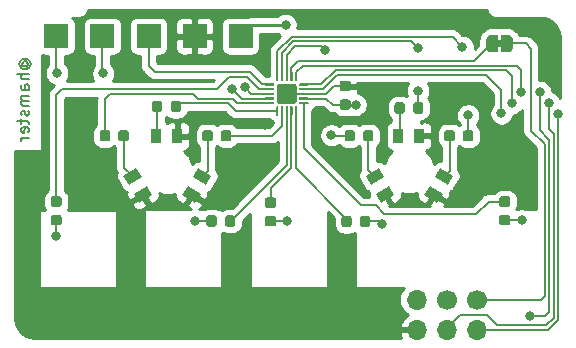
<source format=gbl>
G04 #@! TF.GenerationSoftware,KiCad,Pcbnew,(5.1.0)-1*
G04 #@! TF.CreationDate,2019-07-19T02:45:30-06:00*
G04 #@! TF.ProjectId,theremini,74686572-656d-4696-9e69-2e6b69636164,rev?*
G04 #@! TF.SameCoordinates,PX7b85180PY1758900*
G04 #@! TF.FileFunction,Copper,L2,Bot*
G04 #@! TF.FilePolarity,Positive*
%FSLAX46Y46*%
G04 Gerber Fmt 4.6, Leading zero omitted, Abs format (unit mm)*
G04 Created by KiCad (PCBNEW (5.1.0)-1) date 2019-07-19 02:45:30*
%MOMM*%
%LPD*%
G04 APERTURE LIST*
%ADD10C,0.150000*%
%ADD11C,0.100000*%
%ADD12C,0.143431*%
%ADD13C,0.200000*%
%ADD14C,1.700000*%
%ADD15R,2.000000X2.000000*%
%ADD16C,0.875000*%
%ADD17O,1.700000X1.700000*%
%ADD18C,0.500000*%
%ADD19C,0.889000*%
%ADD20R,0.889000X1.270000*%
%ADD21C,0.800000*%
%ADD22C,0.177800*%
%ADD23C,0.254000*%
G04 APERTURE END LIST*
D10*
X2316190Y-6064285D02*
X2268571Y-6016666D01*
X2220952Y-5921428D01*
X2220952Y-5826190D01*
X2268571Y-5730952D01*
X2316190Y-5683333D01*
X2411428Y-5635714D01*
X2506666Y-5635714D01*
X2601904Y-5683333D01*
X2649523Y-5730952D01*
X2697142Y-5826190D01*
X2697142Y-5921428D01*
X2649523Y-6016666D01*
X2601904Y-6064285D01*
X2220952Y-6064285D02*
X2601904Y-6064285D01*
X2649523Y-6111904D01*
X2649523Y-6159523D01*
X2601904Y-6254761D01*
X2506666Y-6302380D01*
X2268571Y-6302380D01*
X2125714Y-6207142D01*
X2030476Y-6064285D01*
X1982857Y-5873809D01*
X2030476Y-5683333D01*
X2125714Y-5540476D01*
X2268571Y-5445238D01*
X2459047Y-5397619D01*
X2649523Y-5445238D01*
X2792380Y-5540476D01*
X2887619Y-5683333D01*
X2935238Y-5873809D01*
X2887619Y-6064285D01*
X2792380Y-6207142D01*
X2792380Y-6730952D02*
X1792380Y-6730952D01*
X2792380Y-7159523D02*
X2268571Y-7159523D01*
X2173333Y-7111904D01*
X2125714Y-7016666D01*
X2125714Y-6873809D01*
X2173333Y-6778571D01*
X2220952Y-6730952D01*
X2792380Y-8064285D02*
X2268571Y-8064285D01*
X2173333Y-8016666D01*
X2125714Y-7921428D01*
X2125714Y-7730952D01*
X2173333Y-7635714D01*
X2744761Y-8064285D02*
X2792380Y-7969047D01*
X2792380Y-7730952D01*
X2744761Y-7635714D01*
X2649523Y-7588095D01*
X2554285Y-7588095D01*
X2459047Y-7635714D01*
X2411428Y-7730952D01*
X2411428Y-7969047D01*
X2363809Y-8064285D01*
X2792380Y-8540476D02*
X2125714Y-8540476D01*
X2220952Y-8540476D02*
X2173333Y-8588095D01*
X2125714Y-8683333D01*
X2125714Y-8826190D01*
X2173333Y-8921428D01*
X2268571Y-8969047D01*
X2792380Y-8969047D01*
X2268571Y-8969047D02*
X2173333Y-9016666D01*
X2125714Y-9111904D01*
X2125714Y-9254761D01*
X2173333Y-9350000D01*
X2268571Y-9397619D01*
X2792380Y-9397619D01*
X2744761Y-9826190D02*
X2792380Y-9921428D01*
X2792380Y-10111904D01*
X2744761Y-10207142D01*
X2649523Y-10254761D01*
X2601904Y-10254761D01*
X2506666Y-10207142D01*
X2459047Y-10111904D01*
X2459047Y-9969047D01*
X2411428Y-9873809D01*
X2316190Y-9826190D01*
X2268571Y-9826190D01*
X2173333Y-9873809D01*
X2125714Y-9969047D01*
X2125714Y-10111904D01*
X2173333Y-10207142D01*
X2125714Y-10540476D02*
X2125714Y-10921428D01*
X1792380Y-10683333D02*
X2649523Y-10683333D01*
X2744761Y-10730952D01*
X2792380Y-10826190D01*
X2792380Y-10921428D01*
X2744761Y-11635714D02*
X2792380Y-11540476D01*
X2792380Y-11350000D01*
X2744761Y-11254761D01*
X2649523Y-11207142D01*
X2268571Y-11207142D01*
X2173333Y-11254761D01*
X2125714Y-11350000D01*
X2125714Y-11540476D01*
X2173333Y-11635714D01*
X2268571Y-11683333D01*
X2363809Y-11683333D01*
X2459047Y-11207142D01*
X2792380Y-12111904D02*
X2125714Y-12111904D01*
X2316190Y-12111904D02*
X2220952Y-12159523D01*
X2173333Y-12207142D01*
X2125714Y-12302380D01*
X2125714Y-12397619D01*
D11*
G36*
X42380000Y-3820000D02*
G01*
X42880000Y-3820000D01*
X42880000Y-4420000D01*
X42380000Y-4420000D01*
X42380000Y-3820000D01*
G37*
D12*
X25410000Y-6930000D03*
D11*
G36*
X25350245Y-7329039D02*
G01*
X25340866Y-7326194D01*
X25332221Y-7321573D01*
X25324645Y-7315355D01*
X25318427Y-7307779D01*
X25313806Y-7299134D01*
X25310961Y-7289755D01*
X25310000Y-7280000D01*
X25310000Y-6580000D01*
X25310961Y-6570245D01*
X25313806Y-6560866D01*
X25318427Y-6552221D01*
X25324645Y-6544645D01*
X25332221Y-6538427D01*
X25340866Y-6533806D01*
X25350245Y-6530961D01*
X25360000Y-6530000D01*
X25460000Y-6530000D01*
X25469755Y-6530961D01*
X25479134Y-6533806D01*
X25487779Y-6538427D01*
X25495355Y-6544645D01*
X25501573Y-6552221D01*
X25506194Y-6560866D01*
X25509039Y-6570245D01*
X25510000Y-6580000D01*
X25510000Y-7229289D01*
X25509039Y-7239044D01*
X25506194Y-7248423D01*
X25501573Y-7257068D01*
X25495355Y-7264644D01*
X25444644Y-7315355D01*
X25437068Y-7321573D01*
X25428423Y-7326194D01*
X25419044Y-7329039D01*
X25409289Y-7330000D01*
X25360000Y-7330000D01*
X25350245Y-7329039D01*
X25350245Y-7329039D01*
G37*
G36*
X25064901Y-6530241D02*
G01*
X25069755Y-6530961D01*
X25074514Y-6532153D01*
X25079134Y-6533806D01*
X25083570Y-6535904D01*
X25087779Y-6538427D01*
X25091720Y-6541349D01*
X25095355Y-6544645D01*
X25098651Y-6548280D01*
X25101573Y-6552221D01*
X25104096Y-6556430D01*
X25106194Y-6560866D01*
X25107847Y-6565486D01*
X25109039Y-6570245D01*
X25109759Y-6575099D01*
X25110000Y-6580000D01*
X25110000Y-7280000D01*
X25109759Y-7284901D01*
X25109039Y-7289755D01*
X25107847Y-7294514D01*
X25106194Y-7299134D01*
X25104096Y-7303570D01*
X25101573Y-7307779D01*
X25098651Y-7311720D01*
X25095355Y-7315355D01*
X25091720Y-7318651D01*
X25087779Y-7321573D01*
X25083570Y-7324096D01*
X25079134Y-7326194D01*
X25074514Y-7327847D01*
X25069755Y-7329039D01*
X25064901Y-7329759D01*
X25060000Y-7330000D01*
X24960000Y-7330000D01*
X24955099Y-7329759D01*
X24950245Y-7329039D01*
X24945486Y-7327847D01*
X24940866Y-7326194D01*
X24936430Y-7324096D01*
X24932221Y-7321573D01*
X24928280Y-7318651D01*
X24924645Y-7315355D01*
X24921349Y-7311720D01*
X24918427Y-7307779D01*
X24915904Y-7303570D01*
X24913806Y-7299134D01*
X24912153Y-7294514D01*
X24910961Y-7289755D01*
X24910241Y-7284901D01*
X24910000Y-7280000D01*
X24910000Y-6580000D01*
X24910241Y-6575099D01*
X24910961Y-6570245D01*
X24912153Y-6565486D01*
X24913806Y-6560866D01*
X24915904Y-6556430D01*
X24918427Y-6552221D01*
X24921349Y-6548280D01*
X24924645Y-6544645D01*
X24928280Y-6541349D01*
X24932221Y-6538427D01*
X24936430Y-6535904D01*
X24940866Y-6533806D01*
X24945486Y-6532153D01*
X24950245Y-6530961D01*
X24955099Y-6530241D01*
X24960000Y-6530000D01*
X25060000Y-6530000D01*
X25064901Y-6530241D01*
X25064901Y-6530241D01*
G37*
D13*
X25010000Y-6930000D03*
D11*
G36*
X24664901Y-6530241D02*
G01*
X24669755Y-6530961D01*
X24674514Y-6532153D01*
X24679134Y-6533806D01*
X24683570Y-6535904D01*
X24687779Y-6538427D01*
X24691720Y-6541349D01*
X24695355Y-6544645D01*
X24698651Y-6548280D01*
X24701573Y-6552221D01*
X24704096Y-6556430D01*
X24706194Y-6560866D01*
X24707847Y-6565486D01*
X24709039Y-6570245D01*
X24709759Y-6575099D01*
X24710000Y-6580000D01*
X24710000Y-7280000D01*
X24709759Y-7284901D01*
X24709039Y-7289755D01*
X24707847Y-7294514D01*
X24706194Y-7299134D01*
X24704096Y-7303570D01*
X24701573Y-7307779D01*
X24698651Y-7311720D01*
X24695355Y-7315355D01*
X24691720Y-7318651D01*
X24687779Y-7321573D01*
X24683570Y-7324096D01*
X24679134Y-7326194D01*
X24674514Y-7327847D01*
X24669755Y-7329039D01*
X24664901Y-7329759D01*
X24660000Y-7330000D01*
X24560000Y-7330000D01*
X24555099Y-7329759D01*
X24550245Y-7329039D01*
X24545486Y-7327847D01*
X24540866Y-7326194D01*
X24536430Y-7324096D01*
X24532221Y-7321573D01*
X24528280Y-7318651D01*
X24524645Y-7315355D01*
X24521349Y-7311720D01*
X24518427Y-7307779D01*
X24515904Y-7303570D01*
X24513806Y-7299134D01*
X24512153Y-7294514D01*
X24510961Y-7289755D01*
X24510241Y-7284901D01*
X24510000Y-7280000D01*
X24510000Y-6580000D01*
X24510241Y-6575099D01*
X24510961Y-6570245D01*
X24512153Y-6565486D01*
X24513806Y-6560866D01*
X24515904Y-6556430D01*
X24518427Y-6552221D01*
X24521349Y-6548280D01*
X24524645Y-6544645D01*
X24528280Y-6541349D01*
X24532221Y-6538427D01*
X24536430Y-6535904D01*
X24540866Y-6533806D01*
X24545486Y-6532153D01*
X24550245Y-6530961D01*
X24555099Y-6530241D01*
X24560000Y-6530000D01*
X24660000Y-6530000D01*
X24664901Y-6530241D01*
X24664901Y-6530241D01*
G37*
D13*
X24610000Y-6930000D03*
D11*
G36*
X24264901Y-6530241D02*
G01*
X24269755Y-6530961D01*
X24274514Y-6532153D01*
X24279134Y-6533806D01*
X24283570Y-6535904D01*
X24287779Y-6538427D01*
X24291720Y-6541349D01*
X24295355Y-6544645D01*
X24298651Y-6548280D01*
X24301573Y-6552221D01*
X24304096Y-6556430D01*
X24306194Y-6560866D01*
X24307847Y-6565486D01*
X24309039Y-6570245D01*
X24309759Y-6575099D01*
X24310000Y-6580000D01*
X24310000Y-7280000D01*
X24309759Y-7284901D01*
X24309039Y-7289755D01*
X24307847Y-7294514D01*
X24306194Y-7299134D01*
X24304096Y-7303570D01*
X24301573Y-7307779D01*
X24298651Y-7311720D01*
X24295355Y-7315355D01*
X24291720Y-7318651D01*
X24287779Y-7321573D01*
X24283570Y-7324096D01*
X24279134Y-7326194D01*
X24274514Y-7327847D01*
X24269755Y-7329039D01*
X24264901Y-7329759D01*
X24260000Y-7330000D01*
X24160000Y-7330000D01*
X24155099Y-7329759D01*
X24150245Y-7329039D01*
X24145486Y-7327847D01*
X24140866Y-7326194D01*
X24136430Y-7324096D01*
X24132221Y-7321573D01*
X24128280Y-7318651D01*
X24124645Y-7315355D01*
X24121349Y-7311720D01*
X24118427Y-7307779D01*
X24115904Y-7303570D01*
X24113806Y-7299134D01*
X24112153Y-7294514D01*
X24110961Y-7289755D01*
X24110241Y-7284901D01*
X24110000Y-7280000D01*
X24110000Y-6580000D01*
X24110241Y-6575099D01*
X24110961Y-6570245D01*
X24112153Y-6565486D01*
X24113806Y-6560866D01*
X24115904Y-6556430D01*
X24118427Y-6552221D01*
X24121349Y-6548280D01*
X24124645Y-6544645D01*
X24128280Y-6541349D01*
X24132221Y-6538427D01*
X24136430Y-6535904D01*
X24140866Y-6533806D01*
X24145486Y-6532153D01*
X24150245Y-6530961D01*
X24155099Y-6530241D01*
X24160000Y-6530000D01*
X24260000Y-6530000D01*
X24264901Y-6530241D01*
X24264901Y-6530241D01*
G37*
D13*
X24210000Y-6930000D03*
D12*
X23810000Y-6930000D03*
D11*
G36*
X23800956Y-7329039D02*
G01*
X23791577Y-7326194D01*
X23782932Y-7321573D01*
X23775356Y-7315355D01*
X23724645Y-7264644D01*
X23718427Y-7257068D01*
X23713806Y-7248423D01*
X23710961Y-7239044D01*
X23710000Y-7229289D01*
X23710000Y-6580000D01*
X23710961Y-6570245D01*
X23713806Y-6560866D01*
X23718427Y-6552221D01*
X23724645Y-6544645D01*
X23732221Y-6538427D01*
X23740866Y-6533806D01*
X23750245Y-6530961D01*
X23760000Y-6530000D01*
X23860000Y-6530000D01*
X23869755Y-6530961D01*
X23879134Y-6533806D01*
X23887779Y-6538427D01*
X23895355Y-6544645D01*
X23901573Y-6552221D01*
X23906194Y-6560866D01*
X23909039Y-6570245D01*
X23910000Y-6580000D01*
X23910000Y-7280000D01*
X23909039Y-7289755D01*
X23906194Y-7299134D01*
X23901573Y-7307779D01*
X23895355Y-7315355D01*
X23887779Y-7321573D01*
X23879134Y-7326194D01*
X23869755Y-7329039D01*
X23860000Y-7330000D01*
X23810711Y-7330000D01*
X23800956Y-7329039D01*
X23800956Y-7329039D01*
G37*
D12*
X23160000Y-7580000D03*
D11*
G36*
X22800245Y-7679039D02*
G01*
X22790866Y-7676194D01*
X22782221Y-7671573D01*
X22774645Y-7665355D01*
X22768427Y-7657779D01*
X22763806Y-7649134D01*
X22760961Y-7639755D01*
X22760000Y-7630000D01*
X22760000Y-7530000D01*
X22760961Y-7520245D01*
X22763806Y-7510866D01*
X22768427Y-7502221D01*
X22774645Y-7494645D01*
X22782221Y-7488427D01*
X22790866Y-7483806D01*
X22800245Y-7480961D01*
X22810000Y-7480000D01*
X23459289Y-7480000D01*
X23469044Y-7480961D01*
X23478423Y-7483806D01*
X23487068Y-7488427D01*
X23494644Y-7494645D01*
X23545355Y-7545356D01*
X23551573Y-7552932D01*
X23556194Y-7561577D01*
X23559039Y-7570956D01*
X23560000Y-7580711D01*
X23560000Y-7630000D01*
X23559039Y-7639755D01*
X23556194Y-7649134D01*
X23551573Y-7657779D01*
X23545355Y-7665355D01*
X23537779Y-7671573D01*
X23529134Y-7676194D01*
X23519755Y-7679039D01*
X23510000Y-7680000D01*
X22810000Y-7680000D01*
X22800245Y-7679039D01*
X22800245Y-7679039D01*
G37*
G36*
X23514901Y-7880241D02*
G01*
X23519755Y-7880961D01*
X23524514Y-7882153D01*
X23529134Y-7883806D01*
X23533570Y-7885904D01*
X23537779Y-7888427D01*
X23541720Y-7891349D01*
X23545355Y-7894645D01*
X23548651Y-7898280D01*
X23551573Y-7902221D01*
X23554096Y-7906430D01*
X23556194Y-7910866D01*
X23557847Y-7915486D01*
X23559039Y-7920245D01*
X23559759Y-7925099D01*
X23560000Y-7930000D01*
X23560000Y-8030000D01*
X23559759Y-8034901D01*
X23559039Y-8039755D01*
X23557847Y-8044514D01*
X23556194Y-8049134D01*
X23554096Y-8053570D01*
X23551573Y-8057779D01*
X23548651Y-8061720D01*
X23545355Y-8065355D01*
X23541720Y-8068651D01*
X23537779Y-8071573D01*
X23533570Y-8074096D01*
X23529134Y-8076194D01*
X23524514Y-8077847D01*
X23519755Y-8079039D01*
X23514901Y-8079759D01*
X23510000Y-8080000D01*
X22810000Y-8080000D01*
X22805099Y-8079759D01*
X22800245Y-8079039D01*
X22795486Y-8077847D01*
X22790866Y-8076194D01*
X22786430Y-8074096D01*
X22782221Y-8071573D01*
X22778280Y-8068651D01*
X22774645Y-8065355D01*
X22771349Y-8061720D01*
X22768427Y-8057779D01*
X22765904Y-8053570D01*
X22763806Y-8049134D01*
X22762153Y-8044514D01*
X22760961Y-8039755D01*
X22760241Y-8034901D01*
X22760000Y-8030000D01*
X22760000Y-7930000D01*
X22760241Y-7925099D01*
X22760961Y-7920245D01*
X22762153Y-7915486D01*
X22763806Y-7910866D01*
X22765904Y-7906430D01*
X22768427Y-7902221D01*
X22771349Y-7898280D01*
X22774645Y-7894645D01*
X22778280Y-7891349D01*
X22782221Y-7888427D01*
X22786430Y-7885904D01*
X22790866Y-7883806D01*
X22795486Y-7882153D01*
X22800245Y-7880961D01*
X22805099Y-7880241D01*
X22810000Y-7880000D01*
X23510000Y-7880000D01*
X23514901Y-7880241D01*
X23514901Y-7880241D01*
G37*
D13*
X23160000Y-7980000D03*
D11*
G36*
X23514901Y-8280241D02*
G01*
X23519755Y-8280961D01*
X23524514Y-8282153D01*
X23529134Y-8283806D01*
X23533570Y-8285904D01*
X23537779Y-8288427D01*
X23541720Y-8291349D01*
X23545355Y-8294645D01*
X23548651Y-8298280D01*
X23551573Y-8302221D01*
X23554096Y-8306430D01*
X23556194Y-8310866D01*
X23557847Y-8315486D01*
X23559039Y-8320245D01*
X23559759Y-8325099D01*
X23560000Y-8330000D01*
X23560000Y-8430000D01*
X23559759Y-8434901D01*
X23559039Y-8439755D01*
X23557847Y-8444514D01*
X23556194Y-8449134D01*
X23554096Y-8453570D01*
X23551573Y-8457779D01*
X23548651Y-8461720D01*
X23545355Y-8465355D01*
X23541720Y-8468651D01*
X23537779Y-8471573D01*
X23533570Y-8474096D01*
X23529134Y-8476194D01*
X23524514Y-8477847D01*
X23519755Y-8479039D01*
X23514901Y-8479759D01*
X23510000Y-8480000D01*
X22810000Y-8480000D01*
X22805099Y-8479759D01*
X22800245Y-8479039D01*
X22795486Y-8477847D01*
X22790866Y-8476194D01*
X22786430Y-8474096D01*
X22782221Y-8471573D01*
X22778280Y-8468651D01*
X22774645Y-8465355D01*
X22771349Y-8461720D01*
X22768427Y-8457779D01*
X22765904Y-8453570D01*
X22763806Y-8449134D01*
X22762153Y-8444514D01*
X22760961Y-8439755D01*
X22760241Y-8434901D01*
X22760000Y-8430000D01*
X22760000Y-8330000D01*
X22760241Y-8325099D01*
X22760961Y-8320245D01*
X22762153Y-8315486D01*
X22763806Y-8310866D01*
X22765904Y-8306430D01*
X22768427Y-8302221D01*
X22771349Y-8298280D01*
X22774645Y-8294645D01*
X22778280Y-8291349D01*
X22782221Y-8288427D01*
X22786430Y-8285904D01*
X22790866Y-8283806D01*
X22795486Y-8282153D01*
X22800245Y-8280961D01*
X22805099Y-8280241D01*
X22810000Y-8280000D01*
X23510000Y-8280000D01*
X23514901Y-8280241D01*
X23514901Y-8280241D01*
G37*
D13*
X23160000Y-8380000D03*
D11*
G36*
X23514901Y-8680241D02*
G01*
X23519755Y-8680961D01*
X23524514Y-8682153D01*
X23529134Y-8683806D01*
X23533570Y-8685904D01*
X23537779Y-8688427D01*
X23541720Y-8691349D01*
X23545355Y-8694645D01*
X23548651Y-8698280D01*
X23551573Y-8702221D01*
X23554096Y-8706430D01*
X23556194Y-8710866D01*
X23557847Y-8715486D01*
X23559039Y-8720245D01*
X23559759Y-8725099D01*
X23560000Y-8730000D01*
X23560000Y-8830000D01*
X23559759Y-8834901D01*
X23559039Y-8839755D01*
X23557847Y-8844514D01*
X23556194Y-8849134D01*
X23554096Y-8853570D01*
X23551573Y-8857779D01*
X23548651Y-8861720D01*
X23545355Y-8865355D01*
X23541720Y-8868651D01*
X23537779Y-8871573D01*
X23533570Y-8874096D01*
X23529134Y-8876194D01*
X23524514Y-8877847D01*
X23519755Y-8879039D01*
X23514901Y-8879759D01*
X23510000Y-8880000D01*
X22810000Y-8880000D01*
X22805099Y-8879759D01*
X22800245Y-8879039D01*
X22795486Y-8877847D01*
X22790866Y-8876194D01*
X22786430Y-8874096D01*
X22782221Y-8871573D01*
X22778280Y-8868651D01*
X22774645Y-8865355D01*
X22771349Y-8861720D01*
X22768427Y-8857779D01*
X22765904Y-8853570D01*
X22763806Y-8849134D01*
X22762153Y-8844514D01*
X22760961Y-8839755D01*
X22760241Y-8834901D01*
X22760000Y-8830000D01*
X22760000Y-8730000D01*
X22760241Y-8725099D01*
X22760961Y-8720245D01*
X22762153Y-8715486D01*
X22763806Y-8710866D01*
X22765904Y-8706430D01*
X22768427Y-8702221D01*
X22771349Y-8698280D01*
X22774645Y-8694645D01*
X22778280Y-8691349D01*
X22782221Y-8688427D01*
X22786430Y-8685904D01*
X22790866Y-8683806D01*
X22795486Y-8682153D01*
X22800245Y-8680961D01*
X22805099Y-8680241D01*
X22810000Y-8680000D01*
X23510000Y-8680000D01*
X23514901Y-8680241D01*
X23514901Y-8680241D01*
G37*
D13*
X23160000Y-8780000D03*
D12*
X23160000Y-9180000D03*
D11*
G36*
X22800245Y-9279039D02*
G01*
X22790866Y-9276194D01*
X22782221Y-9271573D01*
X22774645Y-9265355D01*
X22768427Y-9257779D01*
X22763806Y-9249134D01*
X22760961Y-9239755D01*
X22760000Y-9230000D01*
X22760000Y-9130000D01*
X22760961Y-9120245D01*
X22763806Y-9110866D01*
X22768427Y-9102221D01*
X22774645Y-9094645D01*
X22782221Y-9088427D01*
X22790866Y-9083806D01*
X22800245Y-9080961D01*
X22810000Y-9080000D01*
X23510000Y-9080000D01*
X23519755Y-9080961D01*
X23529134Y-9083806D01*
X23537779Y-9088427D01*
X23545355Y-9094645D01*
X23551573Y-9102221D01*
X23556194Y-9110866D01*
X23559039Y-9120245D01*
X23560000Y-9130000D01*
X23560000Y-9179289D01*
X23559039Y-9189044D01*
X23556194Y-9198423D01*
X23551573Y-9207068D01*
X23545355Y-9214644D01*
X23494644Y-9265355D01*
X23487068Y-9271573D01*
X23478423Y-9276194D01*
X23469044Y-9279039D01*
X23459289Y-9280000D01*
X22810000Y-9280000D01*
X22800245Y-9279039D01*
X22800245Y-9279039D01*
G37*
D12*
X23810000Y-9830000D03*
D11*
G36*
X23750245Y-10229039D02*
G01*
X23740866Y-10226194D01*
X23732221Y-10221573D01*
X23724645Y-10215355D01*
X23718427Y-10207779D01*
X23713806Y-10199134D01*
X23710961Y-10189755D01*
X23710000Y-10180000D01*
X23710000Y-9530711D01*
X23710961Y-9520956D01*
X23713806Y-9511577D01*
X23718427Y-9502932D01*
X23724645Y-9495356D01*
X23775356Y-9444645D01*
X23782932Y-9438427D01*
X23791577Y-9433806D01*
X23800956Y-9430961D01*
X23810711Y-9430000D01*
X23860000Y-9430000D01*
X23869755Y-9430961D01*
X23879134Y-9433806D01*
X23887779Y-9438427D01*
X23895355Y-9444645D01*
X23901573Y-9452221D01*
X23906194Y-9460866D01*
X23909039Y-9470245D01*
X23910000Y-9480000D01*
X23910000Y-10180000D01*
X23909039Y-10189755D01*
X23906194Y-10199134D01*
X23901573Y-10207779D01*
X23895355Y-10215355D01*
X23887779Y-10221573D01*
X23879134Y-10226194D01*
X23869755Y-10229039D01*
X23860000Y-10230000D01*
X23760000Y-10230000D01*
X23750245Y-10229039D01*
X23750245Y-10229039D01*
G37*
G36*
X24264901Y-9430241D02*
G01*
X24269755Y-9430961D01*
X24274514Y-9432153D01*
X24279134Y-9433806D01*
X24283570Y-9435904D01*
X24287779Y-9438427D01*
X24291720Y-9441349D01*
X24295355Y-9444645D01*
X24298651Y-9448280D01*
X24301573Y-9452221D01*
X24304096Y-9456430D01*
X24306194Y-9460866D01*
X24307847Y-9465486D01*
X24309039Y-9470245D01*
X24309759Y-9475099D01*
X24310000Y-9480000D01*
X24310000Y-10180000D01*
X24309759Y-10184901D01*
X24309039Y-10189755D01*
X24307847Y-10194514D01*
X24306194Y-10199134D01*
X24304096Y-10203570D01*
X24301573Y-10207779D01*
X24298651Y-10211720D01*
X24295355Y-10215355D01*
X24291720Y-10218651D01*
X24287779Y-10221573D01*
X24283570Y-10224096D01*
X24279134Y-10226194D01*
X24274514Y-10227847D01*
X24269755Y-10229039D01*
X24264901Y-10229759D01*
X24260000Y-10230000D01*
X24160000Y-10230000D01*
X24155099Y-10229759D01*
X24150245Y-10229039D01*
X24145486Y-10227847D01*
X24140866Y-10226194D01*
X24136430Y-10224096D01*
X24132221Y-10221573D01*
X24128280Y-10218651D01*
X24124645Y-10215355D01*
X24121349Y-10211720D01*
X24118427Y-10207779D01*
X24115904Y-10203570D01*
X24113806Y-10199134D01*
X24112153Y-10194514D01*
X24110961Y-10189755D01*
X24110241Y-10184901D01*
X24110000Y-10180000D01*
X24110000Y-9480000D01*
X24110241Y-9475099D01*
X24110961Y-9470245D01*
X24112153Y-9465486D01*
X24113806Y-9460866D01*
X24115904Y-9456430D01*
X24118427Y-9452221D01*
X24121349Y-9448280D01*
X24124645Y-9444645D01*
X24128280Y-9441349D01*
X24132221Y-9438427D01*
X24136430Y-9435904D01*
X24140866Y-9433806D01*
X24145486Y-9432153D01*
X24150245Y-9430961D01*
X24155099Y-9430241D01*
X24160000Y-9430000D01*
X24260000Y-9430000D01*
X24264901Y-9430241D01*
X24264901Y-9430241D01*
G37*
D13*
X24210000Y-9830000D03*
D11*
G36*
X24664901Y-9430241D02*
G01*
X24669755Y-9430961D01*
X24674514Y-9432153D01*
X24679134Y-9433806D01*
X24683570Y-9435904D01*
X24687779Y-9438427D01*
X24691720Y-9441349D01*
X24695355Y-9444645D01*
X24698651Y-9448280D01*
X24701573Y-9452221D01*
X24704096Y-9456430D01*
X24706194Y-9460866D01*
X24707847Y-9465486D01*
X24709039Y-9470245D01*
X24709759Y-9475099D01*
X24710000Y-9480000D01*
X24710000Y-10180000D01*
X24709759Y-10184901D01*
X24709039Y-10189755D01*
X24707847Y-10194514D01*
X24706194Y-10199134D01*
X24704096Y-10203570D01*
X24701573Y-10207779D01*
X24698651Y-10211720D01*
X24695355Y-10215355D01*
X24691720Y-10218651D01*
X24687779Y-10221573D01*
X24683570Y-10224096D01*
X24679134Y-10226194D01*
X24674514Y-10227847D01*
X24669755Y-10229039D01*
X24664901Y-10229759D01*
X24660000Y-10230000D01*
X24560000Y-10230000D01*
X24555099Y-10229759D01*
X24550245Y-10229039D01*
X24545486Y-10227847D01*
X24540866Y-10226194D01*
X24536430Y-10224096D01*
X24532221Y-10221573D01*
X24528280Y-10218651D01*
X24524645Y-10215355D01*
X24521349Y-10211720D01*
X24518427Y-10207779D01*
X24515904Y-10203570D01*
X24513806Y-10199134D01*
X24512153Y-10194514D01*
X24510961Y-10189755D01*
X24510241Y-10184901D01*
X24510000Y-10180000D01*
X24510000Y-9480000D01*
X24510241Y-9475099D01*
X24510961Y-9470245D01*
X24512153Y-9465486D01*
X24513806Y-9460866D01*
X24515904Y-9456430D01*
X24518427Y-9452221D01*
X24521349Y-9448280D01*
X24524645Y-9444645D01*
X24528280Y-9441349D01*
X24532221Y-9438427D01*
X24536430Y-9435904D01*
X24540866Y-9433806D01*
X24545486Y-9432153D01*
X24550245Y-9430961D01*
X24555099Y-9430241D01*
X24560000Y-9430000D01*
X24660000Y-9430000D01*
X24664901Y-9430241D01*
X24664901Y-9430241D01*
G37*
D13*
X24610000Y-9830000D03*
D11*
G36*
X25064901Y-9430241D02*
G01*
X25069755Y-9430961D01*
X25074514Y-9432153D01*
X25079134Y-9433806D01*
X25083570Y-9435904D01*
X25087779Y-9438427D01*
X25091720Y-9441349D01*
X25095355Y-9444645D01*
X25098651Y-9448280D01*
X25101573Y-9452221D01*
X25104096Y-9456430D01*
X25106194Y-9460866D01*
X25107847Y-9465486D01*
X25109039Y-9470245D01*
X25109759Y-9475099D01*
X25110000Y-9480000D01*
X25110000Y-10180000D01*
X25109759Y-10184901D01*
X25109039Y-10189755D01*
X25107847Y-10194514D01*
X25106194Y-10199134D01*
X25104096Y-10203570D01*
X25101573Y-10207779D01*
X25098651Y-10211720D01*
X25095355Y-10215355D01*
X25091720Y-10218651D01*
X25087779Y-10221573D01*
X25083570Y-10224096D01*
X25079134Y-10226194D01*
X25074514Y-10227847D01*
X25069755Y-10229039D01*
X25064901Y-10229759D01*
X25060000Y-10230000D01*
X24960000Y-10230000D01*
X24955099Y-10229759D01*
X24950245Y-10229039D01*
X24945486Y-10227847D01*
X24940866Y-10226194D01*
X24936430Y-10224096D01*
X24932221Y-10221573D01*
X24928280Y-10218651D01*
X24924645Y-10215355D01*
X24921349Y-10211720D01*
X24918427Y-10207779D01*
X24915904Y-10203570D01*
X24913806Y-10199134D01*
X24912153Y-10194514D01*
X24910961Y-10189755D01*
X24910241Y-10184901D01*
X24910000Y-10180000D01*
X24910000Y-9480000D01*
X24910241Y-9475099D01*
X24910961Y-9470245D01*
X24912153Y-9465486D01*
X24913806Y-9460866D01*
X24915904Y-9456430D01*
X24918427Y-9452221D01*
X24921349Y-9448280D01*
X24924645Y-9444645D01*
X24928280Y-9441349D01*
X24932221Y-9438427D01*
X24936430Y-9435904D01*
X24940866Y-9433806D01*
X24945486Y-9432153D01*
X24950245Y-9430961D01*
X24955099Y-9430241D01*
X24960000Y-9430000D01*
X25060000Y-9430000D01*
X25064901Y-9430241D01*
X25064901Y-9430241D01*
G37*
D13*
X25010000Y-9830000D03*
D12*
X25410000Y-9830000D03*
D11*
G36*
X25350245Y-10229039D02*
G01*
X25340866Y-10226194D01*
X25332221Y-10221573D01*
X25324645Y-10215355D01*
X25318427Y-10207779D01*
X25313806Y-10199134D01*
X25310961Y-10189755D01*
X25310000Y-10180000D01*
X25310000Y-9480000D01*
X25310961Y-9470245D01*
X25313806Y-9460866D01*
X25318427Y-9452221D01*
X25324645Y-9444645D01*
X25332221Y-9438427D01*
X25340866Y-9433806D01*
X25350245Y-9430961D01*
X25360000Y-9430000D01*
X25409289Y-9430000D01*
X25419044Y-9430961D01*
X25428423Y-9433806D01*
X25437068Y-9438427D01*
X25444644Y-9444645D01*
X25495355Y-9495356D01*
X25501573Y-9502932D01*
X25506194Y-9511577D01*
X25509039Y-9520956D01*
X25510000Y-9530711D01*
X25510000Y-10180000D01*
X25509039Y-10189755D01*
X25506194Y-10199134D01*
X25501573Y-10207779D01*
X25495355Y-10215355D01*
X25487779Y-10221573D01*
X25479134Y-10226194D01*
X25469755Y-10229039D01*
X25460000Y-10230000D01*
X25360000Y-10230000D01*
X25350245Y-10229039D01*
X25350245Y-10229039D01*
G37*
D12*
X26060000Y-9180000D03*
D11*
G36*
X25750956Y-9279039D02*
G01*
X25741577Y-9276194D01*
X25732932Y-9271573D01*
X25725356Y-9265355D01*
X25674645Y-9214644D01*
X25668427Y-9207068D01*
X25663806Y-9198423D01*
X25660961Y-9189044D01*
X25660000Y-9179289D01*
X25660000Y-9130000D01*
X25660961Y-9120245D01*
X25663806Y-9110866D01*
X25668427Y-9102221D01*
X25674645Y-9094645D01*
X25682221Y-9088427D01*
X25690866Y-9083806D01*
X25700245Y-9080961D01*
X25710000Y-9080000D01*
X26410000Y-9080000D01*
X26419755Y-9080961D01*
X26429134Y-9083806D01*
X26437779Y-9088427D01*
X26445355Y-9094645D01*
X26451573Y-9102221D01*
X26456194Y-9110866D01*
X26459039Y-9120245D01*
X26460000Y-9130000D01*
X26460000Y-9230000D01*
X26459039Y-9239755D01*
X26456194Y-9249134D01*
X26451573Y-9257779D01*
X26445355Y-9265355D01*
X26437779Y-9271573D01*
X26429134Y-9276194D01*
X26419755Y-9279039D01*
X26410000Y-9280000D01*
X25760711Y-9280000D01*
X25750956Y-9279039D01*
X25750956Y-9279039D01*
G37*
G36*
X26414901Y-8680241D02*
G01*
X26419755Y-8680961D01*
X26424514Y-8682153D01*
X26429134Y-8683806D01*
X26433570Y-8685904D01*
X26437779Y-8688427D01*
X26441720Y-8691349D01*
X26445355Y-8694645D01*
X26448651Y-8698280D01*
X26451573Y-8702221D01*
X26454096Y-8706430D01*
X26456194Y-8710866D01*
X26457847Y-8715486D01*
X26459039Y-8720245D01*
X26459759Y-8725099D01*
X26460000Y-8730000D01*
X26460000Y-8830000D01*
X26459759Y-8834901D01*
X26459039Y-8839755D01*
X26457847Y-8844514D01*
X26456194Y-8849134D01*
X26454096Y-8853570D01*
X26451573Y-8857779D01*
X26448651Y-8861720D01*
X26445355Y-8865355D01*
X26441720Y-8868651D01*
X26437779Y-8871573D01*
X26433570Y-8874096D01*
X26429134Y-8876194D01*
X26424514Y-8877847D01*
X26419755Y-8879039D01*
X26414901Y-8879759D01*
X26410000Y-8880000D01*
X25710000Y-8880000D01*
X25705099Y-8879759D01*
X25700245Y-8879039D01*
X25695486Y-8877847D01*
X25690866Y-8876194D01*
X25686430Y-8874096D01*
X25682221Y-8871573D01*
X25678280Y-8868651D01*
X25674645Y-8865355D01*
X25671349Y-8861720D01*
X25668427Y-8857779D01*
X25665904Y-8853570D01*
X25663806Y-8849134D01*
X25662153Y-8844514D01*
X25660961Y-8839755D01*
X25660241Y-8834901D01*
X25660000Y-8830000D01*
X25660000Y-8730000D01*
X25660241Y-8725099D01*
X25660961Y-8720245D01*
X25662153Y-8715486D01*
X25663806Y-8710866D01*
X25665904Y-8706430D01*
X25668427Y-8702221D01*
X25671349Y-8698280D01*
X25674645Y-8694645D01*
X25678280Y-8691349D01*
X25682221Y-8688427D01*
X25686430Y-8685904D01*
X25690866Y-8683806D01*
X25695486Y-8682153D01*
X25700245Y-8680961D01*
X25705099Y-8680241D01*
X25710000Y-8680000D01*
X26410000Y-8680000D01*
X26414901Y-8680241D01*
X26414901Y-8680241D01*
G37*
D13*
X26060000Y-8780000D03*
D11*
G36*
X26414901Y-8280241D02*
G01*
X26419755Y-8280961D01*
X26424514Y-8282153D01*
X26429134Y-8283806D01*
X26433570Y-8285904D01*
X26437779Y-8288427D01*
X26441720Y-8291349D01*
X26445355Y-8294645D01*
X26448651Y-8298280D01*
X26451573Y-8302221D01*
X26454096Y-8306430D01*
X26456194Y-8310866D01*
X26457847Y-8315486D01*
X26459039Y-8320245D01*
X26459759Y-8325099D01*
X26460000Y-8330000D01*
X26460000Y-8430000D01*
X26459759Y-8434901D01*
X26459039Y-8439755D01*
X26457847Y-8444514D01*
X26456194Y-8449134D01*
X26454096Y-8453570D01*
X26451573Y-8457779D01*
X26448651Y-8461720D01*
X26445355Y-8465355D01*
X26441720Y-8468651D01*
X26437779Y-8471573D01*
X26433570Y-8474096D01*
X26429134Y-8476194D01*
X26424514Y-8477847D01*
X26419755Y-8479039D01*
X26414901Y-8479759D01*
X26410000Y-8480000D01*
X25710000Y-8480000D01*
X25705099Y-8479759D01*
X25700245Y-8479039D01*
X25695486Y-8477847D01*
X25690866Y-8476194D01*
X25686430Y-8474096D01*
X25682221Y-8471573D01*
X25678280Y-8468651D01*
X25674645Y-8465355D01*
X25671349Y-8461720D01*
X25668427Y-8457779D01*
X25665904Y-8453570D01*
X25663806Y-8449134D01*
X25662153Y-8444514D01*
X25660961Y-8439755D01*
X25660241Y-8434901D01*
X25660000Y-8430000D01*
X25660000Y-8330000D01*
X25660241Y-8325099D01*
X25660961Y-8320245D01*
X25662153Y-8315486D01*
X25663806Y-8310866D01*
X25665904Y-8306430D01*
X25668427Y-8302221D01*
X25671349Y-8298280D01*
X25674645Y-8294645D01*
X25678280Y-8291349D01*
X25682221Y-8288427D01*
X25686430Y-8285904D01*
X25690866Y-8283806D01*
X25695486Y-8282153D01*
X25700245Y-8280961D01*
X25705099Y-8280241D01*
X25710000Y-8280000D01*
X26410000Y-8280000D01*
X26414901Y-8280241D01*
X26414901Y-8280241D01*
G37*
D13*
X26060000Y-8380000D03*
D11*
G36*
X26414901Y-7880241D02*
G01*
X26419755Y-7880961D01*
X26424514Y-7882153D01*
X26429134Y-7883806D01*
X26433570Y-7885904D01*
X26437779Y-7888427D01*
X26441720Y-7891349D01*
X26445355Y-7894645D01*
X26448651Y-7898280D01*
X26451573Y-7902221D01*
X26454096Y-7906430D01*
X26456194Y-7910866D01*
X26457847Y-7915486D01*
X26459039Y-7920245D01*
X26459759Y-7925099D01*
X26460000Y-7930000D01*
X26460000Y-8030000D01*
X26459759Y-8034901D01*
X26459039Y-8039755D01*
X26457847Y-8044514D01*
X26456194Y-8049134D01*
X26454096Y-8053570D01*
X26451573Y-8057779D01*
X26448651Y-8061720D01*
X26445355Y-8065355D01*
X26441720Y-8068651D01*
X26437779Y-8071573D01*
X26433570Y-8074096D01*
X26429134Y-8076194D01*
X26424514Y-8077847D01*
X26419755Y-8079039D01*
X26414901Y-8079759D01*
X26410000Y-8080000D01*
X25710000Y-8080000D01*
X25705099Y-8079759D01*
X25700245Y-8079039D01*
X25695486Y-8077847D01*
X25690866Y-8076194D01*
X25686430Y-8074096D01*
X25682221Y-8071573D01*
X25678280Y-8068651D01*
X25674645Y-8065355D01*
X25671349Y-8061720D01*
X25668427Y-8057779D01*
X25665904Y-8053570D01*
X25663806Y-8049134D01*
X25662153Y-8044514D01*
X25660961Y-8039755D01*
X25660241Y-8034901D01*
X25660000Y-8030000D01*
X25660000Y-7930000D01*
X25660241Y-7925099D01*
X25660961Y-7920245D01*
X25662153Y-7915486D01*
X25663806Y-7910866D01*
X25665904Y-7906430D01*
X25668427Y-7902221D01*
X25671349Y-7898280D01*
X25674645Y-7894645D01*
X25678280Y-7891349D01*
X25682221Y-7888427D01*
X25686430Y-7885904D01*
X25690866Y-7883806D01*
X25695486Y-7882153D01*
X25700245Y-7880961D01*
X25705099Y-7880241D01*
X25710000Y-7880000D01*
X26410000Y-7880000D01*
X26414901Y-7880241D01*
X26414901Y-7880241D01*
G37*
D13*
X26060000Y-7980000D03*
D12*
X26060000Y-7580000D03*
D11*
G36*
X25700245Y-7679039D02*
G01*
X25690866Y-7676194D01*
X25682221Y-7671573D01*
X25674645Y-7665355D01*
X25668427Y-7657779D01*
X25663806Y-7649134D01*
X25660961Y-7639755D01*
X25660000Y-7630000D01*
X25660000Y-7580711D01*
X25660961Y-7570956D01*
X25663806Y-7561577D01*
X25668427Y-7552932D01*
X25674645Y-7545356D01*
X25725356Y-7494645D01*
X25732932Y-7488427D01*
X25741577Y-7483806D01*
X25750956Y-7480961D01*
X25760711Y-7480000D01*
X26410000Y-7480000D01*
X26419755Y-7480961D01*
X26429134Y-7483806D01*
X26437779Y-7488427D01*
X26445355Y-7494645D01*
X26451573Y-7502221D01*
X26456194Y-7510866D01*
X26459039Y-7520245D01*
X26460000Y-7530000D01*
X26460000Y-7630000D01*
X26459039Y-7639755D01*
X26456194Y-7649134D01*
X26451573Y-7657779D01*
X26445355Y-7665355D01*
X26437779Y-7671573D01*
X26429134Y-7676194D01*
X26419755Y-7679039D01*
X26410000Y-7680000D01*
X25710000Y-7680000D01*
X25700245Y-7679039D01*
X25700245Y-7679039D01*
G37*
G36*
X25234504Y-7531204D02*
G01*
X25258773Y-7534804D01*
X25282571Y-7540765D01*
X25305671Y-7549030D01*
X25327849Y-7559520D01*
X25348893Y-7572133D01*
X25368598Y-7586747D01*
X25386777Y-7603223D01*
X25403253Y-7621402D01*
X25417867Y-7641107D01*
X25430480Y-7662151D01*
X25440970Y-7684329D01*
X25449235Y-7707429D01*
X25455196Y-7731227D01*
X25458796Y-7755496D01*
X25460000Y-7780000D01*
X25460000Y-8980000D01*
X25458796Y-9004504D01*
X25455196Y-9028773D01*
X25449235Y-9052571D01*
X25440970Y-9075671D01*
X25430480Y-9097849D01*
X25417867Y-9118893D01*
X25403253Y-9138598D01*
X25386777Y-9156777D01*
X25368598Y-9173253D01*
X25348893Y-9187867D01*
X25327849Y-9200480D01*
X25305671Y-9210970D01*
X25282571Y-9219235D01*
X25258773Y-9225196D01*
X25234504Y-9228796D01*
X25210000Y-9230000D01*
X24010000Y-9230000D01*
X23985496Y-9228796D01*
X23961227Y-9225196D01*
X23937429Y-9219235D01*
X23914329Y-9210970D01*
X23892151Y-9200480D01*
X23871107Y-9187867D01*
X23851402Y-9173253D01*
X23833223Y-9156777D01*
X23816747Y-9138598D01*
X23802133Y-9118893D01*
X23789520Y-9097849D01*
X23779030Y-9075671D01*
X23770765Y-9052571D01*
X23764804Y-9028773D01*
X23761204Y-9004504D01*
X23760000Y-8980000D01*
X23760000Y-7780000D01*
X23761204Y-7755496D01*
X23764804Y-7731227D01*
X23770765Y-7707429D01*
X23779030Y-7684329D01*
X23789520Y-7662151D01*
X23802133Y-7641107D01*
X23816747Y-7621402D01*
X23833223Y-7603223D01*
X23851402Y-7586747D01*
X23871107Y-7572133D01*
X23892151Y-7559520D01*
X23914329Y-7549030D01*
X23937429Y-7540765D01*
X23961227Y-7534804D01*
X23985496Y-7531204D01*
X24010000Y-7530000D01*
X25210000Y-7530000D01*
X25234504Y-7531204D01*
X25234504Y-7531204D01*
G37*
D14*
X24610000Y-8380000D03*
D15*
X5120000Y-3500000D03*
X16805000Y-3500000D03*
X20700000Y-3500000D03*
D11*
G36*
X43347691Y-17066053D02*
G01*
X43368926Y-17069203D01*
X43389750Y-17074419D01*
X43409962Y-17081651D01*
X43429368Y-17090830D01*
X43447781Y-17101866D01*
X43465024Y-17114654D01*
X43480930Y-17129070D01*
X43495346Y-17144976D01*
X43508134Y-17162219D01*
X43519170Y-17180632D01*
X43528349Y-17200038D01*
X43535581Y-17220250D01*
X43540797Y-17241074D01*
X43543947Y-17262309D01*
X43545000Y-17283750D01*
X43545000Y-17721250D01*
X43543947Y-17742691D01*
X43540797Y-17763926D01*
X43535581Y-17784750D01*
X43528349Y-17804962D01*
X43519170Y-17824368D01*
X43508134Y-17842781D01*
X43495346Y-17860024D01*
X43480930Y-17875930D01*
X43465024Y-17890346D01*
X43447781Y-17903134D01*
X43429368Y-17914170D01*
X43409962Y-17923349D01*
X43389750Y-17930581D01*
X43368926Y-17935797D01*
X43347691Y-17938947D01*
X43326250Y-17940000D01*
X42813750Y-17940000D01*
X42792309Y-17938947D01*
X42771074Y-17935797D01*
X42750250Y-17930581D01*
X42730038Y-17923349D01*
X42710632Y-17914170D01*
X42692219Y-17903134D01*
X42674976Y-17890346D01*
X42659070Y-17875930D01*
X42644654Y-17860024D01*
X42631866Y-17842781D01*
X42620830Y-17824368D01*
X42611651Y-17804962D01*
X42604419Y-17784750D01*
X42599203Y-17763926D01*
X42596053Y-17742691D01*
X42595000Y-17721250D01*
X42595000Y-17283750D01*
X42596053Y-17262309D01*
X42599203Y-17241074D01*
X42604419Y-17220250D01*
X42611651Y-17200038D01*
X42620830Y-17180632D01*
X42631866Y-17162219D01*
X42644654Y-17144976D01*
X42659070Y-17129070D01*
X42674976Y-17114654D01*
X42692219Y-17101866D01*
X42710632Y-17090830D01*
X42730038Y-17081651D01*
X42750250Y-17074419D01*
X42771074Y-17069203D01*
X42792309Y-17066053D01*
X42813750Y-17065000D01*
X43326250Y-17065000D01*
X43347691Y-17066053D01*
X43347691Y-17066053D01*
G37*
D16*
X43070000Y-17502500D03*
D11*
G36*
X43347691Y-18641053D02*
G01*
X43368926Y-18644203D01*
X43389750Y-18649419D01*
X43409962Y-18656651D01*
X43429368Y-18665830D01*
X43447781Y-18676866D01*
X43465024Y-18689654D01*
X43480930Y-18704070D01*
X43495346Y-18719976D01*
X43508134Y-18737219D01*
X43519170Y-18755632D01*
X43528349Y-18775038D01*
X43535581Y-18795250D01*
X43540797Y-18816074D01*
X43543947Y-18837309D01*
X43545000Y-18858750D01*
X43545000Y-19296250D01*
X43543947Y-19317691D01*
X43540797Y-19338926D01*
X43535581Y-19359750D01*
X43528349Y-19379962D01*
X43519170Y-19399368D01*
X43508134Y-19417781D01*
X43495346Y-19435024D01*
X43480930Y-19450930D01*
X43465024Y-19465346D01*
X43447781Y-19478134D01*
X43429368Y-19489170D01*
X43409962Y-19498349D01*
X43389750Y-19505581D01*
X43368926Y-19510797D01*
X43347691Y-19513947D01*
X43326250Y-19515000D01*
X42813750Y-19515000D01*
X42792309Y-19513947D01*
X42771074Y-19510797D01*
X42750250Y-19505581D01*
X42730038Y-19498349D01*
X42710632Y-19489170D01*
X42692219Y-19478134D01*
X42674976Y-19465346D01*
X42659070Y-19450930D01*
X42644654Y-19435024D01*
X42631866Y-19417781D01*
X42620830Y-19399368D01*
X42611651Y-19379962D01*
X42604419Y-19359750D01*
X42599203Y-19338926D01*
X42596053Y-19317691D01*
X42595000Y-19296250D01*
X42595000Y-18858750D01*
X42596053Y-18837309D01*
X42599203Y-18816074D01*
X42604419Y-18795250D01*
X42611651Y-18775038D01*
X42620830Y-18755632D01*
X42631866Y-18737219D01*
X42644654Y-18719976D01*
X42659070Y-18704070D01*
X42674976Y-18689654D01*
X42692219Y-18676866D01*
X42710632Y-18665830D01*
X42730038Y-18656651D01*
X42750250Y-18649419D01*
X42771074Y-18644203D01*
X42792309Y-18641053D01*
X42813750Y-18640000D01*
X43326250Y-18640000D01*
X43347691Y-18641053D01*
X43347691Y-18641053D01*
G37*
D16*
X43070000Y-19077500D03*
D11*
G36*
X29912691Y-18706053D02*
G01*
X29933926Y-18709203D01*
X29954750Y-18714419D01*
X29974962Y-18721651D01*
X29994368Y-18730830D01*
X30012781Y-18741866D01*
X30030024Y-18754654D01*
X30045930Y-18769070D01*
X30060346Y-18784976D01*
X30073134Y-18802219D01*
X30084170Y-18820632D01*
X30093349Y-18840038D01*
X30100581Y-18860250D01*
X30105797Y-18881074D01*
X30108947Y-18902309D01*
X30110000Y-18923750D01*
X30110000Y-19436250D01*
X30108947Y-19457691D01*
X30105797Y-19478926D01*
X30100581Y-19499750D01*
X30093349Y-19519962D01*
X30084170Y-19539368D01*
X30073134Y-19557781D01*
X30060346Y-19575024D01*
X30045930Y-19590930D01*
X30030024Y-19605346D01*
X30012781Y-19618134D01*
X29994368Y-19629170D01*
X29974962Y-19638349D01*
X29954750Y-19645581D01*
X29933926Y-19650797D01*
X29912691Y-19653947D01*
X29891250Y-19655000D01*
X29453750Y-19655000D01*
X29432309Y-19653947D01*
X29411074Y-19650797D01*
X29390250Y-19645581D01*
X29370038Y-19638349D01*
X29350632Y-19629170D01*
X29332219Y-19618134D01*
X29314976Y-19605346D01*
X29299070Y-19590930D01*
X29284654Y-19575024D01*
X29271866Y-19557781D01*
X29260830Y-19539368D01*
X29251651Y-19519962D01*
X29244419Y-19499750D01*
X29239203Y-19478926D01*
X29236053Y-19457691D01*
X29235000Y-19436250D01*
X29235000Y-18923750D01*
X29236053Y-18902309D01*
X29239203Y-18881074D01*
X29244419Y-18860250D01*
X29251651Y-18840038D01*
X29260830Y-18820632D01*
X29271866Y-18802219D01*
X29284654Y-18784976D01*
X29299070Y-18769070D01*
X29314976Y-18754654D01*
X29332219Y-18741866D01*
X29350632Y-18730830D01*
X29370038Y-18721651D01*
X29390250Y-18714419D01*
X29411074Y-18709203D01*
X29432309Y-18706053D01*
X29453750Y-18705000D01*
X29891250Y-18705000D01*
X29912691Y-18706053D01*
X29912691Y-18706053D01*
G37*
D16*
X29672500Y-19180000D03*
D11*
G36*
X31487691Y-18706053D02*
G01*
X31508926Y-18709203D01*
X31529750Y-18714419D01*
X31549962Y-18721651D01*
X31569368Y-18730830D01*
X31587781Y-18741866D01*
X31605024Y-18754654D01*
X31620930Y-18769070D01*
X31635346Y-18784976D01*
X31648134Y-18802219D01*
X31659170Y-18820632D01*
X31668349Y-18840038D01*
X31675581Y-18860250D01*
X31680797Y-18881074D01*
X31683947Y-18902309D01*
X31685000Y-18923750D01*
X31685000Y-19436250D01*
X31683947Y-19457691D01*
X31680797Y-19478926D01*
X31675581Y-19499750D01*
X31668349Y-19519962D01*
X31659170Y-19539368D01*
X31648134Y-19557781D01*
X31635346Y-19575024D01*
X31620930Y-19590930D01*
X31605024Y-19605346D01*
X31587781Y-19618134D01*
X31569368Y-19629170D01*
X31549962Y-19638349D01*
X31529750Y-19645581D01*
X31508926Y-19650797D01*
X31487691Y-19653947D01*
X31466250Y-19655000D01*
X31028750Y-19655000D01*
X31007309Y-19653947D01*
X30986074Y-19650797D01*
X30965250Y-19645581D01*
X30945038Y-19638349D01*
X30925632Y-19629170D01*
X30907219Y-19618134D01*
X30889976Y-19605346D01*
X30874070Y-19590930D01*
X30859654Y-19575024D01*
X30846866Y-19557781D01*
X30835830Y-19539368D01*
X30826651Y-19519962D01*
X30819419Y-19499750D01*
X30814203Y-19478926D01*
X30811053Y-19457691D01*
X30810000Y-19436250D01*
X30810000Y-18923750D01*
X30811053Y-18902309D01*
X30814203Y-18881074D01*
X30819419Y-18860250D01*
X30826651Y-18840038D01*
X30835830Y-18820632D01*
X30846866Y-18802219D01*
X30859654Y-18784976D01*
X30874070Y-18769070D01*
X30889976Y-18754654D01*
X30907219Y-18741866D01*
X30925632Y-18730830D01*
X30945038Y-18721651D01*
X30965250Y-18714419D01*
X30986074Y-18709203D01*
X31007309Y-18706053D01*
X31028750Y-18705000D01*
X31466250Y-18705000D01*
X31487691Y-18706053D01*
X31487691Y-18706053D01*
G37*
D16*
X31247500Y-19180000D03*
D11*
G36*
X23517691Y-17146053D02*
G01*
X23538926Y-17149203D01*
X23559750Y-17154419D01*
X23579962Y-17161651D01*
X23599368Y-17170830D01*
X23617781Y-17181866D01*
X23635024Y-17194654D01*
X23650930Y-17209070D01*
X23665346Y-17224976D01*
X23678134Y-17242219D01*
X23689170Y-17260632D01*
X23698349Y-17280038D01*
X23705581Y-17300250D01*
X23710797Y-17321074D01*
X23713947Y-17342309D01*
X23715000Y-17363750D01*
X23715000Y-17801250D01*
X23713947Y-17822691D01*
X23710797Y-17843926D01*
X23705581Y-17864750D01*
X23698349Y-17884962D01*
X23689170Y-17904368D01*
X23678134Y-17922781D01*
X23665346Y-17940024D01*
X23650930Y-17955930D01*
X23635024Y-17970346D01*
X23617781Y-17983134D01*
X23599368Y-17994170D01*
X23579962Y-18003349D01*
X23559750Y-18010581D01*
X23538926Y-18015797D01*
X23517691Y-18018947D01*
X23496250Y-18020000D01*
X22983750Y-18020000D01*
X22962309Y-18018947D01*
X22941074Y-18015797D01*
X22920250Y-18010581D01*
X22900038Y-18003349D01*
X22880632Y-17994170D01*
X22862219Y-17983134D01*
X22844976Y-17970346D01*
X22829070Y-17955930D01*
X22814654Y-17940024D01*
X22801866Y-17922781D01*
X22790830Y-17904368D01*
X22781651Y-17884962D01*
X22774419Y-17864750D01*
X22769203Y-17843926D01*
X22766053Y-17822691D01*
X22765000Y-17801250D01*
X22765000Y-17363750D01*
X22766053Y-17342309D01*
X22769203Y-17321074D01*
X22774419Y-17300250D01*
X22781651Y-17280038D01*
X22790830Y-17260632D01*
X22801866Y-17242219D01*
X22814654Y-17224976D01*
X22829070Y-17209070D01*
X22844976Y-17194654D01*
X22862219Y-17181866D01*
X22880632Y-17170830D01*
X22900038Y-17161651D01*
X22920250Y-17154419D01*
X22941074Y-17149203D01*
X22962309Y-17146053D01*
X22983750Y-17145000D01*
X23496250Y-17145000D01*
X23517691Y-17146053D01*
X23517691Y-17146053D01*
G37*
D16*
X23240000Y-17582500D03*
D11*
G36*
X23517691Y-18721053D02*
G01*
X23538926Y-18724203D01*
X23559750Y-18729419D01*
X23579962Y-18736651D01*
X23599368Y-18745830D01*
X23617781Y-18756866D01*
X23635024Y-18769654D01*
X23650930Y-18784070D01*
X23665346Y-18799976D01*
X23678134Y-18817219D01*
X23689170Y-18835632D01*
X23698349Y-18855038D01*
X23705581Y-18875250D01*
X23710797Y-18896074D01*
X23713947Y-18917309D01*
X23715000Y-18938750D01*
X23715000Y-19376250D01*
X23713947Y-19397691D01*
X23710797Y-19418926D01*
X23705581Y-19439750D01*
X23698349Y-19459962D01*
X23689170Y-19479368D01*
X23678134Y-19497781D01*
X23665346Y-19515024D01*
X23650930Y-19530930D01*
X23635024Y-19545346D01*
X23617781Y-19558134D01*
X23599368Y-19569170D01*
X23579962Y-19578349D01*
X23559750Y-19585581D01*
X23538926Y-19590797D01*
X23517691Y-19593947D01*
X23496250Y-19595000D01*
X22983750Y-19595000D01*
X22962309Y-19593947D01*
X22941074Y-19590797D01*
X22920250Y-19585581D01*
X22900038Y-19578349D01*
X22880632Y-19569170D01*
X22862219Y-19558134D01*
X22844976Y-19545346D01*
X22829070Y-19530930D01*
X22814654Y-19515024D01*
X22801866Y-19497781D01*
X22790830Y-19479368D01*
X22781651Y-19459962D01*
X22774419Y-19439750D01*
X22769203Y-19418926D01*
X22766053Y-19397691D01*
X22765000Y-19376250D01*
X22765000Y-18938750D01*
X22766053Y-18917309D01*
X22769203Y-18896074D01*
X22774419Y-18875250D01*
X22781651Y-18855038D01*
X22790830Y-18835632D01*
X22801866Y-18817219D01*
X22814654Y-18799976D01*
X22829070Y-18784070D01*
X22844976Y-18769654D01*
X22862219Y-18756866D01*
X22880632Y-18745830D01*
X22900038Y-18736651D01*
X22920250Y-18729419D01*
X22941074Y-18724203D01*
X22962309Y-18721053D01*
X22983750Y-18720000D01*
X23496250Y-18720000D01*
X23517691Y-18721053D01*
X23517691Y-18721053D01*
G37*
D16*
X23240000Y-19157500D03*
D14*
X40690000Y-25810000D03*
D17*
X40690000Y-28350000D03*
D14*
X38150000Y-25810000D03*
D17*
X38150000Y-28350000D03*
X35610000Y-25810000D03*
X35610000Y-28350000D03*
D11*
G36*
X31757691Y-11466053D02*
G01*
X31778926Y-11469203D01*
X31799750Y-11474419D01*
X31819962Y-11481651D01*
X31839368Y-11490830D01*
X31857781Y-11501866D01*
X31875024Y-11514654D01*
X31890930Y-11529070D01*
X31905346Y-11544976D01*
X31918134Y-11562219D01*
X31929170Y-11580632D01*
X31938349Y-11600038D01*
X31945581Y-11620250D01*
X31950797Y-11641074D01*
X31953947Y-11662309D01*
X31955000Y-11683750D01*
X31955000Y-12196250D01*
X31953947Y-12217691D01*
X31950797Y-12238926D01*
X31945581Y-12259750D01*
X31938349Y-12279962D01*
X31929170Y-12299368D01*
X31918134Y-12317781D01*
X31905346Y-12335024D01*
X31890930Y-12350930D01*
X31875024Y-12365346D01*
X31857781Y-12378134D01*
X31839368Y-12389170D01*
X31819962Y-12398349D01*
X31799750Y-12405581D01*
X31778926Y-12410797D01*
X31757691Y-12413947D01*
X31736250Y-12415000D01*
X31298750Y-12415000D01*
X31277309Y-12413947D01*
X31256074Y-12410797D01*
X31235250Y-12405581D01*
X31215038Y-12398349D01*
X31195632Y-12389170D01*
X31177219Y-12378134D01*
X31159976Y-12365346D01*
X31144070Y-12350930D01*
X31129654Y-12335024D01*
X31116866Y-12317781D01*
X31105830Y-12299368D01*
X31096651Y-12279962D01*
X31089419Y-12259750D01*
X31084203Y-12238926D01*
X31081053Y-12217691D01*
X31080000Y-12196250D01*
X31080000Y-11683750D01*
X31081053Y-11662309D01*
X31084203Y-11641074D01*
X31089419Y-11620250D01*
X31096651Y-11600038D01*
X31105830Y-11580632D01*
X31116866Y-11562219D01*
X31129654Y-11544976D01*
X31144070Y-11529070D01*
X31159976Y-11514654D01*
X31177219Y-11501866D01*
X31195632Y-11490830D01*
X31215038Y-11481651D01*
X31235250Y-11474419D01*
X31256074Y-11469203D01*
X31277309Y-11466053D01*
X31298750Y-11465000D01*
X31736250Y-11465000D01*
X31757691Y-11466053D01*
X31757691Y-11466053D01*
G37*
D16*
X31517500Y-11940000D03*
D11*
G36*
X30182691Y-11466053D02*
G01*
X30203926Y-11469203D01*
X30224750Y-11474419D01*
X30244962Y-11481651D01*
X30264368Y-11490830D01*
X30282781Y-11501866D01*
X30300024Y-11514654D01*
X30315930Y-11529070D01*
X30330346Y-11544976D01*
X30343134Y-11562219D01*
X30354170Y-11580632D01*
X30363349Y-11600038D01*
X30370581Y-11620250D01*
X30375797Y-11641074D01*
X30378947Y-11662309D01*
X30380000Y-11683750D01*
X30380000Y-12196250D01*
X30378947Y-12217691D01*
X30375797Y-12238926D01*
X30370581Y-12259750D01*
X30363349Y-12279962D01*
X30354170Y-12299368D01*
X30343134Y-12317781D01*
X30330346Y-12335024D01*
X30315930Y-12350930D01*
X30300024Y-12365346D01*
X30282781Y-12378134D01*
X30264368Y-12389170D01*
X30244962Y-12398349D01*
X30224750Y-12405581D01*
X30203926Y-12410797D01*
X30182691Y-12413947D01*
X30161250Y-12415000D01*
X29723750Y-12415000D01*
X29702309Y-12413947D01*
X29681074Y-12410797D01*
X29660250Y-12405581D01*
X29640038Y-12398349D01*
X29620632Y-12389170D01*
X29602219Y-12378134D01*
X29584976Y-12365346D01*
X29569070Y-12350930D01*
X29554654Y-12335024D01*
X29541866Y-12317781D01*
X29530830Y-12299368D01*
X29521651Y-12279962D01*
X29514419Y-12259750D01*
X29509203Y-12238926D01*
X29506053Y-12217691D01*
X29505000Y-12196250D01*
X29505000Y-11683750D01*
X29506053Y-11662309D01*
X29509203Y-11641074D01*
X29514419Y-11620250D01*
X29521651Y-11600038D01*
X29530830Y-11580632D01*
X29541866Y-11562219D01*
X29554654Y-11544976D01*
X29569070Y-11529070D01*
X29584976Y-11514654D01*
X29602219Y-11501866D01*
X29620632Y-11490830D01*
X29640038Y-11481651D01*
X29660250Y-11474419D01*
X29681074Y-11469203D01*
X29702309Y-11466053D01*
X29723750Y-11465000D01*
X30161250Y-11465000D01*
X30182691Y-11466053D01*
X30182691Y-11466053D01*
G37*
D16*
X29942500Y-11940000D03*
D11*
G36*
X34412691Y-9106053D02*
G01*
X34433926Y-9109203D01*
X34454750Y-9114419D01*
X34474962Y-9121651D01*
X34494368Y-9130830D01*
X34512781Y-9141866D01*
X34530024Y-9154654D01*
X34545930Y-9169070D01*
X34560346Y-9184976D01*
X34573134Y-9202219D01*
X34584170Y-9220632D01*
X34593349Y-9240038D01*
X34600581Y-9260250D01*
X34605797Y-9281074D01*
X34608947Y-9302309D01*
X34610000Y-9323750D01*
X34610000Y-9836250D01*
X34608947Y-9857691D01*
X34605797Y-9878926D01*
X34600581Y-9899750D01*
X34593349Y-9919962D01*
X34584170Y-9939368D01*
X34573134Y-9957781D01*
X34560346Y-9975024D01*
X34545930Y-9990930D01*
X34530024Y-10005346D01*
X34512781Y-10018134D01*
X34494368Y-10029170D01*
X34474962Y-10038349D01*
X34454750Y-10045581D01*
X34433926Y-10050797D01*
X34412691Y-10053947D01*
X34391250Y-10055000D01*
X33953750Y-10055000D01*
X33932309Y-10053947D01*
X33911074Y-10050797D01*
X33890250Y-10045581D01*
X33870038Y-10038349D01*
X33850632Y-10029170D01*
X33832219Y-10018134D01*
X33814976Y-10005346D01*
X33799070Y-9990930D01*
X33784654Y-9975024D01*
X33771866Y-9957781D01*
X33760830Y-9939368D01*
X33751651Y-9919962D01*
X33744419Y-9899750D01*
X33739203Y-9878926D01*
X33736053Y-9857691D01*
X33735000Y-9836250D01*
X33735000Y-9323750D01*
X33736053Y-9302309D01*
X33739203Y-9281074D01*
X33744419Y-9260250D01*
X33751651Y-9240038D01*
X33760830Y-9220632D01*
X33771866Y-9202219D01*
X33784654Y-9184976D01*
X33799070Y-9169070D01*
X33814976Y-9154654D01*
X33832219Y-9141866D01*
X33850632Y-9130830D01*
X33870038Y-9121651D01*
X33890250Y-9114419D01*
X33911074Y-9109203D01*
X33932309Y-9106053D01*
X33953750Y-9105000D01*
X34391250Y-9105000D01*
X34412691Y-9106053D01*
X34412691Y-9106053D01*
G37*
D16*
X34172500Y-9580000D03*
D11*
G36*
X35987691Y-9106053D02*
G01*
X36008926Y-9109203D01*
X36029750Y-9114419D01*
X36049962Y-9121651D01*
X36069368Y-9130830D01*
X36087781Y-9141866D01*
X36105024Y-9154654D01*
X36120930Y-9169070D01*
X36135346Y-9184976D01*
X36148134Y-9202219D01*
X36159170Y-9220632D01*
X36168349Y-9240038D01*
X36175581Y-9260250D01*
X36180797Y-9281074D01*
X36183947Y-9302309D01*
X36185000Y-9323750D01*
X36185000Y-9836250D01*
X36183947Y-9857691D01*
X36180797Y-9878926D01*
X36175581Y-9899750D01*
X36168349Y-9919962D01*
X36159170Y-9939368D01*
X36148134Y-9957781D01*
X36135346Y-9975024D01*
X36120930Y-9990930D01*
X36105024Y-10005346D01*
X36087781Y-10018134D01*
X36069368Y-10029170D01*
X36049962Y-10038349D01*
X36029750Y-10045581D01*
X36008926Y-10050797D01*
X35987691Y-10053947D01*
X35966250Y-10055000D01*
X35528750Y-10055000D01*
X35507309Y-10053947D01*
X35486074Y-10050797D01*
X35465250Y-10045581D01*
X35445038Y-10038349D01*
X35425632Y-10029170D01*
X35407219Y-10018134D01*
X35389976Y-10005346D01*
X35374070Y-9990930D01*
X35359654Y-9975024D01*
X35346866Y-9957781D01*
X35335830Y-9939368D01*
X35326651Y-9919962D01*
X35319419Y-9899750D01*
X35314203Y-9878926D01*
X35311053Y-9857691D01*
X35310000Y-9836250D01*
X35310000Y-9323750D01*
X35311053Y-9302309D01*
X35314203Y-9281074D01*
X35319419Y-9260250D01*
X35326651Y-9240038D01*
X35335830Y-9220632D01*
X35346866Y-9202219D01*
X35359654Y-9184976D01*
X35374070Y-9169070D01*
X35389976Y-9154654D01*
X35407219Y-9141866D01*
X35425632Y-9130830D01*
X35445038Y-9121651D01*
X35465250Y-9114419D01*
X35486074Y-9109203D01*
X35507309Y-9106053D01*
X35528750Y-9105000D01*
X35966250Y-9105000D01*
X35987691Y-9106053D01*
X35987691Y-9106053D01*
G37*
D16*
X35747500Y-9580000D03*
D11*
G36*
X38642691Y-11466053D02*
G01*
X38663926Y-11469203D01*
X38684750Y-11474419D01*
X38704962Y-11481651D01*
X38724368Y-11490830D01*
X38742781Y-11501866D01*
X38760024Y-11514654D01*
X38775930Y-11529070D01*
X38790346Y-11544976D01*
X38803134Y-11562219D01*
X38814170Y-11580632D01*
X38823349Y-11600038D01*
X38830581Y-11620250D01*
X38835797Y-11641074D01*
X38838947Y-11662309D01*
X38840000Y-11683750D01*
X38840000Y-12196250D01*
X38838947Y-12217691D01*
X38835797Y-12238926D01*
X38830581Y-12259750D01*
X38823349Y-12279962D01*
X38814170Y-12299368D01*
X38803134Y-12317781D01*
X38790346Y-12335024D01*
X38775930Y-12350930D01*
X38760024Y-12365346D01*
X38742781Y-12378134D01*
X38724368Y-12389170D01*
X38704962Y-12398349D01*
X38684750Y-12405581D01*
X38663926Y-12410797D01*
X38642691Y-12413947D01*
X38621250Y-12415000D01*
X38183750Y-12415000D01*
X38162309Y-12413947D01*
X38141074Y-12410797D01*
X38120250Y-12405581D01*
X38100038Y-12398349D01*
X38080632Y-12389170D01*
X38062219Y-12378134D01*
X38044976Y-12365346D01*
X38029070Y-12350930D01*
X38014654Y-12335024D01*
X38001866Y-12317781D01*
X37990830Y-12299368D01*
X37981651Y-12279962D01*
X37974419Y-12259750D01*
X37969203Y-12238926D01*
X37966053Y-12217691D01*
X37965000Y-12196250D01*
X37965000Y-11683750D01*
X37966053Y-11662309D01*
X37969203Y-11641074D01*
X37974419Y-11620250D01*
X37981651Y-11600038D01*
X37990830Y-11580632D01*
X38001866Y-11562219D01*
X38014654Y-11544976D01*
X38029070Y-11529070D01*
X38044976Y-11514654D01*
X38062219Y-11501866D01*
X38080632Y-11490830D01*
X38100038Y-11481651D01*
X38120250Y-11474419D01*
X38141074Y-11469203D01*
X38162309Y-11466053D01*
X38183750Y-11465000D01*
X38621250Y-11465000D01*
X38642691Y-11466053D01*
X38642691Y-11466053D01*
G37*
D16*
X38402500Y-11940000D03*
D11*
G36*
X40217691Y-11466053D02*
G01*
X40238926Y-11469203D01*
X40259750Y-11474419D01*
X40279962Y-11481651D01*
X40299368Y-11490830D01*
X40317781Y-11501866D01*
X40335024Y-11514654D01*
X40350930Y-11529070D01*
X40365346Y-11544976D01*
X40378134Y-11562219D01*
X40389170Y-11580632D01*
X40398349Y-11600038D01*
X40405581Y-11620250D01*
X40410797Y-11641074D01*
X40413947Y-11662309D01*
X40415000Y-11683750D01*
X40415000Y-12196250D01*
X40413947Y-12217691D01*
X40410797Y-12238926D01*
X40405581Y-12259750D01*
X40398349Y-12279962D01*
X40389170Y-12299368D01*
X40378134Y-12317781D01*
X40365346Y-12335024D01*
X40350930Y-12350930D01*
X40335024Y-12365346D01*
X40317781Y-12378134D01*
X40299368Y-12389170D01*
X40279962Y-12398349D01*
X40259750Y-12405581D01*
X40238926Y-12410797D01*
X40217691Y-12413947D01*
X40196250Y-12415000D01*
X39758750Y-12415000D01*
X39737309Y-12413947D01*
X39716074Y-12410797D01*
X39695250Y-12405581D01*
X39675038Y-12398349D01*
X39655632Y-12389170D01*
X39637219Y-12378134D01*
X39619976Y-12365346D01*
X39604070Y-12350930D01*
X39589654Y-12335024D01*
X39576866Y-12317781D01*
X39565830Y-12299368D01*
X39556651Y-12279962D01*
X39549419Y-12259750D01*
X39544203Y-12238926D01*
X39541053Y-12217691D01*
X39540000Y-12196250D01*
X39540000Y-11683750D01*
X39541053Y-11662309D01*
X39544203Y-11641074D01*
X39549419Y-11620250D01*
X39556651Y-11600038D01*
X39565830Y-11580632D01*
X39576866Y-11562219D01*
X39589654Y-11544976D01*
X39604070Y-11529070D01*
X39619976Y-11514654D01*
X39637219Y-11501866D01*
X39655632Y-11490830D01*
X39675038Y-11481651D01*
X39695250Y-11474419D01*
X39716074Y-11469203D01*
X39737309Y-11466053D01*
X39758750Y-11465000D01*
X40196250Y-11465000D01*
X40217691Y-11466053D01*
X40217691Y-11466053D01*
G37*
D16*
X39977500Y-11940000D03*
D11*
G36*
X18152691Y-11466053D02*
G01*
X18173926Y-11469203D01*
X18194750Y-11474419D01*
X18214962Y-11481651D01*
X18234368Y-11490830D01*
X18252781Y-11501866D01*
X18270024Y-11514654D01*
X18285930Y-11529070D01*
X18300346Y-11544976D01*
X18313134Y-11562219D01*
X18324170Y-11580632D01*
X18333349Y-11600038D01*
X18340581Y-11620250D01*
X18345797Y-11641074D01*
X18348947Y-11662309D01*
X18350000Y-11683750D01*
X18350000Y-12196250D01*
X18348947Y-12217691D01*
X18345797Y-12238926D01*
X18340581Y-12259750D01*
X18333349Y-12279962D01*
X18324170Y-12299368D01*
X18313134Y-12317781D01*
X18300346Y-12335024D01*
X18285930Y-12350930D01*
X18270024Y-12365346D01*
X18252781Y-12378134D01*
X18234368Y-12389170D01*
X18214962Y-12398349D01*
X18194750Y-12405581D01*
X18173926Y-12410797D01*
X18152691Y-12413947D01*
X18131250Y-12415000D01*
X17693750Y-12415000D01*
X17672309Y-12413947D01*
X17651074Y-12410797D01*
X17630250Y-12405581D01*
X17610038Y-12398349D01*
X17590632Y-12389170D01*
X17572219Y-12378134D01*
X17554976Y-12365346D01*
X17539070Y-12350930D01*
X17524654Y-12335024D01*
X17511866Y-12317781D01*
X17500830Y-12299368D01*
X17491651Y-12279962D01*
X17484419Y-12259750D01*
X17479203Y-12238926D01*
X17476053Y-12217691D01*
X17475000Y-12196250D01*
X17475000Y-11683750D01*
X17476053Y-11662309D01*
X17479203Y-11641074D01*
X17484419Y-11620250D01*
X17491651Y-11600038D01*
X17500830Y-11580632D01*
X17511866Y-11562219D01*
X17524654Y-11544976D01*
X17539070Y-11529070D01*
X17554976Y-11514654D01*
X17572219Y-11501866D01*
X17590632Y-11490830D01*
X17610038Y-11481651D01*
X17630250Y-11474419D01*
X17651074Y-11469203D01*
X17672309Y-11466053D01*
X17693750Y-11465000D01*
X18131250Y-11465000D01*
X18152691Y-11466053D01*
X18152691Y-11466053D01*
G37*
D16*
X17912500Y-11940000D03*
D11*
G36*
X19727691Y-11466053D02*
G01*
X19748926Y-11469203D01*
X19769750Y-11474419D01*
X19789962Y-11481651D01*
X19809368Y-11490830D01*
X19827781Y-11501866D01*
X19845024Y-11514654D01*
X19860930Y-11529070D01*
X19875346Y-11544976D01*
X19888134Y-11562219D01*
X19899170Y-11580632D01*
X19908349Y-11600038D01*
X19915581Y-11620250D01*
X19920797Y-11641074D01*
X19923947Y-11662309D01*
X19925000Y-11683750D01*
X19925000Y-12196250D01*
X19923947Y-12217691D01*
X19920797Y-12238926D01*
X19915581Y-12259750D01*
X19908349Y-12279962D01*
X19899170Y-12299368D01*
X19888134Y-12317781D01*
X19875346Y-12335024D01*
X19860930Y-12350930D01*
X19845024Y-12365346D01*
X19827781Y-12378134D01*
X19809368Y-12389170D01*
X19789962Y-12398349D01*
X19769750Y-12405581D01*
X19748926Y-12410797D01*
X19727691Y-12413947D01*
X19706250Y-12415000D01*
X19268750Y-12415000D01*
X19247309Y-12413947D01*
X19226074Y-12410797D01*
X19205250Y-12405581D01*
X19185038Y-12398349D01*
X19165632Y-12389170D01*
X19147219Y-12378134D01*
X19129976Y-12365346D01*
X19114070Y-12350930D01*
X19099654Y-12335024D01*
X19086866Y-12317781D01*
X19075830Y-12299368D01*
X19066651Y-12279962D01*
X19059419Y-12259750D01*
X19054203Y-12238926D01*
X19051053Y-12217691D01*
X19050000Y-12196250D01*
X19050000Y-11683750D01*
X19051053Y-11662309D01*
X19054203Y-11641074D01*
X19059419Y-11620250D01*
X19066651Y-11600038D01*
X19075830Y-11580632D01*
X19086866Y-11562219D01*
X19099654Y-11544976D01*
X19114070Y-11529070D01*
X19129976Y-11514654D01*
X19147219Y-11501866D01*
X19165632Y-11490830D01*
X19185038Y-11481651D01*
X19205250Y-11474419D01*
X19226074Y-11469203D01*
X19247309Y-11466053D01*
X19268750Y-11465000D01*
X19706250Y-11465000D01*
X19727691Y-11466053D01*
X19727691Y-11466053D01*
G37*
D16*
X19487500Y-11940000D03*
D11*
G36*
X13882691Y-8976053D02*
G01*
X13903926Y-8979203D01*
X13924750Y-8984419D01*
X13944962Y-8991651D01*
X13964368Y-9000830D01*
X13982781Y-9011866D01*
X14000024Y-9024654D01*
X14015930Y-9039070D01*
X14030346Y-9054976D01*
X14043134Y-9072219D01*
X14054170Y-9090632D01*
X14063349Y-9110038D01*
X14070581Y-9130250D01*
X14075797Y-9151074D01*
X14078947Y-9172309D01*
X14080000Y-9193750D01*
X14080000Y-9706250D01*
X14078947Y-9727691D01*
X14075797Y-9748926D01*
X14070581Y-9769750D01*
X14063349Y-9789962D01*
X14054170Y-9809368D01*
X14043134Y-9827781D01*
X14030346Y-9845024D01*
X14015930Y-9860930D01*
X14000024Y-9875346D01*
X13982781Y-9888134D01*
X13964368Y-9899170D01*
X13944962Y-9908349D01*
X13924750Y-9915581D01*
X13903926Y-9920797D01*
X13882691Y-9923947D01*
X13861250Y-9925000D01*
X13423750Y-9925000D01*
X13402309Y-9923947D01*
X13381074Y-9920797D01*
X13360250Y-9915581D01*
X13340038Y-9908349D01*
X13320632Y-9899170D01*
X13302219Y-9888134D01*
X13284976Y-9875346D01*
X13269070Y-9860930D01*
X13254654Y-9845024D01*
X13241866Y-9827781D01*
X13230830Y-9809368D01*
X13221651Y-9789962D01*
X13214419Y-9769750D01*
X13209203Y-9748926D01*
X13206053Y-9727691D01*
X13205000Y-9706250D01*
X13205000Y-9193750D01*
X13206053Y-9172309D01*
X13209203Y-9151074D01*
X13214419Y-9130250D01*
X13221651Y-9110038D01*
X13230830Y-9090632D01*
X13241866Y-9072219D01*
X13254654Y-9054976D01*
X13269070Y-9039070D01*
X13284976Y-9024654D01*
X13302219Y-9011866D01*
X13320632Y-9000830D01*
X13340038Y-8991651D01*
X13360250Y-8984419D01*
X13381074Y-8979203D01*
X13402309Y-8976053D01*
X13423750Y-8975000D01*
X13861250Y-8975000D01*
X13882691Y-8976053D01*
X13882691Y-8976053D01*
G37*
D16*
X13642500Y-9450000D03*
D11*
G36*
X15457691Y-8976053D02*
G01*
X15478926Y-8979203D01*
X15499750Y-8984419D01*
X15519962Y-8991651D01*
X15539368Y-9000830D01*
X15557781Y-9011866D01*
X15575024Y-9024654D01*
X15590930Y-9039070D01*
X15605346Y-9054976D01*
X15618134Y-9072219D01*
X15629170Y-9090632D01*
X15638349Y-9110038D01*
X15645581Y-9130250D01*
X15650797Y-9151074D01*
X15653947Y-9172309D01*
X15655000Y-9193750D01*
X15655000Y-9706250D01*
X15653947Y-9727691D01*
X15650797Y-9748926D01*
X15645581Y-9769750D01*
X15638349Y-9789962D01*
X15629170Y-9809368D01*
X15618134Y-9827781D01*
X15605346Y-9845024D01*
X15590930Y-9860930D01*
X15575024Y-9875346D01*
X15557781Y-9888134D01*
X15539368Y-9899170D01*
X15519962Y-9908349D01*
X15499750Y-9915581D01*
X15478926Y-9920797D01*
X15457691Y-9923947D01*
X15436250Y-9925000D01*
X14998750Y-9925000D01*
X14977309Y-9923947D01*
X14956074Y-9920797D01*
X14935250Y-9915581D01*
X14915038Y-9908349D01*
X14895632Y-9899170D01*
X14877219Y-9888134D01*
X14859976Y-9875346D01*
X14844070Y-9860930D01*
X14829654Y-9845024D01*
X14816866Y-9827781D01*
X14805830Y-9809368D01*
X14796651Y-9789962D01*
X14789419Y-9769750D01*
X14784203Y-9748926D01*
X14781053Y-9727691D01*
X14780000Y-9706250D01*
X14780000Y-9193750D01*
X14781053Y-9172309D01*
X14784203Y-9151074D01*
X14789419Y-9130250D01*
X14796651Y-9110038D01*
X14805830Y-9090632D01*
X14816866Y-9072219D01*
X14829654Y-9054976D01*
X14844070Y-9039070D01*
X14859976Y-9024654D01*
X14877219Y-9011866D01*
X14895632Y-9000830D01*
X14915038Y-8991651D01*
X14935250Y-8984419D01*
X14956074Y-8979203D01*
X14977309Y-8976053D01*
X14998750Y-8975000D01*
X15436250Y-8975000D01*
X15457691Y-8976053D01*
X15457691Y-8976053D01*
G37*
D16*
X15217500Y-9450000D03*
D11*
G36*
X11037691Y-11466053D02*
G01*
X11058926Y-11469203D01*
X11079750Y-11474419D01*
X11099962Y-11481651D01*
X11119368Y-11490830D01*
X11137781Y-11501866D01*
X11155024Y-11514654D01*
X11170930Y-11529070D01*
X11185346Y-11544976D01*
X11198134Y-11562219D01*
X11209170Y-11580632D01*
X11218349Y-11600038D01*
X11225581Y-11620250D01*
X11230797Y-11641074D01*
X11233947Y-11662309D01*
X11235000Y-11683750D01*
X11235000Y-12196250D01*
X11233947Y-12217691D01*
X11230797Y-12238926D01*
X11225581Y-12259750D01*
X11218349Y-12279962D01*
X11209170Y-12299368D01*
X11198134Y-12317781D01*
X11185346Y-12335024D01*
X11170930Y-12350930D01*
X11155024Y-12365346D01*
X11137781Y-12378134D01*
X11119368Y-12389170D01*
X11099962Y-12398349D01*
X11079750Y-12405581D01*
X11058926Y-12410797D01*
X11037691Y-12413947D01*
X11016250Y-12415000D01*
X10578750Y-12415000D01*
X10557309Y-12413947D01*
X10536074Y-12410797D01*
X10515250Y-12405581D01*
X10495038Y-12398349D01*
X10475632Y-12389170D01*
X10457219Y-12378134D01*
X10439976Y-12365346D01*
X10424070Y-12350930D01*
X10409654Y-12335024D01*
X10396866Y-12317781D01*
X10385830Y-12299368D01*
X10376651Y-12279962D01*
X10369419Y-12259750D01*
X10364203Y-12238926D01*
X10361053Y-12217691D01*
X10360000Y-12196250D01*
X10360000Y-11683750D01*
X10361053Y-11662309D01*
X10364203Y-11641074D01*
X10369419Y-11620250D01*
X10376651Y-11600038D01*
X10385830Y-11580632D01*
X10396866Y-11562219D01*
X10409654Y-11544976D01*
X10424070Y-11529070D01*
X10439976Y-11514654D01*
X10457219Y-11501866D01*
X10475632Y-11490830D01*
X10495038Y-11481651D01*
X10515250Y-11474419D01*
X10536074Y-11469203D01*
X10557309Y-11466053D01*
X10578750Y-11465000D01*
X11016250Y-11465000D01*
X11037691Y-11466053D01*
X11037691Y-11466053D01*
G37*
D16*
X10797500Y-11940000D03*
D11*
G36*
X9462691Y-11466053D02*
G01*
X9483926Y-11469203D01*
X9504750Y-11474419D01*
X9524962Y-11481651D01*
X9544368Y-11490830D01*
X9562781Y-11501866D01*
X9580024Y-11514654D01*
X9595930Y-11529070D01*
X9610346Y-11544976D01*
X9623134Y-11562219D01*
X9634170Y-11580632D01*
X9643349Y-11600038D01*
X9650581Y-11620250D01*
X9655797Y-11641074D01*
X9658947Y-11662309D01*
X9660000Y-11683750D01*
X9660000Y-12196250D01*
X9658947Y-12217691D01*
X9655797Y-12238926D01*
X9650581Y-12259750D01*
X9643349Y-12279962D01*
X9634170Y-12299368D01*
X9623134Y-12317781D01*
X9610346Y-12335024D01*
X9595930Y-12350930D01*
X9580024Y-12365346D01*
X9562781Y-12378134D01*
X9544368Y-12389170D01*
X9524962Y-12398349D01*
X9504750Y-12405581D01*
X9483926Y-12410797D01*
X9462691Y-12413947D01*
X9441250Y-12415000D01*
X9003750Y-12415000D01*
X8982309Y-12413947D01*
X8961074Y-12410797D01*
X8940250Y-12405581D01*
X8920038Y-12398349D01*
X8900632Y-12389170D01*
X8882219Y-12378134D01*
X8864976Y-12365346D01*
X8849070Y-12350930D01*
X8834654Y-12335024D01*
X8821866Y-12317781D01*
X8810830Y-12299368D01*
X8801651Y-12279962D01*
X8794419Y-12259750D01*
X8789203Y-12238926D01*
X8786053Y-12217691D01*
X8785000Y-12196250D01*
X8785000Y-11683750D01*
X8786053Y-11662309D01*
X8789203Y-11641074D01*
X8794419Y-11620250D01*
X8801651Y-11600038D01*
X8810830Y-11580632D01*
X8821866Y-11562219D01*
X8834654Y-11544976D01*
X8849070Y-11529070D01*
X8864976Y-11514654D01*
X8882219Y-11501866D01*
X8900632Y-11490830D01*
X8920038Y-11481651D01*
X8940250Y-11474419D01*
X8961074Y-11469203D01*
X8982309Y-11466053D01*
X9003750Y-11465000D01*
X9441250Y-11465000D01*
X9462691Y-11466053D01*
X9462691Y-11466053D01*
G37*
D16*
X9222500Y-11940000D03*
D11*
G36*
X20057691Y-18676053D02*
G01*
X20078926Y-18679203D01*
X20099750Y-18684419D01*
X20119962Y-18691651D01*
X20139368Y-18700830D01*
X20157781Y-18711866D01*
X20175024Y-18724654D01*
X20190930Y-18739070D01*
X20205346Y-18754976D01*
X20218134Y-18772219D01*
X20229170Y-18790632D01*
X20238349Y-18810038D01*
X20245581Y-18830250D01*
X20250797Y-18851074D01*
X20253947Y-18872309D01*
X20255000Y-18893750D01*
X20255000Y-19406250D01*
X20253947Y-19427691D01*
X20250797Y-19448926D01*
X20245581Y-19469750D01*
X20238349Y-19489962D01*
X20229170Y-19509368D01*
X20218134Y-19527781D01*
X20205346Y-19545024D01*
X20190930Y-19560930D01*
X20175024Y-19575346D01*
X20157781Y-19588134D01*
X20139368Y-19599170D01*
X20119962Y-19608349D01*
X20099750Y-19615581D01*
X20078926Y-19620797D01*
X20057691Y-19623947D01*
X20036250Y-19625000D01*
X19598750Y-19625000D01*
X19577309Y-19623947D01*
X19556074Y-19620797D01*
X19535250Y-19615581D01*
X19515038Y-19608349D01*
X19495632Y-19599170D01*
X19477219Y-19588134D01*
X19459976Y-19575346D01*
X19444070Y-19560930D01*
X19429654Y-19545024D01*
X19416866Y-19527781D01*
X19405830Y-19509368D01*
X19396651Y-19489962D01*
X19389419Y-19469750D01*
X19384203Y-19448926D01*
X19381053Y-19427691D01*
X19380000Y-19406250D01*
X19380000Y-18893750D01*
X19381053Y-18872309D01*
X19384203Y-18851074D01*
X19389419Y-18830250D01*
X19396651Y-18810038D01*
X19405830Y-18790632D01*
X19416866Y-18772219D01*
X19429654Y-18754976D01*
X19444070Y-18739070D01*
X19459976Y-18724654D01*
X19477219Y-18711866D01*
X19495632Y-18700830D01*
X19515038Y-18691651D01*
X19535250Y-18684419D01*
X19556074Y-18679203D01*
X19577309Y-18676053D01*
X19598750Y-18675000D01*
X20036250Y-18675000D01*
X20057691Y-18676053D01*
X20057691Y-18676053D01*
G37*
D16*
X19817500Y-19150000D03*
D11*
G36*
X18482691Y-18676053D02*
G01*
X18503926Y-18679203D01*
X18524750Y-18684419D01*
X18544962Y-18691651D01*
X18564368Y-18700830D01*
X18582781Y-18711866D01*
X18600024Y-18724654D01*
X18615930Y-18739070D01*
X18630346Y-18754976D01*
X18643134Y-18772219D01*
X18654170Y-18790632D01*
X18663349Y-18810038D01*
X18670581Y-18830250D01*
X18675797Y-18851074D01*
X18678947Y-18872309D01*
X18680000Y-18893750D01*
X18680000Y-19406250D01*
X18678947Y-19427691D01*
X18675797Y-19448926D01*
X18670581Y-19469750D01*
X18663349Y-19489962D01*
X18654170Y-19509368D01*
X18643134Y-19527781D01*
X18630346Y-19545024D01*
X18615930Y-19560930D01*
X18600024Y-19575346D01*
X18582781Y-19588134D01*
X18564368Y-19599170D01*
X18544962Y-19608349D01*
X18524750Y-19615581D01*
X18503926Y-19620797D01*
X18482691Y-19623947D01*
X18461250Y-19625000D01*
X18023750Y-19625000D01*
X18002309Y-19623947D01*
X17981074Y-19620797D01*
X17960250Y-19615581D01*
X17940038Y-19608349D01*
X17920632Y-19599170D01*
X17902219Y-19588134D01*
X17884976Y-19575346D01*
X17869070Y-19560930D01*
X17854654Y-19545024D01*
X17841866Y-19527781D01*
X17830830Y-19509368D01*
X17821651Y-19489962D01*
X17814419Y-19469750D01*
X17809203Y-19448926D01*
X17806053Y-19427691D01*
X17805000Y-19406250D01*
X17805000Y-18893750D01*
X17806053Y-18872309D01*
X17809203Y-18851074D01*
X17814419Y-18830250D01*
X17821651Y-18810038D01*
X17830830Y-18790632D01*
X17841866Y-18772219D01*
X17854654Y-18754976D01*
X17869070Y-18739070D01*
X17884976Y-18724654D01*
X17902219Y-18711866D01*
X17920632Y-18700830D01*
X17940038Y-18691651D01*
X17960250Y-18684419D01*
X17981074Y-18679203D01*
X18002309Y-18676053D01*
X18023750Y-18675000D01*
X18461250Y-18675000D01*
X18482691Y-18676053D01*
X18482691Y-18676053D01*
G37*
D16*
X18242500Y-19150000D03*
D11*
G36*
X5367691Y-17066053D02*
G01*
X5388926Y-17069203D01*
X5409750Y-17074419D01*
X5429962Y-17081651D01*
X5449368Y-17090830D01*
X5467781Y-17101866D01*
X5485024Y-17114654D01*
X5500930Y-17129070D01*
X5515346Y-17144976D01*
X5528134Y-17162219D01*
X5539170Y-17180632D01*
X5548349Y-17200038D01*
X5555581Y-17220250D01*
X5560797Y-17241074D01*
X5563947Y-17262309D01*
X5565000Y-17283750D01*
X5565000Y-17721250D01*
X5563947Y-17742691D01*
X5560797Y-17763926D01*
X5555581Y-17784750D01*
X5548349Y-17804962D01*
X5539170Y-17824368D01*
X5528134Y-17842781D01*
X5515346Y-17860024D01*
X5500930Y-17875930D01*
X5485024Y-17890346D01*
X5467781Y-17903134D01*
X5449368Y-17914170D01*
X5429962Y-17923349D01*
X5409750Y-17930581D01*
X5388926Y-17935797D01*
X5367691Y-17938947D01*
X5346250Y-17940000D01*
X4833750Y-17940000D01*
X4812309Y-17938947D01*
X4791074Y-17935797D01*
X4770250Y-17930581D01*
X4750038Y-17923349D01*
X4730632Y-17914170D01*
X4712219Y-17903134D01*
X4694976Y-17890346D01*
X4679070Y-17875930D01*
X4664654Y-17860024D01*
X4651866Y-17842781D01*
X4640830Y-17824368D01*
X4631651Y-17804962D01*
X4624419Y-17784750D01*
X4619203Y-17763926D01*
X4616053Y-17742691D01*
X4615000Y-17721250D01*
X4615000Y-17283750D01*
X4616053Y-17262309D01*
X4619203Y-17241074D01*
X4624419Y-17220250D01*
X4631651Y-17200038D01*
X4640830Y-17180632D01*
X4651866Y-17162219D01*
X4664654Y-17144976D01*
X4679070Y-17129070D01*
X4694976Y-17114654D01*
X4712219Y-17101866D01*
X4730632Y-17090830D01*
X4750038Y-17081651D01*
X4770250Y-17074419D01*
X4791074Y-17069203D01*
X4812309Y-17066053D01*
X4833750Y-17065000D01*
X5346250Y-17065000D01*
X5367691Y-17066053D01*
X5367691Y-17066053D01*
G37*
D16*
X5090000Y-17502500D03*
D11*
G36*
X5367691Y-18641053D02*
G01*
X5388926Y-18644203D01*
X5409750Y-18649419D01*
X5429962Y-18656651D01*
X5449368Y-18665830D01*
X5467781Y-18676866D01*
X5485024Y-18689654D01*
X5500930Y-18704070D01*
X5515346Y-18719976D01*
X5528134Y-18737219D01*
X5539170Y-18755632D01*
X5548349Y-18775038D01*
X5555581Y-18795250D01*
X5560797Y-18816074D01*
X5563947Y-18837309D01*
X5565000Y-18858750D01*
X5565000Y-19296250D01*
X5563947Y-19317691D01*
X5560797Y-19338926D01*
X5555581Y-19359750D01*
X5548349Y-19379962D01*
X5539170Y-19399368D01*
X5528134Y-19417781D01*
X5515346Y-19435024D01*
X5500930Y-19450930D01*
X5485024Y-19465346D01*
X5467781Y-19478134D01*
X5449368Y-19489170D01*
X5429962Y-19498349D01*
X5409750Y-19505581D01*
X5388926Y-19510797D01*
X5367691Y-19513947D01*
X5346250Y-19515000D01*
X4833750Y-19515000D01*
X4812309Y-19513947D01*
X4791074Y-19510797D01*
X4770250Y-19505581D01*
X4750038Y-19498349D01*
X4730632Y-19489170D01*
X4712219Y-19478134D01*
X4694976Y-19465346D01*
X4679070Y-19450930D01*
X4664654Y-19435024D01*
X4651866Y-19417781D01*
X4640830Y-19399368D01*
X4631651Y-19379962D01*
X4624419Y-19359750D01*
X4619203Y-19338926D01*
X4616053Y-19317691D01*
X4615000Y-19296250D01*
X4615000Y-18858750D01*
X4616053Y-18837309D01*
X4619203Y-18816074D01*
X4624419Y-18795250D01*
X4631651Y-18775038D01*
X4640830Y-18755632D01*
X4651866Y-18737219D01*
X4664654Y-18719976D01*
X4679070Y-18704070D01*
X4694976Y-18689654D01*
X4712219Y-18676866D01*
X4730632Y-18665830D01*
X4750038Y-18656651D01*
X4770250Y-18649419D01*
X4791074Y-18644203D01*
X4812309Y-18641053D01*
X4833750Y-18640000D01*
X5346250Y-18640000D01*
X5367691Y-18641053D01*
X5367691Y-18641053D01*
G37*
D16*
X5090000Y-19077500D03*
D18*
X43280000Y-4120000D03*
D11*
G36*
X42780000Y-3370000D02*
G01*
X43280000Y-3370000D01*
X43280000Y-3370602D01*
X43304534Y-3370602D01*
X43353365Y-3375412D01*
X43401490Y-3384984D01*
X43448445Y-3399228D01*
X43493778Y-3418005D01*
X43537051Y-3441136D01*
X43577850Y-3468396D01*
X43615779Y-3499524D01*
X43650476Y-3534221D01*
X43681604Y-3572150D01*
X43708864Y-3612949D01*
X43731995Y-3656222D01*
X43750772Y-3701555D01*
X43765016Y-3748510D01*
X43774588Y-3796635D01*
X43779398Y-3845466D01*
X43779398Y-3870000D01*
X43780000Y-3870000D01*
X43780000Y-4370000D01*
X43779398Y-4370000D01*
X43779398Y-4394534D01*
X43774588Y-4443365D01*
X43765016Y-4491490D01*
X43750772Y-4538445D01*
X43731995Y-4583778D01*
X43708864Y-4627051D01*
X43681604Y-4667850D01*
X43650476Y-4705779D01*
X43615779Y-4740476D01*
X43577850Y-4771604D01*
X43537051Y-4798864D01*
X43493778Y-4821995D01*
X43448445Y-4840772D01*
X43401490Y-4855016D01*
X43353365Y-4864588D01*
X43304534Y-4869398D01*
X43280000Y-4869398D01*
X43280000Y-4870000D01*
X42780000Y-4870000D01*
X42780000Y-3370000D01*
X42780000Y-3370000D01*
G37*
D18*
X41980000Y-4120000D03*
D11*
G36*
X41980000Y-4869398D02*
G01*
X41955466Y-4869398D01*
X41906635Y-4864588D01*
X41858510Y-4855016D01*
X41811555Y-4840772D01*
X41766222Y-4821995D01*
X41722949Y-4798864D01*
X41682150Y-4771604D01*
X41644221Y-4740476D01*
X41609524Y-4705779D01*
X41578396Y-4667850D01*
X41551136Y-4627051D01*
X41528005Y-4583778D01*
X41509228Y-4538445D01*
X41494984Y-4491490D01*
X41485412Y-4443365D01*
X41480602Y-4394534D01*
X41480602Y-4370000D01*
X41480000Y-4370000D01*
X41480000Y-3870000D01*
X41480602Y-3870000D01*
X41480602Y-3845466D01*
X41485412Y-3796635D01*
X41494984Y-3748510D01*
X41509228Y-3701555D01*
X41528005Y-3656222D01*
X41551136Y-3612949D01*
X41578396Y-3572150D01*
X41609524Y-3534221D01*
X41644221Y-3499524D01*
X41682150Y-3468396D01*
X41722949Y-3441136D01*
X41766222Y-3418005D01*
X41811555Y-3399228D01*
X41858510Y-3384984D01*
X41906635Y-3375412D01*
X41955466Y-3370602D01*
X41980000Y-3370602D01*
X41980000Y-3370000D01*
X42480000Y-3370000D01*
X42480000Y-4870000D01*
X41980000Y-4870000D01*
X41980000Y-4869398D01*
X41980000Y-4869398D01*
G37*
D15*
X12910000Y-3500000D03*
X9015000Y-3500000D03*
D19*
X32075500Y-15370103D03*
D11*
G36*
X31303324Y-15302655D02*
G01*
X32403176Y-14667655D01*
X32847676Y-15437551D01*
X31747824Y-16072551D01*
X31303324Y-15302655D01*
X31303324Y-15302655D01*
G37*
D19*
X32964500Y-16909897D03*
D11*
G36*
X32192324Y-16842449D02*
G01*
X33292176Y-16207449D01*
X33736676Y-16977345D01*
X32636824Y-17612345D01*
X32192324Y-16842449D01*
X32192324Y-16842449D01*
G37*
D20*
X34061000Y-11950000D03*
X35839000Y-11950000D03*
D19*
X37934500Y-15370103D03*
D11*
G36*
X37606824Y-14667655D02*
G01*
X38706676Y-15302655D01*
X38262176Y-16072551D01*
X37162324Y-15437551D01*
X37606824Y-14667655D01*
X37606824Y-14667655D01*
G37*
D19*
X37045500Y-16909897D03*
D11*
G36*
X36717824Y-16207449D02*
G01*
X37817676Y-16842449D01*
X37373176Y-17612345D01*
X36273324Y-16977345D01*
X36717824Y-16207449D01*
X36717824Y-16207449D01*
G37*
D19*
X17444500Y-15380103D03*
D11*
G36*
X17116824Y-14677655D02*
G01*
X18216676Y-15312655D01*
X17772176Y-16082551D01*
X16672324Y-15447551D01*
X17116824Y-14677655D01*
X17116824Y-14677655D01*
G37*
D19*
X16555500Y-16919897D03*
D11*
G36*
X16227824Y-16217449D02*
G01*
X17327676Y-16852449D01*
X16883176Y-17622345D01*
X15783324Y-16987345D01*
X16227824Y-16217449D01*
X16227824Y-16217449D01*
G37*
D20*
X13581000Y-11960000D03*
X15359000Y-11960000D03*
D19*
X11555500Y-15380103D03*
D11*
G36*
X10783324Y-15312655D02*
G01*
X11883176Y-14677655D01*
X12327676Y-15447551D01*
X11227824Y-16082551D01*
X10783324Y-15312655D01*
X10783324Y-15312655D01*
G37*
D19*
X12444500Y-16919897D03*
D11*
G36*
X11672324Y-16852449D02*
G01*
X12772176Y-16217449D01*
X13216676Y-16987345D01*
X12116824Y-17622345D01*
X11672324Y-16852449D01*
X11672324Y-16852449D01*
G37*
G36*
X29837691Y-7286053D02*
G01*
X29858926Y-7289203D01*
X29879750Y-7294419D01*
X29899962Y-7301651D01*
X29919368Y-7310830D01*
X29937781Y-7321866D01*
X29955024Y-7334654D01*
X29970930Y-7349070D01*
X29985346Y-7364976D01*
X29998134Y-7382219D01*
X30009170Y-7400632D01*
X30018349Y-7420038D01*
X30025581Y-7440250D01*
X30030797Y-7461074D01*
X30033947Y-7482309D01*
X30035000Y-7503750D01*
X30035000Y-7941250D01*
X30033947Y-7962691D01*
X30030797Y-7983926D01*
X30025581Y-8004750D01*
X30018349Y-8024962D01*
X30009170Y-8044368D01*
X29998134Y-8062781D01*
X29985346Y-8080024D01*
X29970930Y-8095930D01*
X29955024Y-8110346D01*
X29937781Y-8123134D01*
X29919368Y-8134170D01*
X29899962Y-8143349D01*
X29879750Y-8150581D01*
X29858926Y-8155797D01*
X29837691Y-8158947D01*
X29816250Y-8160000D01*
X29303750Y-8160000D01*
X29282309Y-8158947D01*
X29261074Y-8155797D01*
X29240250Y-8150581D01*
X29220038Y-8143349D01*
X29200632Y-8134170D01*
X29182219Y-8123134D01*
X29164976Y-8110346D01*
X29149070Y-8095930D01*
X29134654Y-8080024D01*
X29121866Y-8062781D01*
X29110830Y-8044368D01*
X29101651Y-8024962D01*
X29094419Y-8004750D01*
X29089203Y-7983926D01*
X29086053Y-7962691D01*
X29085000Y-7941250D01*
X29085000Y-7503750D01*
X29086053Y-7482309D01*
X29089203Y-7461074D01*
X29094419Y-7440250D01*
X29101651Y-7420038D01*
X29110830Y-7400632D01*
X29121866Y-7382219D01*
X29134654Y-7364976D01*
X29149070Y-7349070D01*
X29164976Y-7334654D01*
X29182219Y-7321866D01*
X29200632Y-7310830D01*
X29220038Y-7301651D01*
X29240250Y-7294419D01*
X29261074Y-7289203D01*
X29282309Y-7286053D01*
X29303750Y-7285000D01*
X29816250Y-7285000D01*
X29837691Y-7286053D01*
X29837691Y-7286053D01*
G37*
D16*
X29560000Y-7722500D03*
D11*
G36*
X29837691Y-8861053D02*
G01*
X29858926Y-8864203D01*
X29879750Y-8869419D01*
X29899962Y-8876651D01*
X29919368Y-8885830D01*
X29937781Y-8896866D01*
X29955024Y-8909654D01*
X29970930Y-8924070D01*
X29985346Y-8939976D01*
X29998134Y-8957219D01*
X30009170Y-8975632D01*
X30018349Y-8995038D01*
X30025581Y-9015250D01*
X30030797Y-9036074D01*
X30033947Y-9057309D01*
X30035000Y-9078750D01*
X30035000Y-9516250D01*
X30033947Y-9537691D01*
X30030797Y-9558926D01*
X30025581Y-9579750D01*
X30018349Y-9599962D01*
X30009170Y-9619368D01*
X29998134Y-9637781D01*
X29985346Y-9655024D01*
X29970930Y-9670930D01*
X29955024Y-9685346D01*
X29937781Y-9698134D01*
X29919368Y-9709170D01*
X29899962Y-9718349D01*
X29879750Y-9725581D01*
X29858926Y-9730797D01*
X29837691Y-9733947D01*
X29816250Y-9735000D01*
X29303750Y-9735000D01*
X29282309Y-9733947D01*
X29261074Y-9730797D01*
X29240250Y-9725581D01*
X29220038Y-9718349D01*
X29200632Y-9709170D01*
X29182219Y-9698134D01*
X29164976Y-9685346D01*
X29149070Y-9670930D01*
X29134654Y-9655024D01*
X29121866Y-9637781D01*
X29110830Y-9619368D01*
X29101651Y-9599962D01*
X29094419Y-9579750D01*
X29089203Y-9558926D01*
X29086053Y-9537691D01*
X29085000Y-9516250D01*
X29085000Y-9078750D01*
X29086053Y-9057309D01*
X29089203Y-9036074D01*
X29094419Y-9015250D01*
X29101651Y-8995038D01*
X29110830Y-8975632D01*
X29121866Y-8957219D01*
X29134654Y-8939976D01*
X29149070Y-8924070D01*
X29164976Y-8909654D01*
X29182219Y-8896866D01*
X29200632Y-8885830D01*
X29220038Y-8876651D01*
X29240250Y-8869419D01*
X29261074Y-8864203D01*
X29282309Y-8861053D01*
X29303750Y-8860000D01*
X29816250Y-8860000D01*
X29837691Y-8861053D01*
X29837691Y-8861053D01*
G37*
D16*
X29560000Y-9297500D03*
D21*
X37910000Y-9580000D03*
X32230000Y-9550000D03*
X22820000Y-5480000D03*
X24610000Y-8380000D03*
X22810000Y-11000000D03*
X27090000Y-10990000D03*
X17850000Y-10380000D03*
X7810000Y-10430000D03*
X30450000Y-9320000D03*
X24520000Y-2550000D03*
X21060000Y-7830000D03*
X9080000Y-6660000D03*
X5180000Y-6640000D03*
X20010000Y-8000000D03*
X45240000Y-27180000D03*
X46040000Y-8230000D03*
X44460000Y-8230000D03*
X27860000Y-4640000D03*
X28400000Y-11890000D03*
X35710000Y-4480000D03*
X35740000Y-8120000D03*
X39490000Y-4400000D03*
X39970000Y-10200000D03*
X47580000Y-10050000D03*
X42790000Y-10040000D03*
X46790000Y-9140000D03*
X43720000Y-9140000D03*
X5090000Y-20440000D03*
X16810000Y-19160000D03*
X24600000Y-19150000D03*
X32640000Y-19400000D03*
X44510000Y-19090000D03*
D22*
X26060000Y-8380000D02*
X24610000Y-8380000D01*
X26060000Y-8380000D02*
X27940000Y-8380000D01*
X28597500Y-7722500D02*
X29560000Y-7722500D01*
X27940000Y-8380000D02*
X28597500Y-7722500D01*
X26060000Y-8780000D02*
X27980000Y-8780000D01*
X28497500Y-9297500D02*
X29560000Y-9297500D01*
X27980000Y-8780000D02*
X28497500Y-9297500D01*
D23*
X30427500Y-9297500D02*
X29560000Y-9297500D01*
X30450000Y-9320000D02*
X30427500Y-9297500D01*
X21650000Y-2550000D02*
X20700000Y-3500000D01*
X24520000Y-2550000D02*
X21650000Y-2550000D01*
D22*
X26060000Y-9180000D02*
X26060000Y-13010000D01*
X26060000Y-13010000D02*
X30870000Y-17820000D01*
X30870000Y-17820000D02*
X32130000Y-17820000D01*
X32130000Y-17820000D02*
X32890000Y-18580000D01*
X32890000Y-18580000D02*
X40620000Y-18580000D01*
X41697500Y-17502500D02*
X43070000Y-17502500D01*
X40620000Y-18580000D02*
X41697500Y-17502500D01*
X29672500Y-18942500D02*
X29672500Y-19180000D01*
X25410000Y-9830000D02*
X25410000Y-14680000D01*
X25410000Y-14680000D02*
X29672500Y-18942500D01*
X5090000Y-8480000D02*
X5090000Y-17502500D01*
X22260000Y-7980000D02*
X21220000Y-6940000D01*
X23160000Y-7980000D02*
X22260000Y-7980000D01*
X21220000Y-6940000D02*
X19750000Y-6940000D01*
X19750000Y-6940000D02*
X18710000Y-7980000D01*
X18710000Y-7980000D02*
X5590000Y-7980000D01*
X5590000Y-7980000D02*
X5090000Y-8480000D01*
X23160000Y-8380000D02*
X21610000Y-8380000D01*
X21610000Y-8380000D02*
X21060000Y-7830000D01*
X9015000Y-6595000D02*
X9015000Y-3500000D01*
X9080000Y-6660000D02*
X9015000Y-6595000D01*
X23160000Y-8780000D02*
X21100000Y-8780000D01*
X5120000Y-6580000D02*
X5120000Y-3500000D01*
X5180000Y-6640000D02*
X5120000Y-6580000D01*
X21100000Y-8780000D02*
X20790000Y-8780000D01*
X20790000Y-8780000D02*
X20010000Y-8000000D01*
X17070000Y-8780000D02*
X16690000Y-8400000D01*
X16690000Y-8400000D02*
X9670000Y-8400000D01*
X9222500Y-8847500D02*
X9222500Y-11940000D01*
X9670000Y-8400000D02*
X9222500Y-8847500D01*
X20440000Y-9180000D02*
X20040000Y-8780000D01*
X23160000Y-9180000D02*
X20440000Y-9180000D01*
X20040000Y-8780000D02*
X17070000Y-8780000D01*
X44840000Y-4120000D02*
X43280000Y-4120000D01*
X46110000Y-25810000D02*
X46440000Y-25480000D01*
X46440000Y-25480000D02*
X46440000Y-12660000D01*
X46440000Y-12660000D02*
X45280000Y-11500000D01*
X40690000Y-25810000D02*
X46110000Y-25810000D01*
X45280000Y-11500000D02*
X45280000Y-4560000D01*
X45280000Y-4560000D02*
X44840000Y-4120000D01*
X25010000Y-6930000D02*
X25010000Y-6170000D01*
X25010000Y-6170000D02*
X25570000Y-5610000D01*
X40490000Y-5610000D02*
X41980000Y-4120000D01*
X25570000Y-5610000D02*
X40490000Y-5610000D01*
X23240000Y-16390000D02*
X23240000Y-17582500D01*
X25010000Y-14620000D02*
X23240000Y-16390000D01*
X25010000Y-9830000D02*
X25010000Y-14620000D01*
X19860000Y-19150000D02*
X19817500Y-19150000D01*
X24610000Y-9830000D02*
X24610000Y-14400000D01*
X24610000Y-14400000D02*
X19860000Y-19150000D01*
X45240000Y-27180000D02*
X46230000Y-27180000D01*
X46230000Y-27180000D02*
X46480000Y-27180000D01*
X46480000Y-27180000D02*
X46822190Y-26837810D01*
X46822190Y-13012190D02*
X46822190Y-12252190D01*
X46822190Y-26837810D02*
X46822190Y-13012190D01*
X46822190Y-12252190D02*
X46040000Y-11470000D01*
X46040000Y-11470000D02*
X46040000Y-8230000D01*
X25410000Y-6540000D02*
X25410000Y-6930000D01*
X25960000Y-5990000D02*
X25410000Y-6540000D01*
X44070000Y-5990000D02*
X25960000Y-5990000D01*
X44460000Y-8230000D02*
X44460000Y-6380000D01*
X44460000Y-6380000D02*
X44070000Y-5990000D01*
X24610000Y-6930000D02*
X24610000Y-5060000D01*
X24610000Y-5060000D02*
X25340000Y-4330000D01*
X25340000Y-4330000D02*
X27550000Y-4330000D01*
X27550000Y-4330000D02*
X27860000Y-4640000D01*
X28450000Y-11940000D02*
X29942500Y-11940000D01*
X28400000Y-11890000D02*
X28450000Y-11940000D01*
X24210000Y-6930000D02*
X24210000Y-4910000D01*
X24210000Y-4910000D02*
X25180000Y-3940000D01*
X25180000Y-3940000D02*
X35170000Y-3940000D01*
X35170000Y-3940000D02*
X35710000Y-4480000D01*
X35740000Y-9572500D02*
X35747500Y-9580000D01*
X35740000Y-8120000D02*
X35740000Y-9572500D01*
X23810000Y-4770000D02*
X23810000Y-6930000D01*
X25020000Y-3560000D02*
X23810000Y-4770000D01*
X25020000Y-3560000D02*
X38650000Y-3560000D01*
X38650000Y-3560000D02*
X39490000Y-4400000D01*
X39970000Y-11932500D02*
X39977500Y-11940000D01*
X39970000Y-10200000D02*
X39970000Y-11932500D01*
X22670000Y-7580000D02*
X23160000Y-7580000D01*
X23160000Y-7580000D02*
X22560000Y-7580000D01*
X22560000Y-7580000D02*
X21500000Y-6520000D01*
X21500000Y-6520000D02*
X13430000Y-6520000D01*
X12910000Y-6000000D02*
X12910000Y-3500000D01*
X13430000Y-6520000D02*
X12910000Y-6000000D01*
X15487500Y-9180000D02*
X15217500Y-9450000D01*
X20300000Y-9830000D02*
X19650000Y-9180000D01*
X23810000Y-9830000D02*
X20300000Y-9830000D01*
X19650000Y-9180000D02*
X15487500Y-9180000D01*
X27680000Y-7980000D02*
X26060000Y-7980000D01*
X28900000Y-6760000D02*
X27680000Y-7980000D01*
X40690000Y-28350000D02*
X46750000Y-28350000D01*
X46750000Y-28350000D02*
X47580000Y-27520000D01*
X47580000Y-11770000D02*
X47580000Y-10050000D01*
X47580000Y-27520000D02*
X47580000Y-11770000D01*
X41450000Y-6760000D02*
X28900000Y-6760000D01*
X42790000Y-8100000D02*
X42225000Y-7535000D01*
X42790000Y-10040000D02*
X42790000Y-8100000D01*
X42330000Y-7640000D02*
X42225000Y-7535000D01*
X42225000Y-7535000D02*
X41450000Y-6760000D01*
X26060000Y-7580000D02*
X27540000Y-7580000D01*
X27540000Y-7580000D02*
X28750000Y-6370000D01*
X42430000Y-27960000D02*
X46590000Y-27960000D01*
X38150000Y-28350000D02*
X38150000Y-28240000D01*
X38150000Y-28240000D02*
X39300000Y-27090000D01*
X39300000Y-27090000D02*
X41560000Y-27090000D01*
X46590000Y-27960000D02*
X47200000Y-27350000D01*
X41560000Y-27090000D02*
X42430000Y-27960000D01*
X47200000Y-13100000D02*
X47200000Y-11750000D01*
X47200000Y-27350000D02*
X47200000Y-13100000D01*
X47200000Y-11750000D02*
X46790000Y-11340000D01*
X46790000Y-11340000D02*
X46790000Y-9140000D01*
X43720000Y-9140000D02*
X43720000Y-6870000D01*
X43720000Y-6870000D02*
X43220000Y-6370000D01*
X43220000Y-6370000D02*
X28750000Y-6370000D01*
X5090000Y-19077500D02*
X5090000Y-20440000D01*
X18242500Y-19150000D02*
X16820000Y-19150000D01*
X16820000Y-19150000D02*
X16810000Y-19160000D01*
X23240000Y-19157500D02*
X24592500Y-19157500D01*
X24592500Y-19157500D02*
X24600000Y-19150000D01*
X31247500Y-19180000D02*
X32420000Y-19180000D01*
X32420000Y-19180000D02*
X32640000Y-19400000D01*
X43070000Y-19077500D02*
X44497500Y-19077500D01*
X44497500Y-19077500D02*
X44510000Y-19090000D01*
X10797500Y-14622103D02*
X11555500Y-15380103D01*
X10797500Y-11940000D02*
X10797500Y-14622103D01*
X13642500Y-11898500D02*
X13581000Y-11960000D01*
X13642500Y-9450000D02*
X13642500Y-11898500D01*
X17912500Y-14912103D02*
X17444500Y-15380103D01*
X17912500Y-11940000D02*
X17912500Y-14912103D01*
X38402500Y-14902103D02*
X37934500Y-15370103D01*
X38402500Y-11940000D02*
X38402500Y-14902103D01*
X34172500Y-11838500D02*
X34061000Y-11950000D01*
X34172500Y-9580000D02*
X34172500Y-11838500D01*
X31517500Y-14812103D02*
X32075500Y-15370103D01*
X31517500Y-11940000D02*
X31517500Y-14812103D01*
X24210000Y-11110000D02*
X24210000Y-9830000D01*
X19487500Y-11940000D02*
X23380000Y-11940000D01*
X23380000Y-11940000D02*
X24210000Y-11110000D01*
D23*
G36*
X3875820Y-5089502D02*
G01*
X3995518Y-5125812D01*
X4120000Y-5138072D01*
X4396100Y-5138072D01*
X4396100Y-5960189D01*
X4376063Y-5980226D01*
X4262795Y-6149744D01*
X4184774Y-6338102D01*
X4145000Y-6538061D01*
X4145000Y-6741939D01*
X4184774Y-6941898D01*
X4262795Y-7130256D01*
X4376063Y-7299774D01*
X4520226Y-7443937D01*
X4689744Y-7557205D01*
X4878102Y-7635226D01*
X4905563Y-7640688D01*
X4603271Y-7942981D01*
X4575649Y-7965650D01*
X4485187Y-8075878D01*
X4433035Y-8173448D01*
X4417968Y-8201636D01*
X4376575Y-8338091D01*
X4362598Y-8480000D01*
X4366100Y-8515556D01*
X4366101Y-16566852D01*
X4357725Y-16571329D01*
X4227885Y-16677885D01*
X4121329Y-16807725D01*
X4042150Y-16955858D01*
X3993392Y-17116592D01*
X3976928Y-17283750D01*
X3976928Y-17721250D01*
X3993392Y-17888408D01*
X4042150Y-18049142D01*
X4113699Y-18183000D01*
X3760000Y-18183000D01*
X3735224Y-18185440D01*
X3711399Y-18192667D01*
X3689443Y-18204403D01*
X3670197Y-18220197D01*
X3654403Y-18239443D01*
X3642667Y-18261399D01*
X3635440Y-18285224D01*
X3633000Y-18310000D01*
X3633000Y-24660000D01*
X3635440Y-24684776D01*
X3642667Y-24708601D01*
X3654403Y-24730557D01*
X3670197Y-24749803D01*
X3689443Y-24765597D01*
X3711399Y-24777333D01*
X3735224Y-24784560D01*
X3760000Y-24787000D01*
X10100000Y-24787000D01*
X10124776Y-24784560D01*
X10148601Y-24777333D01*
X10170557Y-24765597D01*
X10189803Y-24749803D01*
X10205597Y-24730557D01*
X10217333Y-24708601D01*
X10224560Y-24684776D01*
X10227000Y-24660000D01*
X10227000Y-18310000D01*
X10224560Y-18285224D01*
X10217333Y-18261399D01*
X10205597Y-18239443D01*
X10189803Y-18220197D01*
X10170557Y-18204403D01*
X10148601Y-18192667D01*
X10124776Y-18185440D01*
X10100000Y-18183000D01*
X6066301Y-18183000D01*
X6137850Y-18049142D01*
X6186608Y-17888408D01*
X6195082Y-17802364D01*
X11487523Y-17802364D01*
X11564237Y-17941381D01*
X11637096Y-18043056D01*
X11728390Y-18128562D01*
X11834612Y-18194615D01*
X11951679Y-18238675D01*
X12075092Y-18259051D01*
X12200109Y-18254959D01*
X12321925Y-18226555D01*
X12435860Y-18174932D01*
X12736783Y-17997646D01*
X12794890Y-17780790D01*
X12398015Y-17093382D01*
X11545629Y-17585507D01*
X11487523Y-17802364D01*
X6195082Y-17802364D01*
X6203072Y-17721250D01*
X6203072Y-17283750D01*
X6186608Y-17116592D01*
X6137850Y-16955858D01*
X6058671Y-16807725D01*
X5952115Y-16677885D01*
X5822275Y-16571329D01*
X5813900Y-16566852D01*
X5813900Y-8779848D01*
X5889849Y-8703900D01*
X8509588Y-8703900D01*
X8509075Y-8705591D01*
X8495098Y-8847500D01*
X8498600Y-8883056D01*
X8498601Y-10995230D01*
X8397885Y-11077885D01*
X8291329Y-11207725D01*
X8212150Y-11355858D01*
X8163392Y-11516592D01*
X8146928Y-11683750D01*
X8146928Y-12196250D01*
X8163392Y-12363408D01*
X8212150Y-12524142D01*
X8291329Y-12672275D01*
X8397885Y-12802115D01*
X8527725Y-12908671D01*
X8675858Y-12987850D01*
X8836592Y-13036608D01*
X9003750Y-13053072D01*
X9441250Y-13053072D01*
X9608408Y-13036608D01*
X9769142Y-12987850D01*
X9917275Y-12908671D01*
X10010000Y-12832574D01*
X10073600Y-12884769D01*
X10073601Y-14586537D01*
X10070098Y-14622103D01*
X10084075Y-14764012D01*
X10125468Y-14900467D01*
X10138199Y-14924285D01*
X10192688Y-15026226D01*
X10206368Y-15042895D01*
X10166994Y-15147510D01*
X10146618Y-15270923D01*
X10150711Y-15395940D01*
X10179114Y-15517757D01*
X10230738Y-15631691D01*
X10675238Y-16401587D01*
X10748096Y-16503261D01*
X10839390Y-16588768D01*
X10945612Y-16654820D01*
X11054586Y-16695835D01*
X11035618Y-16810716D01*
X11039710Y-16935734D01*
X11068114Y-17057550D01*
X11119737Y-17171485D01*
X11201773Y-17307430D01*
X11418629Y-17365537D01*
X12271015Y-16873412D01*
X12261015Y-16856091D01*
X12480985Y-16729091D01*
X12490985Y-16746412D01*
X12508306Y-16736412D01*
X12635306Y-16956382D01*
X12617985Y-16966382D01*
X13014860Y-17653790D01*
X13231717Y-17711896D01*
X13535712Y-17539932D01*
X13637387Y-17467073D01*
X13722893Y-17375779D01*
X13788945Y-17269557D01*
X13833006Y-17152490D01*
X13853382Y-17029078D01*
X13849290Y-16904060D01*
X13827808Y-16811931D01*
X14174801Y-16912025D01*
X14207811Y-16916981D01*
X14787811Y-16926981D01*
X14801003Y-16926522D01*
X14825475Y-16921945D01*
X15169903Y-16821748D01*
X15150710Y-16904060D01*
X15146618Y-17029078D01*
X15166994Y-17152490D01*
X15211055Y-17269557D01*
X15277107Y-17375779D01*
X15362613Y-17467073D01*
X15464288Y-17539932D01*
X15768283Y-17711896D01*
X15985140Y-17653790D01*
X16382015Y-16966382D01*
X16364694Y-16956382D01*
X16491694Y-16736412D01*
X16509015Y-16746412D01*
X16519015Y-16729091D01*
X16738985Y-16856091D01*
X16728985Y-16873412D01*
X17581371Y-17365537D01*
X17798227Y-17307430D01*
X17880263Y-17171485D01*
X17931886Y-17057550D01*
X17960290Y-16935734D01*
X17964382Y-16810716D01*
X17945414Y-16695835D01*
X18054388Y-16654820D01*
X18160609Y-16588768D01*
X18251904Y-16503261D01*
X18324762Y-16401587D01*
X18769262Y-15631691D01*
X18820886Y-15517757D01*
X18849289Y-15395940D01*
X18853382Y-15270923D01*
X18833006Y-15147510D01*
X18788945Y-15030443D01*
X18722893Y-14924221D01*
X18637386Y-14832927D01*
X18636400Y-14832220D01*
X18636400Y-12884769D01*
X18700000Y-12832574D01*
X18792725Y-12908671D01*
X18940858Y-12987850D01*
X19101592Y-13036608D01*
X19268750Y-13053072D01*
X19706250Y-13053072D01*
X19873408Y-13036608D01*
X20034142Y-12987850D01*
X20182275Y-12908671D01*
X20312115Y-12802115D01*
X20418671Y-12672275D01*
X20423148Y-12663900D01*
X23344444Y-12663900D01*
X23380000Y-12667402D01*
X23521909Y-12653425D01*
X23612641Y-12625902D01*
X23658365Y-12612032D01*
X23784123Y-12544813D01*
X23886101Y-12461122D01*
X23886101Y-14100149D01*
X19949324Y-18036928D01*
X19598750Y-18036928D01*
X19431592Y-18053392D01*
X19270858Y-18102150D01*
X19122725Y-18181329D01*
X19114760Y-18187866D01*
X19110392Y-18184293D01*
X19088417Y-18172591D01*
X19064581Y-18165402D01*
X19039801Y-18163000D01*
X18903385Y-18163214D01*
X18789142Y-18102150D01*
X18628408Y-18053392D01*
X18461250Y-18036928D01*
X18023750Y-18036928D01*
X17856592Y-18053392D01*
X17695858Y-18102150D01*
X17577722Y-18165295D01*
X17211614Y-18165870D01*
X17271610Y-18128562D01*
X17362904Y-18043056D01*
X17435763Y-17941381D01*
X17512477Y-17802364D01*
X17454371Y-17585507D01*
X16601985Y-17093382D01*
X16205110Y-17780790D01*
X16263217Y-17997646D01*
X16537106Y-18159005D01*
X16508102Y-18164774D01*
X16502770Y-18166983D01*
X12669801Y-18173000D01*
X12645224Y-18175440D01*
X12621399Y-18182667D01*
X12599443Y-18194403D01*
X12580197Y-18210197D01*
X12564403Y-18229443D01*
X12552667Y-18251399D01*
X12545440Y-18275224D01*
X12543000Y-18300000D01*
X12543000Y-24670000D01*
X12545440Y-24694776D01*
X12552667Y-24718601D01*
X12564403Y-24740557D01*
X12580197Y-24759803D01*
X12599443Y-24775597D01*
X12621399Y-24787333D01*
X12645224Y-24794560D01*
X12670000Y-24797000D01*
X19040000Y-24797000D01*
X19064776Y-24794560D01*
X19088601Y-24787333D01*
X19110557Y-24775597D01*
X19129803Y-24759803D01*
X19145597Y-24740557D01*
X19157333Y-24718601D01*
X19164560Y-24694776D01*
X19167000Y-24670000D01*
X19167000Y-20142337D01*
X19270858Y-20197850D01*
X19431592Y-20246608D01*
X19598750Y-20263072D01*
X20036250Y-20263072D01*
X20203408Y-20246608D01*
X20364142Y-20197850D01*
X20512275Y-20118671D01*
X20642115Y-20012115D01*
X20748671Y-19882275D01*
X20827850Y-19734142D01*
X20876608Y-19573408D01*
X20893072Y-19406250D01*
X20893072Y-19140676D01*
X21463000Y-18570748D01*
X21463000Y-24660000D01*
X21465440Y-24684776D01*
X21472667Y-24708601D01*
X21484403Y-24730557D01*
X21500197Y-24749803D01*
X21519443Y-24765597D01*
X21541399Y-24777333D01*
X21565224Y-24784560D01*
X21590000Y-24787000D01*
X27960000Y-24787000D01*
X27984581Y-24784598D01*
X28008417Y-24777409D01*
X28030392Y-24765707D01*
X28049661Y-24749943D01*
X28065486Y-24730723D01*
X28077256Y-24708785D01*
X28084521Y-24684972D01*
X28087000Y-24660199D01*
X28096842Y-18390591D01*
X28599893Y-18893642D01*
X28596928Y-18923750D01*
X28596928Y-19436250D01*
X28613392Y-19603408D01*
X28662150Y-19764142D01*
X28741329Y-19912275D01*
X28847885Y-20042115D01*
X28977725Y-20148671D01*
X29125858Y-20227850D01*
X29286592Y-20276608D01*
X29453750Y-20293072D01*
X29891250Y-20293072D01*
X30058408Y-20276608D01*
X30219142Y-20227850D01*
X30367275Y-20148671D01*
X30390127Y-20129917D01*
X30383000Y-24669801D01*
X30385440Y-24694776D01*
X30392667Y-24718601D01*
X30404403Y-24740557D01*
X30420197Y-24759803D01*
X30439443Y-24775597D01*
X30461399Y-24787333D01*
X30485224Y-24794560D01*
X30510000Y-24797000D01*
X34520287Y-24797000D01*
X34369294Y-24980986D01*
X34231401Y-25238966D01*
X34146487Y-25518889D01*
X34117815Y-25810000D01*
X34146487Y-26101111D01*
X34231401Y-26381034D01*
X34369294Y-26639014D01*
X34554866Y-26865134D01*
X34780986Y-27050706D01*
X34845523Y-27085201D01*
X34728645Y-27154822D01*
X34512412Y-27349731D01*
X34338359Y-27583080D01*
X34213175Y-27845901D01*
X34168524Y-27993110D01*
X34289845Y-28223000D01*
X35483000Y-28223000D01*
X35483000Y-28203000D01*
X35737000Y-28203000D01*
X35737000Y-28223000D01*
X35757000Y-28223000D01*
X35757000Y-28477000D01*
X35737000Y-28477000D01*
X35737000Y-28497000D01*
X35483000Y-28497000D01*
X35483000Y-28477000D01*
X34289845Y-28477000D01*
X34168524Y-28706890D01*
X34213175Y-28854099D01*
X34295289Y-29026496D01*
X3143320Y-29026496D01*
X3140053Y-29025443D01*
X3138271Y-29025056D01*
X3136981Y-29024665D01*
X3131679Y-29023610D01*
X3126909Y-29022239D01*
X3124522Y-29021518D01*
X3117626Y-29020155D01*
X3111068Y-29018377D01*
X3110315Y-29018250D01*
X3109390Y-29017989D01*
X3103867Y-29017000D01*
X3102658Y-29016661D01*
X3102164Y-29016623D01*
X3097070Y-29015330D01*
X3095573Y-29015103D01*
X3094264Y-29014748D01*
X3092371Y-29014618D01*
X3091927Y-29014551D01*
X3085316Y-29012822D01*
X3083790Y-29012731D01*
X3082264Y-29012372D01*
X3080694Y-29012162D01*
X3075442Y-29010847D01*
X3072592Y-29010707D01*
X3065062Y-29008911D01*
X3062008Y-29008795D01*
X3054254Y-29007041D01*
X3050943Y-29006954D01*
X3042920Y-29005243D01*
X3039116Y-29005190D01*
X3030565Y-29003489D01*
X3028408Y-29003489D01*
X2994977Y-28997503D01*
X2928466Y-28983636D01*
X2864288Y-28968284D01*
X2802404Y-28951498D01*
X2742777Y-28933327D01*
X2685330Y-28913806D01*
X2630006Y-28892977D01*
X2576733Y-28870870D01*
X2525415Y-28847503D01*
X2475982Y-28822897D01*
X2428339Y-28797055D01*
X2382366Y-28769957D01*
X2337970Y-28741586D01*
X2295095Y-28711940D01*
X2253573Y-28680923D01*
X2213364Y-28648524D01*
X2174364Y-28614662D01*
X2136494Y-28579264D01*
X2099685Y-28542251D01*
X2063878Y-28503534D01*
X2029017Y-28463016D01*
X1995092Y-28420633D01*
X1962053Y-28376263D01*
X1929899Y-28329832D01*
X1898618Y-28281241D01*
X1868228Y-28230421D01*
X1838739Y-28177288D01*
X1810191Y-28121804D01*
X1782580Y-28063839D01*
X1755970Y-28003400D01*
X1730390Y-27940413D01*
X1705094Y-27872735D01*
X1703841Y-27869154D01*
X1701419Y-27861980D01*
X1698893Y-27854230D01*
X1696379Y-27846245D01*
X1693823Y-27837849D01*
X1691237Y-27829071D01*
X1688566Y-27819717D01*
X1685916Y-27810153D01*
X1683220Y-27800131D01*
X1680475Y-27789649D01*
X1677688Y-27778723D01*
X1674906Y-27767547D01*
X1672071Y-27755903D01*
X1669200Y-27743869D01*
X1666266Y-27731332D01*
X1663284Y-27718386D01*
X1660255Y-27705046D01*
X1657262Y-27691709D01*
X1654088Y-27677424D01*
X1650994Y-27663398D01*
X1648647Y-27652713D01*
X1648619Y-27652479D01*
X1645162Y-27636760D01*
X1645116Y-27636374D01*
X1641592Y-27620430D01*
X1641520Y-27619836D01*
X1637921Y-27603676D01*
X1637819Y-27602854D01*
X1634153Y-27586569D01*
X1634032Y-27585610D01*
X1630651Y-27570771D01*
X1630255Y-27568971D01*
X1630121Y-27567938D01*
X1627172Y-27555185D01*
X1626331Y-27551378D01*
X1626331Y-13202857D01*
X3867500Y-13202857D01*
X3867500Y-5085055D01*
X3875820Y-5089502D01*
X3875820Y-5089502D01*
G37*
X3875820Y-5089502D02*
X3995518Y-5125812D01*
X4120000Y-5138072D01*
X4396100Y-5138072D01*
X4396100Y-5960189D01*
X4376063Y-5980226D01*
X4262795Y-6149744D01*
X4184774Y-6338102D01*
X4145000Y-6538061D01*
X4145000Y-6741939D01*
X4184774Y-6941898D01*
X4262795Y-7130256D01*
X4376063Y-7299774D01*
X4520226Y-7443937D01*
X4689744Y-7557205D01*
X4878102Y-7635226D01*
X4905563Y-7640688D01*
X4603271Y-7942981D01*
X4575649Y-7965650D01*
X4485187Y-8075878D01*
X4433035Y-8173448D01*
X4417968Y-8201636D01*
X4376575Y-8338091D01*
X4362598Y-8480000D01*
X4366100Y-8515556D01*
X4366101Y-16566852D01*
X4357725Y-16571329D01*
X4227885Y-16677885D01*
X4121329Y-16807725D01*
X4042150Y-16955858D01*
X3993392Y-17116592D01*
X3976928Y-17283750D01*
X3976928Y-17721250D01*
X3993392Y-17888408D01*
X4042150Y-18049142D01*
X4113699Y-18183000D01*
X3760000Y-18183000D01*
X3735224Y-18185440D01*
X3711399Y-18192667D01*
X3689443Y-18204403D01*
X3670197Y-18220197D01*
X3654403Y-18239443D01*
X3642667Y-18261399D01*
X3635440Y-18285224D01*
X3633000Y-18310000D01*
X3633000Y-24660000D01*
X3635440Y-24684776D01*
X3642667Y-24708601D01*
X3654403Y-24730557D01*
X3670197Y-24749803D01*
X3689443Y-24765597D01*
X3711399Y-24777333D01*
X3735224Y-24784560D01*
X3760000Y-24787000D01*
X10100000Y-24787000D01*
X10124776Y-24784560D01*
X10148601Y-24777333D01*
X10170557Y-24765597D01*
X10189803Y-24749803D01*
X10205597Y-24730557D01*
X10217333Y-24708601D01*
X10224560Y-24684776D01*
X10227000Y-24660000D01*
X10227000Y-18310000D01*
X10224560Y-18285224D01*
X10217333Y-18261399D01*
X10205597Y-18239443D01*
X10189803Y-18220197D01*
X10170557Y-18204403D01*
X10148601Y-18192667D01*
X10124776Y-18185440D01*
X10100000Y-18183000D01*
X6066301Y-18183000D01*
X6137850Y-18049142D01*
X6186608Y-17888408D01*
X6195082Y-17802364D01*
X11487523Y-17802364D01*
X11564237Y-17941381D01*
X11637096Y-18043056D01*
X11728390Y-18128562D01*
X11834612Y-18194615D01*
X11951679Y-18238675D01*
X12075092Y-18259051D01*
X12200109Y-18254959D01*
X12321925Y-18226555D01*
X12435860Y-18174932D01*
X12736783Y-17997646D01*
X12794890Y-17780790D01*
X12398015Y-17093382D01*
X11545629Y-17585507D01*
X11487523Y-17802364D01*
X6195082Y-17802364D01*
X6203072Y-17721250D01*
X6203072Y-17283750D01*
X6186608Y-17116592D01*
X6137850Y-16955858D01*
X6058671Y-16807725D01*
X5952115Y-16677885D01*
X5822275Y-16571329D01*
X5813900Y-16566852D01*
X5813900Y-8779848D01*
X5889849Y-8703900D01*
X8509588Y-8703900D01*
X8509075Y-8705591D01*
X8495098Y-8847500D01*
X8498600Y-8883056D01*
X8498601Y-10995230D01*
X8397885Y-11077885D01*
X8291329Y-11207725D01*
X8212150Y-11355858D01*
X8163392Y-11516592D01*
X8146928Y-11683750D01*
X8146928Y-12196250D01*
X8163392Y-12363408D01*
X8212150Y-12524142D01*
X8291329Y-12672275D01*
X8397885Y-12802115D01*
X8527725Y-12908671D01*
X8675858Y-12987850D01*
X8836592Y-13036608D01*
X9003750Y-13053072D01*
X9441250Y-13053072D01*
X9608408Y-13036608D01*
X9769142Y-12987850D01*
X9917275Y-12908671D01*
X10010000Y-12832574D01*
X10073600Y-12884769D01*
X10073601Y-14586537D01*
X10070098Y-14622103D01*
X10084075Y-14764012D01*
X10125468Y-14900467D01*
X10138199Y-14924285D01*
X10192688Y-15026226D01*
X10206368Y-15042895D01*
X10166994Y-15147510D01*
X10146618Y-15270923D01*
X10150711Y-15395940D01*
X10179114Y-15517757D01*
X10230738Y-15631691D01*
X10675238Y-16401587D01*
X10748096Y-16503261D01*
X10839390Y-16588768D01*
X10945612Y-16654820D01*
X11054586Y-16695835D01*
X11035618Y-16810716D01*
X11039710Y-16935734D01*
X11068114Y-17057550D01*
X11119737Y-17171485D01*
X11201773Y-17307430D01*
X11418629Y-17365537D01*
X12271015Y-16873412D01*
X12261015Y-16856091D01*
X12480985Y-16729091D01*
X12490985Y-16746412D01*
X12508306Y-16736412D01*
X12635306Y-16956382D01*
X12617985Y-16966382D01*
X13014860Y-17653790D01*
X13231717Y-17711896D01*
X13535712Y-17539932D01*
X13637387Y-17467073D01*
X13722893Y-17375779D01*
X13788945Y-17269557D01*
X13833006Y-17152490D01*
X13853382Y-17029078D01*
X13849290Y-16904060D01*
X13827808Y-16811931D01*
X14174801Y-16912025D01*
X14207811Y-16916981D01*
X14787811Y-16926981D01*
X14801003Y-16926522D01*
X14825475Y-16921945D01*
X15169903Y-16821748D01*
X15150710Y-16904060D01*
X15146618Y-17029078D01*
X15166994Y-17152490D01*
X15211055Y-17269557D01*
X15277107Y-17375779D01*
X15362613Y-17467073D01*
X15464288Y-17539932D01*
X15768283Y-17711896D01*
X15985140Y-17653790D01*
X16382015Y-16966382D01*
X16364694Y-16956382D01*
X16491694Y-16736412D01*
X16509015Y-16746412D01*
X16519015Y-16729091D01*
X16738985Y-16856091D01*
X16728985Y-16873412D01*
X17581371Y-17365537D01*
X17798227Y-17307430D01*
X17880263Y-17171485D01*
X17931886Y-17057550D01*
X17960290Y-16935734D01*
X17964382Y-16810716D01*
X17945414Y-16695835D01*
X18054388Y-16654820D01*
X18160609Y-16588768D01*
X18251904Y-16503261D01*
X18324762Y-16401587D01*
X18769262Y-15631691D01*
X18820886Y-15517757D01*
X18849289Y-15395940D01*
X18853382Y-15270923D01*
X18833006Y-15147510D01*
X18788945Y-15030443D01*
X18722893Y-14924221D01*
X18637386Y-14832927D01*
X18636400Y-14832220D01*
X18636400Y-12884769D01*
X18700000Y-12832574D01*
X18792725Y-12908671D01*
X18940858Y-12987850D01*
X19101592Y-13036608D01*
X19268750Y-13053072D01*
X19706250Y-13053072D01*
X19873408Y-13036608D01*
X20034142Y-12987850D01*
X20182275Y-12908671D01*
X20312115Y-12802115D01*
X20418671Y-12672275D01*
X20423148Y-12663900D01*
X23344444Y-12663900D01*
X23380000Y-12667402D01*
X23521909Y-12653425D01*
X23612641Y-12625902D01*
X23658365Y-12612032D01*
X23784123Y-12544813D01*
X23886101Y-12461122D01*
X23886101Y-14100149D01*
X19949324Y-18036928D01*
X19598750Y-18036928D01*
X19431592Y-18053392D01*
X19270858Y-18102150D01*
X19122725Y-18181329D01*
X19114760Y-18187866D01*
X19110392Y-18184293D01*
X19088417Y-18172591D01*
X19064581Y-18165402D01*
X19039801Y-18163000D01*
X18903385Y-18163214D01*
X18789142Y-18102150D01*
X18628408Y-18053392D01*
X18461250Y-18036928D01*
X18023750Y-18036928D01*
X17856592Y-18053392D01*
X17695858Y-18102150D01*
X17577722Y-18165295D01*
X17211614Y-18165870D01*
X17271610Y-18128562D01*
X17362904Y-18043056D01*
X17435763Y-17941381D01*
X17512477Y-17802364D01*
X17454371Y-17585507D01*
X16601985Y-17093382D01*
X16205110Y-17780790D01*
X16263217Y-17997646D01*
X16537106Y-18159005D01*
X16508102Y-18164774D01*
X16502770Y-18166983D01*
X12669801Y-18173000D01*
X12645224Y-18175440D01*
X12621399Y-18182667D01*
X12599443Y-18194403D01*
X12580197Y-18210197D01*
X12564403Y-18229443D01*
X12552667Y-18251399D01*
X12545440Y-18275224D01*
X12543000Y-18300000D01*
X12543000Y-24670000D01*
X12545440Y-24694776D01*
X12552667Y-24718601D01*
X12564403Y-24740557D01*
X12580197Y-24759803D01*
X12599443Y-24775597D01*
X12621399Y-24787333D01*
X12645224Y-24794560D01*
X12670000Y-24797000D01*
X19040000Y-24797000D01*
X19064776Y-24794560D01*
X19088601Y-24787333D01*
X19110557Y-24775597D01*
X19129803Y-24759803D01*
X19145597Y-24740557D01*
X19157333Y-24718601D01*
X19164560Y-24694776D01*
X19167000Y-24670000D01*
X19167000Y-20142337D01*
X19270858Y-20197850D01*
X19431592Y-20246608D01*
X19598750Y-20263072D01*
X20036250Y-20263072D01*
X20203408Y-20246608D01*
X20364142Y-20197850D01*
X20512275Y-20118671D01*
X20642115Y-20012115D01*
X20748671Y-19882275D01*
X20827850Y-19734142D01*
X20876608Y-19573408D01*
X20893072Y-19406250D01*
X20893072Y-19140676D01*
X21463000Y-18570748D01*
X21463000Y-24660000D01*
X21465440Y-24684776D01*
X21472667Y-24708601D01*
X21484403Y-24730557D01*
X21500197Y-24749803D01*
X21519443Y-24765597D01*
X21541399Y-24777333D01*
X21565224Y-24784560D01*
X21590000Y-24787000D01*
X27960000Y-24787000D01*
X27984581Y-24784598D01*
X28008417Y-24777409D01*
X28030392Y-24765707D01*
X28049661Y-24749943D01*
X28065486Y-24730723D01*
X28077256Y-24708785D01*
X28084521Y-24684972D01*
X28087000Y-24660199D01*
X28096842Y-18390591D01*
X28599893Y-18893642D01*
X28596928Y-18923750D01*
X28596928Y-19436250D01*
X28613392Y-19603408D01*
X28662150Y-19764142D01*
X28741329Y-19912275D01*
X28847885Y-20042115D01*
X28977725Y-20148671D01*
X29125858Y-20227850D01*
X29286592Y-20276608D01*
X29453750Y-20293072D01*
X29891250Y-20293072D01*
X30058408Y-20276608D01*
X30219142Y-20227850D01*
X30367275Y-20148671D01*
X30390127Y-20129917D01*
X30383000Y-24669801D01*
X30385440Y-24694776D01*
X30392667Y-24718601D01*
X30404403Y-24740557D01*
X30420197Y-24759803D01*
X30439443Y-24775597D01*
X30461399Y-24787333D01*
X30485224Y-24794560D01*
X30510000Y-24797000D01*
X34520287Y-24797000D01*
X34369294Y-24980986D01*
X34231401Y-25238966D01*
X34146487Y-25518889D01*
X34117815Y-25810000D01*
X34146487Y-26101111D01*
X34231401Y-26381034D01*
X34369294Y-26639014D01*
X34554866Y-26865134D01*
X34780986Y-27050706D01*
X34845523Y-27085201D01*
X34728645Y-27154822D01*
X34512412Y-27349731D01*
X34338359Y-27583080D01*
X34213175Y-27845901D01*
X34168524Y-27993110D01*
X34289845Y-28223000D01*
X35483000Y-28223000D01*
X35483000Y-28203000D01*
X35737000Y-28203000D01*
X35737000Y-28223000D01*
X35757000Y-28223000D01*
X35757000Y-28477000D01*
X35737000Y-28477000D01*
X35737000Y-28497000D01*
X35483000Y-28497000D01*
X35483000Y-28477000D01*
X34289845Y-28477000D01*
X34168524Y-28706890D01*
X34213175Y-28854099D01*
X34295289Y-29026496D01*
X3143320Y-29026496D01*
X3140053Y-29025443D01*
X3138271Y-29025056D01*
X3136981Y-29024665D01*
X3131679Y-29023610D01*
X3126909Y-29022239D01*
X3124522Y-29021518D01*
X3117626Y-29020155D01*
X3111068Y-29018377D01*
X3110315Y-29018250D01*
X3109390Y-29017989D01*
X3103867Y-29017000D01*
X3102658Y-29016661D01*
X3102164Y-29016623D01*
X3097070Y-29015330D01*
X3095573Y-29015103D01*
X3094264Y-29014748D01*
X3092371Y-29014618D01*
X3091927Y-29014551D01*
X3085316Y-29012822D01*
X3083790Y-29012731D01*
X3082264Y-29012372D01*
X3080694Y-29012162D01*
X3075442Y-29010847D01*
X3072592Y-29010707D01*
X3065062Y-29008911D01*
X3062008Y-29008795D01*
X3054254Y-29007041D01*
X3050943Y-29006954D01*
X3042920Y-29005243D01*
X3039116Y-29005190D01*
X3030565Y-29003489D01*
X3028408Y-29003489D01*
X2994977Y-28997503D01*
X2928466Y-28983636D01*
X2864288Y-28968284D01*
X2802404Y-28951498D01*
X2742777Y-28933327D01*
X2685330Y-28913806D01*
X2630006Y-28892977D01*
X2576733Y-28870870D01*
X2525415Y-28847503D01*
X2475982Y-28822897D01*
X2428339Y-28797055D01*
X2382366Y-28769957D01*
X2337970Y-28741586D01*
X2295095Y-28711940D01*
X2253573Y-28680923D01*
X2213364Y-28648524D01*
X2174364Y-28614662D01*
X2136494Y-28579264D01*
X2099685Y-28542251D01*
X2063878Y-28503534D01*
X2029017Y-28463016D01*
X1995092Y-28420633D01*
X1962053Y-28376263D01*
X1929899Y-28329832D01*
X1898618Y-28281241D01*
X1868228Y-28230421D01*
X1838739Y-28177288D01*
X1810191Y-28121804D01*
X1782580Y-28063839D01*
X1755970Y-28003400D01*
X1730390Y-27940413D01*
X1705094Y-27872735D01*
X1703841Y-27869154D01*
X1701419Y-27861980D01*
X1698893Y-27854230D01*
X1696379Y-27846245D01*
X1693823Y-27837849D01*
X1691237Y-27829071D01*
X1688566Y-27819717D01*
X1685916Y-27810153D01*
X1683220Y-27800131D01*
X1680475Y-27789649D01*
X1677688Y-27778723D01*
X1674906Y-27767547D01*
X1672071Y-27755903D01*
X1669200Y-27743869D01*
X1666266Y-27731332D01*
X1663284Y-27718386D01*
X1660255Y-27705046D01*
X1657262Y-27691709D01*
X1654088Y-27677424D01*
X1650994Y-27663398D01*
X1648647Y-27652713D01*
X1648619Y-27652479D01*
X1645162Y-27636760D01*
X1645116Y-27636374D01*
X1641592Y-27620430D01*
X1641520Y-27619836D01*
X1637921Y-27603676D01*
X1637819Y-27602854D01*
X1634153Y-27586569D01*
X1634032Y-27585610D01*
X1630651Y-27570771D01*
X1630255Y-27568971D01*
X1630121Y-27567938D01*
X1627172Y-27555185D01*
X1626331Y-27551378D01*
X1626331Y-13202857D01*
X3867500Y-13202857D01*
X3867500Y-5085055D01*
X3875820Y-5089502D01*
G36*
X41738267Y-8072016D02*
G01*
X41738271Y-8072019D01*
X41843267Y-8177016D01*
X41843271Y-8177019D01*
X42066101Y-8399849D01*
X42066100Y-9300189D01*
X41986063Y-9380226D01*
X41872795Y-9549744D01*
X41794774Y-9738102D01*
X41755000Y-9938061D01*
X41755000Y-10141939D01*
X41794774Y-10341898D01*
X41872795Y-10530256D01*
X41986063Y-10699774D01*
X42130226Y-10843937D01*
X42299744Y-10957205D01*
X42488102Y-11035226D01*
X42688061Y-11075000D01*
X42891939Y-11075000D01*
X43091898Y-11035226D01*
X43280256Y-10957205D01*
X43449774Y-10843937D01*
X43593937Y-10699774D01*
X43707205Y-10530256D01*
X43785226Y-10341898D01*
X43818424Y-10175000D01*
X43821939Y-10175000D01*
X44021898Y-10135226D01*
X44210256Y-10057205D01*
X44379774Y-9943937D01*
X44523937Y-9799774D01*
X44556100Y-9751638D01*
X44556100Y-11464444D01*
X44552598Y-11500000D01*
X44566575Y-11641909D01*
X44594645Y-11734444D01*
X44607968Y-11778364D01*
X44675187Y-11904122D01*
X44765649Y-12014350D01*
X44793271Y-12037019D01*
X45716101Y-12959850D01*
X45716101Y-18172868D01*
X44997710Y-18171740D01*
X44811898Y-18094774D01*
X44611939Y-18055000D01*
X44408061Y-18055000D01*
X44208102Y-18094774D01*
X44060859Y-18155765D01*
X44117850Y-18049142D01*
X44166608Y-17888408D01*
X44183072Y-17721250D01*
X44183072Y-17283750D01*
X44166608Y-17116592D01*
X44117850Y-16955858D01*
X44038671Y-16807725D01*
X43932115Y-16677885D01*
X43802275Y-16571329D01*
X43654142Y-16492150D01*
X43493408Y-16443392D01*
X43326250Y-16426928D01*
X42813750Y-16426928D01*
X42646592Y-16443392D01*
X42485858Y-16492150D01*
X42337725Y-16571329D01*
X42207885Y-16677885D01*
X42125231Y-16778600D01*
X41733055Y-16778600D01*
X41697499Y-16775098D01*
X41555590Y-16789075D01*
X41494109Y-16807725D01*
X41419135Y-16830468D01*
X41293377Y-16897687D01*
X41183149Y-16988149D01*
X41160481Y-17015770D01*
X40320152Y-17856100D01*
X37967305Y-17856100D01*
X38002477Y-17792364D01*
X37944371Y-17575507D01*
X37091985Y-17083382D01*
X36695110Y-17770790D01*
X36717969Y-17856100D01*
X33292031Y-17856100D01*
X33314890Y-17770790D01*
X32918015Y-17083382D01*
X32900694Y-17093382D01*
X32773694Y-16873412D01*
X32791015Y-16863412D01*
X32781015Y-16846091D01*
X33000985Y-16719091D01*
X33010985Y-16736412D01*
X33028306Y-16726412D01*
X33155306Y-16946382D01*
X33137985Y-16956382D01*
X33534860Y-17643790D01*
X33751717Y-17701896D01*
X34055712Y-17529932D01*
X34157387Y-17457073D01*
X34242893Y-17365779D01*
X34308945Y-17259557D01*
X34353006Y-17142490D01*
X34373382Y-17019078D01*
X34369290Y-16894060D01*
X34342856Y-16780695D01*
X34624801Y-16862025D01*
X34657811Y-16866981D01*
X35237811Y-16876981D01*
X35251003Y-16876522D01*
X35275475Y-16871945D01*
X35676844Y-16755183D01*
X35669114Y-16772244D01*
X35640710Y-16894060D01*
X35636618Y-17019078D01*
X35656994Y-17142490D01*
X35701055Y-17259557D01*
X35767107Y-17365779D01*
X35852613Y-17457073D01*
X35954288Y-17529932D01*
X36258283Y-17701896D01*
X36475140Y-17643790D01*
X36872015Y-16956382D01*
X36854694Y-16946382D01*
X36981694Y-16726412D01*
X36999015Y-16736412D01*
X37009015Y-16719091D01*
X37228985Y-16846091D01*
X37218985Y-16863412D01*
X38071371Y-17355537D01*
X38288227Y-17297430D01*
X38370263Y-17161485D01*
X38421886Y-17047550D01*
X38450290Y-16925734D01*
X38454382Y-16800716D01*
X38435414Y-16685835D01*
X38544388Y-16644820D01*
X38650609Y-16578768D01*
X38741904Y-16493261D01*
X38814762Y-16391587D01*
X39259262Y-15621691D01*
X39310886Y-15507757D01*
X39339289Y-15385940D01*
X39343382Y-15260923D01*
X39323006Y-15137510D01*
X39278945Y-15020443D01*
X39212893Y-14914221D01*
X39127386Y-14822927D01*
X39126400Y-14822220D01*
X39126400Y-12884769D01*
X39190000Y-12832574D01*
X39282725Y-12908671D01*
X39430858Y-12987850D01*
X39591592Y-13036608D01*
X39758750Y-13053072D01*
X40196250Y-13053072D01*
X40363408Y-13036608D01*
X40524142Y-12987850D01*
X40672275Y-12908671D01*
X40802115Y-12802115D01*
X40908671Y-12672275D01*
X40987850Y-12524142D01*
X41036608Y-12363408D01*
X41053072Y-12196250D01*
X41053072Y-11683750D01*
X41036608Y-11516592D01*
X40987850Y-11355858D01*
X40908671Y-11207725D01*
X40802115Y-11077885D01*
X40693900Y-10989076D01*
X40693900Y-10939811D01*
X40773937Y-10859774D01*
X40887205Y-10690256D01*
X40965226Y-10501898D01*
X41005000Y-10301939D01*
X41005000Y-10098061D01*
X40965226Y-9898102D01*
X40887205Y-9709744D01*
X40773937Y-9540226D01*
X40629774Y-9396063D01*
X40460256Y-9282795D01*
X40271898Y-9204774D01*
X40071939Y-9165000D01*
X39868061Y-9165000D01*
X39668102Y-9204774D01*
X39479744Y-9282795D01*
X39310226Y-9396063D01*
X39166063Y-9540226D01*
X39052795Y-9709744D01*
X38974774Y-9898102D01*
X38935000Y-10098061D01*
X38935000Y-10301939D01*
X38974774Y-10501898D01*
X39052795Y-10690256D01*
X39166063Y-10859774D01*
X39246100Y-10939811D01*
X39246100Y-11001386D01*
X39190000Y-11047426D01*
X39097275Y-10971329D01*
X38949142Y-10892150D01*
X38788408Y-10843392D01*
X38621250Y-10826928D01*
X38183750Y-10826928D01*
X38016592Y-10843392D01*
X37855858Y-10892150D01*
X37707725Y-10971329D01*
X37577885Y-11077885D01*
X37471329Y-11207725D01*
X37392150Y-11355858D01*
X37343392Y-11516592D01*
X37326928Y-11683750D01*
X37326928Y-12196250D01*
X37343392Y-12363408D01*
X37392150Y-12524142D01*
X37471329Y-12672275D01*
X37577885Y-12802115D01*
X37678600Y-12884769D01*
X37678601Y-14034665D01*
X37565092Y-14030949D01*
X37441679Y-14051325D01*
X37324612Y-14095386D01*
X37218391Y-14161438D01*
X37127096Y-14246945D01*
X37057509Y-14344055D01*
X36973368Y-13999843D01*
X36963592Y-13973204D01*
X36753592Y-13553204D01*
X36746638Y-13541026D01*
X36731133Y-13521548D01*
X36424634Y-13205761D01*
X36527680Y-13174502D01*
X36637994Y-13115537D01*
X36734685Y-13036185D01*
X36814037Y-12939494D01*
X36873002Y-12829180D01*
X36909312Y-12709482D01*
X36921572Y-12585000D01*
X36918500Y-12235750D01*
X36759750Y-12077000D01*
X35966000Y-12077000D01*
X35966000Y-12097000D01*
X35712000Y-12097000D01*
X35712000Y-12077000D01*
X35692000Y-12077000D01*
X35692000Y-11823000D01*
X35712000Y-11823000D01*
X35712000Y-11803000D01*
X35966000Y-11803000D01*
X35966000Y-11823000D01*
X36759750Y-11823000D01*
X36918500Y-11664250D01*
X36921572Y-11315000D01*
X36909312Y-11190518D01*
X36873002Y-11070820D01*
X36814037Y-10960506D01*
X36734685Y-10863815D01*
X36637994Y-10784463D01*
X36527680Y-10725498D01*
X36407982Y-10689188D01*
X36283500Y-10676928D01*
X36124750Y-10680000D01*
X35966002Y-10838748D01*
X35966002Y-10693072D01*
X35966250Y-10693072D01*
X36133408Y-10676608D01*
X36294142Y-10627850D01*
X36442275Y-10548671D01*
X36572115Y-10442115D01*
X36678671Y-10312275D01*
X36757850Y-10164142D01*
X36806608Y-10003408D01*
X36823072Y-9836250D01*
X36823072Y-9323750D01*
X36806608Y-9156592D01*
X36757850Y-8995858D01*
X36678671Y-8847725D01*
X36579377Y-8726734D01*
X36657205Y-8610256D01*
X36735226Y-8421898D01*
X36775000Y-8221939D01*
X36775000Y-8018061D01*
X36735226Y-7818102D01*
X36657205Y-7629744D01*
X36559755Y-7483900D01*
X41150152Y-7483900D01*
X41738267Y-8072016D01*
X41738267Y-8072016D01*
G37*
X41738267Y-8072016D02*
X41738271Y-8072019D01*
X41843267Y-8177016D01*
X41843271Y-8177019D01*
X42066101Y-8399849D01*
X42066100Y-9300189D01*
X41986063Y-9380226D01*
X41872795Y-9549744D01*
X41794774Y-9738102D01*
X41755000Y-9938061D01*
X41755000Y-10141939D01*
X41794774Y-10341898D01*
X41872795Y-10530256D01*
X41986063Y-10699774D01*
X42130226Y-10843937D01*
X42299744Y-10957205D01*
X42488102Y-11035226D01*
X42688061Y-11075000D01*
X42891939Y-11075000D01*
X43091898Y-11035226D01*
X43280256Y-10957205D01*
X43449774Y-10843937D01*
X43593937Y-10699774D01*
X43707205Y-10530256D01*
X43785226Y-10341898D01*
X43818424Y-10175000D01*
X43821939Y-10175000D01*
X44021898Y-10135226D01*
X44210256Y-10057205D01*
X44379774Y-9943937D01*
X44523937Y-9799774D01*
X44556100Y-9751638D01*
X44556100Y-11464444D01*
X44552598Y-11500000D01*
X44566575Y-11641909D01*
X44594645Y-11734444D01*
X44607968Y-11778364D01*
X44675187Y-11904122D01*
X44765649Y-12014350D01*
X44793271Y-12037019D01*
X45716101Y-12959850D01*
X45716101Y-18172868D01*
X44997710Y-18171740D01*
X44811898Y-18094774D01*
X44611939Y-18055000D01*
X44408061Y-18055000D01*
X44208102Y-18094774D01*
X44060859Y-18155765D01*
X44117850Y-18049142D01*
X44166608Y-17888408D01*
X44183072Y-17721250D01*
X44183072Y-17283750D01*
X44166608Y-17116592D01*
X44117850Y-16955858D01*
X44038671Y-16807725D01*
X43932115Y-16677885D01*
X43802275Y-16571329D01*
X43654142Y-16492150D01*
X43493408Y-16443392D01*
X43326250Y-16426928D01*
X42813750Y-16426928D01*
X42646592Y-16443392D01*
X42485858Y-16492150D01*
X42337725Y-16571329D01*
X42207885Y-16677885D01*
X42125231Y-16778600D01*
X41733055Y-16778600D01*
X41697499Y-16775098D01*
X41555590Y-16789075D01*
X41494109Y-16807725D01*
X41419135Y-16830468D01*
X41293377Y-16897687D01*
X41183149Y-16988149D01*
X41160481Y-17015770D01*
X40320152Y-17856100D01*
X37967305Y-17856100D01*
X38002477Y-17792364D01*
X37944371Y-17575507D01*
X37091985Y-17083382D01*
X36695110Y-17770790D01*
X36717969Y-17856100D01*
X33292031Y-17856100D01*
X33314890Y-17770790D01*
X32918015Y-17083382D01*
X32900694Y-17093382D01*
X32773694Y-16873412D01*
X32791015Y-16863412D01*
X32781015Y-16846091D01*
X33000985Y-16719091D01*
X33010985Y-16736412D01*
X33028306Y-16726412D01*
X33155306Y-16946382D01*
X33137985Y-16956382D01*
X33534860Y-17643790D01*
X33751717Y-17701896D01*
X34055712Y-17529932D01*
X34157387Y-17457073D01*
X34242893Y-17365779D01*
X34308945Y-17259557D01*
X34353006Y-17142490D01*
X34373382Y-17019078D01*
X34369290Y-16894060D01*
X34342856Y-16780695D01*
X34624801Y-16862025D01*
X34657811Y-16866981D01*
X35237811Y-16876981D01*
X35251003Y-16876522D01*
X35275475Y-16871945D01*
X35676844Y-16755183D01*
X35669114Y-16772244D01*
X35640710Y-16894060D01*
X35636618Y-17019078D01*
X35656994Y-17142490D01*
X35701055Y-17259557D01*
X35767107Y-17365779D01*
X35852613Y-17457073D01*
X35954288Y-17529932D01*
X36258283Y-17701896D01*
X36475140Y-17643790D01*
X36872015Y-16956382D01*
X36854694Y-16946382D01*
X36981694Y-16726412D01*
X36999015Y-16736412D01*
X37009015Y-16719091D01*
X37228985Y-16846091D01*
X37218985Y-16863412D01*
X38071371Y-17355537D01*
X38288227Y-17297430D01*
X38370263Y-17161485D01*
X38421886Y-17047550D01*
X38450290Y-16925734D01*
X38454382Y-16800716D01*
X38435414Y-16685835D01*
X38544388Y-16644820D01*
X38650609Y-16578768D01*
X38741904Y-16493261D01*
X38814762Y-16391587D01*
X39259262Y-15621691D01*
X39310886Y-15507757D01*
X39339289Y-15385940D01*
X39343382Y-15260923D01*
X39323006Y-15137510D01*
X39278945Y-15020443D01*
X39212893Y-14914221D01*
X39127386Y-14822927D01*
X39126400Y-14822220D01*
X39126400Y-12884769D01*
X39190000Y-12832574D01*
X39282725Y-12908671D01*
X39430858Y-12987850D01*
X39591592Y-13036608D01*
X39758750Y-13053072D01*
X40196250Y-13053072D01*
X40363408Y-13036608D01*
X40524142Y-12987850D01*
X40672275Y-12908671D01*
X40802115Y-12802115D01*
X40908671Y-12672275D01*
X40987850Y-12524142D01*
X41036608Y-12363408D01*
X41053072Y-12196250D01*
X41053072Y-11683750D01*
X41036608Y-11516592D01*
X40987850Y-11355858D01*
X40908671Y-11207725D01*
X40802115Y-11077885D01*
X40693900Y-10989076D01*
X40693900Y-10939811D01*
X40773937Y-10859774D01*
X40887205Y-10690256D01*
X40965226Y-10501898D01*
X41005000Y-10301939D01*
X41005000Y-10098061D01*
X40965226Y-9898102D01*
X40887205Y-9709744D01*
X40773937Y-9540226D01*
X40629774Y-9396063D01*
X40460256Y-9282795D01*
X40271898Y-9204774D01*
X40071939Y-9165000D01*
X39868061Y-9165000D01*
X39668102Y-9204774D01*
X39479744Y-9282795D01*
X39310226Y-9396063D01*
X39166063Y-9540226D01*
X39052795Y-9709744D01*
X38974774Y-9898102D01*
X38935000Y-10098061D01*
X38935000Y-10301939D01*
X38974774Y-10501898D01*
X39052795Y-10690256D01*
X39166063Y-10859774D01*
X39246100Y-10939811D01*
X39246100Y-11001386D01*
X39190000Y-11047426D01*
X39097275Y-10971329D01*
X38949142Y-10892150D01*
X38788408Y-10843392D01*
X38621250Y-10826928D01*
X38183750Y-10826928D01*
X38016592Y-10843392D01*
X37855858Y-10892150D01*
X37707725Y-10971329D01*
X37577885Y-11077885D01*
X37471329Y-11207725D01*
X37392150Y-11355858D01*
X37343392Y-11516592D01*
X37326928Y-11683750D01*
X37326928Y-12196250D01*
X37343392Y-12363408D01*
X37392150Y-12524142D01*
X37471329Y-12672275D01*
X37577885Y-12802115D01*
X37678600Y-12884769D01*
X37678601Y-14034665D01*
X37565092Y-14030949D01*
X37441679Y-14051325D01*
X37324612Y-14095386D01*
X37218391Y-14161438D01*
X37127096Y-14246945D01*
X37057509Y-14344055D01*
X36973368Y-13999843D01*
X36963592Y-13973204D01*
X36753592Y-13553204D01*
X36746638Y-13541026D01*
X36731133Y-13521548D01*
X36424634Y-13205761D01*
X36527680Y-13174502D01*
X36637994Y-13115537D01*
X36734685Y-13036185D01*
X36814037Y-12939494D01*
X36873002Y-12829180D01*
X36909312Y-12709482D01*
X36921572Y-12585000D01*
X36918500Y-12235750D01*
X36759750Y-12077000D01*
X35966000Y-12077000D01*
X35966000Y-12097000D01*
X35712000Y-12097000D01*
X35712000Y-12077000D01*
X35692000Y-12077000D01*
X35692000Y-11823000D01*
X35712000Y-11823000D01*
X35712000Y-11803000D01*
X35966000Y-11803000D01*
X35966000Y-11823000D01*
X36759750Y-11823000D01*
X36918500Y-11664250D01*
X36921572Y-11315000D01*
X36909312Y-11190518D01*
X36873002Y-11070820D01*
X36814037Y-10960506D01*
X36734685Y-10863815D01*
X36637994Y-10784463D01*
X36527680Y-10725498D01*
X36407982Y-10689188D01*
X36283500Y-10676928D01*
X36124750Y-10680000D01*
X35966002Y-10838748D01*
X35966002Y-10693072D01*
X35966250Y-10693072D01*
X36133408Y-10676608D01*
X36294142Y-10627850D01*
X36442275Y-10548671D01*
X36572115Y-10442115D01*
X36678671Y-10312275D01*
X36757850Y-10164142D01*
X36806608Y-10003408D01*
X36823072Y-9836250D01*
X36823072Y-9323750D01*
X36806608Y-9156592D01*
X36757850Y-8995858D01*
X36678671Y-8847725D01*
X36579377Y-8726734D01*
X36657205Y-8610256D01*
X36735226Y-8421898D01*
X36775000Y-8221939D01*
X36775000Y-8018061D01*
X36735226Y-7818102D01*
X36657205Y-7629744D01*
X36559755Y-7483900D01*
X41150152Y-7483900D01*
X41738267Y-8072016D01*
G36*
X34822795Y-7629744D02*
G01*
X34744774Y-7818102D01*
X34705000Y-8018061D01*
X34705000Y-8221939D01*
X34744774Y-8421898D01*
X34810717Y-8581098D01*
X34719142Y-8532150D01*
X34558408Y-8483392D01*
X34391250Y-8466928D01*
X33953750Y-8466928D01*
X33786592Y-8483392D01*
X33625858Y-8532150D01*
X33477725Y-8611329D01*
X33347885Y-8717885D01*
X33241329Y-8847725D01*
X33162150Y-8995858D01*
X33113392Y-9156592D01*
X33096928Y-9323750D01*
X33096928Y-9836250D01*
X33113392Y-10003408D01*
X33162150Y-10164142D01*
X33241329Y-10312275D01*
X33347885Y-10442115D01*
X33448600Y-10524769D01*
X33448600Y-10702359D01*
X33372320Y-10725498D01*
X33262006Y-10784463D01*
X33165315Y-10863815D01*
X33085963Y-10960506D01*
X33026998Y-11070820D01*
X32990688Y-11190518D01*
X32978428Y-11315000D01*
X32978428Y-12585000D01*
X32990688Y-12709482D01*
X33026998Y-12829180D01*
X33085963Y-12939494D01*
X33165315Y-13036185D01*
X33262006Y-13115537D01*
X33372320Y-13174502D01*
X33492018Y-13210812D01*
X33503747Y-13211967D01*
X33267519Y-13462959D01*
X33248982Y-13488323D01*
X32998982Y-13938323D01*
X32987886Y-13965110D01*
X32900390Y-14271347D01*
X32882904Y-14246945D01*
X32791610Y-14161438D01*
X32685388Y-14095386D01*
X32568321Y-14051325D01*
X32444908Y-14030949D01*
X32319891Y-14035042D01*
X32241400Y-14053343D01*
X32241400Y-12884769D01*
X32342115Y-12802115D01*
X32448671Y-12672275D01*
X32527850Y-12524142D01*
X32576608Y-12363408D01*
X32593072Y-12196250D01*
X32593072Y-11683750D01*
X32576608Y-11516592D01*
X32527850Y-11355858D01*
X32448671Y-11207725D01*
X32342115Y-11077885D01*
X32212275Y-10971329D01*
X32064142Y-10892150D01*
X31903408Y-10843392D01*
X31736250Y-10826928D01*
X31298750Y-10826928D01*
X31131592Y-10843392D01*
X30970858Y-10892150D01*
X30822725Y-10971329D01*
X30730000Y-11047426D01*
X30637275Y-10971329D01*
X30489142Y-10892150D01*
X30328408Y-10843392D01*
X30161250Y-10826928D01*
X29723750Y-10826928D01*
X29556592Y-10843392D01*
X29395858Y-10892150D01*
X29247725Y-10971329D01*
X29117885Y-11077885D01*
X29088005Y-11114294D01*
X29059774Y-11086063D01*
X28890256Y-10972795D01*
X28701898Y-10894774D01*
X28501939Y-10855000D01*
X28298061Y-10855000D01*
X28098102Y-10894774D01*
X27909744Y-10972795D01*
X27740226Y-11086063D01*
X27596063Y-11230226D01*
X27482795Y-11399744D01*
X27404774Y-11588102D01*
X27365000Y-11788061D01*
X27365000Y-11991939D01*
X27404774Y-12191898D01*
X27482795Y-12380256D01*
X27596063Y-12549774D01*
X27740226Y-12693937D01*
X27909744Y-12807205D01*
X28098102Y-12885226D01*
X28298061Y-12925000D01*
X28501939Y-12925000D01*
X28701898Y-12885226D01*
X28890256Y-12807205D01*
X29039967Y-12707171D01*
X29117885Y-12802115D01*
X29247725Y-12908671D01*
X29395858Y-12987850D01*
X29556592Y-13036608D01*
X29723750Y-13053072D01*
X30161250Y-13053072D01*
X30328408Y-13036608D01*
X30489142Y-12987850D01*
X30637275Y-12908671D01*
X30730000Y-12832574D01*
X30793600Y-12884769D01*
X30793601Y-14776537D01*
X30790098Y-14812103D01*
X30799866Y-14911276D01*
X30797107Y-14914222D01*
X30731055Y-15020443D01*
X30686994Y-15137510D01*
X30666618Y-15260923D01*
X30670711Y-15385940D01*
X30699114Y-15507757D01*
X30750738Y-15621691D01*
X31195238Y-16391587D01*
X31268096Y-16493261D01*
X31359390Y-16578768D01*
X31465612Y-16644820D01*
X31574586Y-16685835D01*
X31555618Y-16800716D01*
X31559710Y-16925734D01*
X31588114Y-17047550D01*
X31610112Y-17096100D01*
X31169849Y-17096100D01*
X26783900Y-12710152D01*
X26783900Y-9804009D01*
X26842589Y-9764792D01*
X26850165Y-9758574D01*
X26938574Y-9670165D01*
X26944792Y-9662589D01*
X27014298Y-9558572D01*
X27018919Y-9549927D01*
X27037984Y-9503900D01*
X27680152Y-9503900D01*
X27960480Y-9784229D01*
X27983149Y-9811851D01*
X28093377Y-9902313D01*
X28195025Y-9956645D01*
X28219135Y-9969532D01*
X28355591Y-10010925D01*
X28497500Y-10024902D01*
X28533056Y-10021400D01*
X28615231Y-10021400D01*
X28697885Y-10122115D01*
X28827725Y-10228671D01*
X28975858Y-10307850D01*
X29136592Y-10356608D01*
X29303750Y-10373072D01*
X29816250Y-10373072D01*
X29983408Y-10356608D01*
X30136149Y-10310275D01*
X30148102Y-10315226D01*
X30348061Y-10355000D01*
X30551939Y-10355000D01*
X30751898Y-10315226D01*
X30940256Y-10237205D01*
X31109774Y-10123937D01*
X31253937Y-9979774D01*
X31367205Y-9810256D01*
X31445226Y-9621898D01*
X31485000Y-9421939D01*
X31485000Y-9218061D01*
X31445226Y-9018102D01*
X31367205Y-8829744D01*
X31253937Y-8660226D01*
X31109774Y-8516063D01*
X30940256Y-8402795D01*
X30751898Y-8324774D01*
X30654468Y-8305394D01*
X30660812Y-8284482D01*
X30673072Y-8160000D01*
X30670000Y-8008250D01*
X30511250Y-7849500D01*
X29687000Y-7849500D01*
X29687000Y-7869500D01*
X29433000Y-7869500D01*
X29433000Y-7849500D01*
X29413000Y-7849500D01*
X29413000Y-7595500D01*
X29433000Y-7595500D01*
X29433000Y-7575500D01*
X29687000Y-7575500D01*
X29687000Y-7595500D01*
X30511250Y-7595500D01*
X30622850Y-7483900D01*
X34920245Y-7483900D01*
X34822795Y-7629744D01*
X34822795Y-7629744D01*
G37*
X34822795Y-7629744D02*
X34744774Y-7818102D01*
X34705000Y-8018061D01*
X34705000Y-8221939D01*
X34744774Y-8421898D01*
X34810717Y-8581098D01*
X34719142Y-8532150D01*
X34558408Y-8483392D01*
X34391250Y-8466928D01*
X33953750Y-8466928D01*
X33786592Y-8483392D01*
X33625858Y-8532150D01*
X33477725Y-8611329D01*
X33347885Y-8717885D01*
X33241329Y-8847725D01*
X33162150Y-8995858D01*
X33113392Y-9156592D01*
X33096928Y-9323750D01*
X33096928Y-9836250D01*
X33113392Y-10003408D01*
X33162150Y-10164142D01*
X33241329Y-10312275D01*
X33347885Y-10442115D01*
X33448600Y-10524769D01*
X33448600Y-10702359D01*
X33372320Y-10725498D01*
X33262006Y-10784463D01*
X33165315Y-10863815D01*
X33085963Y-10960506D01*
X33026998Y-11070820D01*
X32990688Y-11190518D01*
X32978428Y-11315000D01*
X32978428Y-12585000D01*
X32990688Y-12709482D01*
X33026998Y-12829180D01*
X33085963Y-12939494D01*
X33165315Y-13036185D01*
X33262006Y-13115537D01*
X33372320Y-13174502D01*
X33492018Y-13210812D01*
X33503747Y-13211967D01*
X33267519Y-13462959D01*
X33248982Y-13488323D01*
X32998982Y-13938323D01*
X32987886Y-13965110D01*
X32900390Y-14271347D01*
X32882904Y-14246945D01*
X32791610Y-14161438D01*
X32685388Y-14095386D01*
X32568321Y-14051325D01*
X32444908Y-14030949D01*
X32319891Y-14035042D01*
X32241400Y-14053343D01*
X32241400Y-12884769D01*
X32342115Y-12802115D01*
X32448671Y-12672275D01*
X32527850Y-12524142D01*
X32576608Y-12363408D01*
X32593072Y-12196250D01*
X32593072Y-11683750D01*
X32576608Y-11516592D01*
X32527850Y-11355858D01*
X32448671Y-11207725D01*
X32342115Y-11077885D01*
X32212275Y-10971329D01*
X32064142Y-10892150D01*
X31903408Y-10843392D01*
X31736250Y-10826928D01*
X31298750Y-10826928D01*
X31131592Y-10843392D01*
X30970858Y-10892150D01*
X30822725Y-10971329D01*
X30730000Y-11047426D01*
X30637275Y-10971329D01*
X30489142Y-10892150D01*
X30328408Y-10843392D01*
X30161250Y-10826928D01*
X29723750Y-10826928D01*
X29556592Y-10843392D01*
X29395858Y-10892150D01*
X29247725Y-10971329D01*
X29117885Y-11077885D01*
X29088005Y-11114294D01*
X29059774Y-11086063D01*
X28890256Y-10972795D01*
X28701898Y-10894774D01*
X28501939Y-10855000D01*
X28298061Y-10855000D01*
X28098102Y-10894774D01*
X27909744Y-10972795D01*
X27740226Y-11086063D01*
X27596063Y-11230226D01*
X27482795Y-11399744D01*
X27404774Y-11588102D01*
X27365000Y-11788061D01*
X27365000Y-11991939D01*
X27404774Y-12191898D01*
X27482795Y-12380256D01*
X27596063Y-12549774D01*
X27740226Y-12693937D01*
X27909744Y-12807205D01*
X28098102Y-12885226D01*
X28298061Y-12925000D01*
X28501939Y-12925000D01*
X28701898Y-12885226D01*
X28890256Y-12807205D01*
X29039967Y-12707171D01*
X29117885Y-12802115D01*
X29247725Y-12908671D01*
X29395858Y-12987850D01*
X29556592Y-13036608D01*
X29723750Y-13053072D01*
X30161250Y-13053072D01*
X30328408Y-13036608D01*
X30489142Y-12987850D01*
X30637275Y-12908671D01*
X30730000Y-12832574D01*
X30793600Y-12884769D01*
X30793601Y-14776537D01*
X30790098Y-14812103D01*
X30799866Y-14911276D01*
X30797107Y-14914222D01*
X30731055Y-15020443D01*
X30686994Y-15137510D01*
X30666618Y-15260923D01*
X30670711Y-15385940D01*
X30699114Y-15507757D01*
X30750738Y-15621691D01*
X31195238Y-16391587D01*
X31268096Y-16493261D01*
X31359390Y-16578768D01*
X31465612Y-16644820D01*
X31574586Y-16685835D01*
X31555618Y-16800716D01*
X31559710Y-16925734D01*
X31588114Y-17047550D01*
X31610112Y-17096100D01*
X31169849Y-17096100D01*
X26783900Y-12710152D01*
X26783900Y-9804009D01*
X26842589Y-9764792D01*
X26850165Y-9758574D01*
X26938574Y-9670165D01*
X26944792Y-9662589D01*
X27014298Y-9558572D01*
X27018919Y-9549927D01*
X27037984Y-9503900D01*
X27680152Y-9503900D01*
X27960480Y-9784229D01*
X27983149Y-9811851D01*
X28093377Y-9902313D01*
X28195025Y-9956645D01*
X28219135Y-9969532D01*
X28355591Y-10010925D01*
X28497500Y-10024902D01*
X28533056Y-10021400D01*
X28615231Y-10021400D01*
X28697885Y-10122115D01*
X28827725Y-10228671D01*
X28975858Y-10307850D01*
X29136592Y-10356608D01*
X29303750Y-10373072D01*
X29816250Y-10373072D01*
X29983408Y-10356608D01*
X30136149Y-10310275D01*
X30148102Y-10315226D01*
X30348061Y-10355000D01*
X30551939Y-10355000D01*
X30751898Y-10315226D01*
X30940256Y-10237205D01*
X31109774Y-10123937D01*
X31253937Y-9979774D01*
X31367205Y-9810256D01*
X31445226Y-9621898D01*
X31485000Y-9421939D01*
X31485000Y-9218061D01*
X31445226Y-9018102D01*
X31367205Y-8829744D01*
X31253937Y-8660226D01*
X31109774Y-8516063D01*
X30940256Y-8402795D01*
X30751898Y-8324774D01*
X30654468Y-8305394D01*
X30660812Y-8284482D01*
X30673072Y-8160000D01*
X30670000Y-8008250D01*
X30511250Y-7849500D01*
X29687000Y-7849500D01*
X29687000Y-7869500D01*
X29433000Y-7869500D01*
X29433000Y-7849500D01*
X29413000Y-7849500D01*
X29413000Y-7595500D01*
X29433000Y-7595500D01*
X29433000Y-7575500D01*
X29687000Y-7575500D01*
X29687000Y-7595500D01*
X30511250Y-7595500D01*
X30622850Y-7483900D01*
X34920245Y-7483900D01*
X34822795Y-7629744D01*
G36*
X19762981Y-10316729D02*
G01*
X19785649Y-10344351D01*
X19895877Y-10434813D01*
X20005903Y-10493623D01*
X20021635Y-10502032D01*
X20158090Y-10543425D01*
X20300000Y-10557402D01*
X20335556Y-10553900D01*
X23185991Y-10553900D01*
X23225208Y-10612589D01*
X23231426Y-10620165D01*
X23319835Y-10708574D01*
X23327411Y-10714792D01*
X23431428Y-10784298D01*
X23440073Y-10788919D01*
X23486100Y-10807984D01*
X23486100Y-10810151D01*
X23080152Y-11216100D01*
X20423148Y-11216100D01*
X20418671Y-11207725D01*
X20312115Y-11077885D01*
X20182275Y-10971329D01*
X20034142Y-10892150D01*
X19873408Y-10843392D01*
X19706250Y-10826928D01*
X19268750Y-10826928D01*
X19101592Y-10843392D01*
X18940858Y-10892150D01*
X18792725Y-10971329D01*
X18700000Y-11047426D01*
X18607275Y-10971329D01*
X18459142Y-10892150D01*
X18298408Y-10843392D01*
X18131250Y-10826928D01*
X17693750Y-10826928D01*
X17526592Y-10843392D01*
X17365858Y-10892150D01*
X17217725Y-10971329D01*
X17087885Y-11077885D01*
X16981329Y-11207725D01*
X16902150Y-11355858D01*
X16853392Y-11516592D01*
X16836928Y-11683750D01*
X16836928Y-12196250D01*
X16853392Y-12363408D01*
X16902150Y-12524142D01*
X16981329Y-12672275D01*
X17087885Y-12802115D01*
X17188600Y-12884769D01*
X17188601Y-14044665D01*
X17075092Y-14040949D01*
X16951679Y-14061325D01*
X16834612Y-14105386D01*
X16728391Y-14171438D01*
X16637096Y-14256945D01*
X16590044Y-14322607D01*
X16523368Y-14049843D01*
X16513592Y-14023204D01*
X16303592Y-13603204D01*
X16296638Y-13591026D01*
X16281133Y-13571548D01*
X15951133Y-13231548D01*
X15935999Y-13218380D01*
X16047680Y-13184502D01*
X16157994Y-13125537D01*
X16254685Y-13046185D01*
X16334037Y-12949494D01*
X16393002Y-12839180D01*
X16429312Y-12719482D01*
X16441572Y-12595000D01*
X16438500Y-12245750D01*
X16279750Y-12087000D01*
X15486000Y-12087000D01*
X15486000Y-12107000D01*
X15232000Y-12107000D01*
X15232000Y-12087000D01*
X15212000Y-12087000D01*
X15212000Y-11833000D01*
X15232000Y-11833000D01*
X15232000Y-10848750D01*
X15486000Y-10848750D01*
X15486000Y-11833000D01*
X16279750Y-11833000D01*
X16438500Y-11674250D01*
X16441572Y-11325000D01*
X16429312Y-11200518D01*
X16393002Y-11080820D01*
X16334037Y-10970506D01*
X16254685Y-10873815D01*
X16157994Y-10794463D01*
X16047680Y-10735498D01*
X15927982Y-10699188D01*
X15803500Y-10686928D01*
X15644750Y-10690000D01*
X15486000Y-10848750D01*
X15232000Y-10848750D01*
X15073250Y-10690000D01*
X14914500Y-10686928D01*
X14790018Y-10699188D01*
X14670320Y-10735498D01*
X14560006Y-10794463D01*
X14470000Y-10868329D01*
X14379994Y-10794463D01*
X14366400Y-10787197D01*
X14366400Y-10394769D01*
X14430000Y-10342574D01*
X14522725Y-10418671D01*
X14670858Y-10497850D01*
X14831592Y-10546608D01*
X14998750Y-10563072D01*
X15436250Y-10563072D01*
X15603408Y-10546608D01*
X15764142Y-10497850D01*
X15912275Y-10418671D01*
X16042115Y-10312115D01*
X16148671Y-10182275D01*
X16227850Y-10034142D01*
X16267358Y-9903900D01*
X19350152Y-9903900D01*
X19762981Y-10316729D01*
X19762981Y-10316729D01*
G37*
X19762981Y-10316729D02*
X19785649Y-10344351D01*
X19895877Y-10434813D01*
X20005903Y-10493623D01*
X20021635Y-10502032D01*
X20158090Y-10543425D01*
X20300000Y-10557402D01*
X20335556Y-10553900D01*
X23185991Y-10553900D01*
X23225208Y-10612589D01*
X23231426Y-10620165D01*
X23319835Y-10708574D01*
X23327411Y-10714792D01*
X23431428Y-10784298D01*
X23440073Y-10788919D01*
X23486100Y-10807984D01*
X23486100Y-10810151D01*
X23080152Y-11216100D01*
X20423148Y-11216100D01*
X20418671Y-11207725D01*
X20312115Y-11077885D01*
X20182275Y-10971329D01*
X20034142Y-10892150D01*
X19873408Y-10843392D01*
X19706250Y-10826928D01*
X19268750Y-10826928D01*
X19101592Y-10843392D01*
X18940858Y-10892150D01*
X18792725Y-10971329D01*
X18700000Y-11047426D01*
X18607275Y-10971329D01*
X18459142Y-10892150D01*
X18298408Y-10843392D01*
X18131250Y-10826928D01*
X17693750Y-10826928D01*
X17526592Y-10843392D01*
X17365858Y-10892150D01*
X17217725Y-10971329D01*
X17087885Y-11077885D01*
X16981329Y-11207725D01*
X16902150Y-11355858D01*
X16853392Y-11516592D01*
X16836928Y-11683750D01*
X16836928Y-12196250D01*
X16853392Y-12363408D01*
X16902150Y-12524142D01*
X16981329Y-12672275D01*
X17087885Y-12802115D01*
X17188600Y-12884769D01*
X17188601Y-14044665D01*
X17075092Y-14040949D01*
X16951679Y-14061325D01*
X16834612Y-14105386D01*
X16728391Y-14171438D01*
X16637096Y-14256945D01*
X16590044Y-14322607D01*
X16523368Y-14049843D01*
X16513592Y-14023204D01*
X16303592Y-13603204D01*
X16296638Y-13591026D01*
X16281133Y-13571548D01*
X15951133Y-13231548D01*
X15935999Y-13218380D01*
X16047680Y-13184502D01*
X16157994Y-13125537D01*
X16254685Y-13046185D01*
X16334037Y-12949494D01*
X16393002Y-12839180D01*
X16429312Y-12719482D01*
X16441572Y-12595000D01*
X16438500Y-12245750D01*
X16279750Y-12087000D01*
X15486000Y-12087000D01*
X15486000Y-12107000D01*
X15232000Y-12107000D01*
X15232000Y-12087000D01*
X15212000Y-12087000D01*
X15212000Y-11833000D01*
X15232000Y-11833000D01*
X15232000Y-10848750D01*
X15486000Y-10848750D01*
X15486000Y-11833000D01*
X16279750Y-11833000D01*
X16438500Y-11674250D01*
X16441572Y-11325000D01*
X16429312Y-11200518D01*
X16393002Y-11080820D01*
X16334037Y-10970506D01*
X16254685Y-10873815D01*
X16157994Y-10794463D01*
X16047680Y-10735498D01*
X15927982Y-10699188D01*
X15803500Y-10686928D01*
X15644750Y-10690000D01*
X15486000Y-10848750D01*
X15232000Y-10848750D01*
X15073250Y-10690000D01*
X14914500Y-10686928D01*
X14790018Y-10699188D01*
X14670320Y-10735498D01*
X14560006Y-10794463D01*
X14470000Y-10868329D01*
X14379994Y-10794463D01*
X14366400Y-10787197D01*
X14366400Y-10394769D01*
X14430000Y-10342574D01*
X14522725Y-10418671D01*
X14670858Y-10497850D01*
X14831592Y-10546608D01*
X14998750Y-10563072D01*
X15436250Y-10563072D01*
X15603408Y-10546608D01*
X15764142Y-10497850D01*
X15912275Y-10418671D01*
X16042115Y-10312115D01*
X16148671Y-10182275D01*
X16227850Y-10034142D01*
X16267358Y-9903900D01*
X19350152Y-9903900D01*
X19762981Y-10316729D01*
G36*
X41559057Y-1261454D02*
G01*
X41559311Y-1300296D01*
X41566106Y-1333328D01*
X41569398Y-1366892D01*
X41580658Y-1404064D01*
X41588484Y-1442109D01*
X41601594Y-1473182D01*
X41611370Y-1505457D01*
X41629667Y-1539721D01*
X41644764Y-1575505D01*
X41663681Y-1603420D01*
X41679568Y-1633171D01*
X41704197Y-1663206D01*
X41725986Y-1695359D01*
X41749989Y-1719050D01*
X41771372Y-1745127D01*
X41801387Y-1769780D01*
X41829030Y-1797064D01*
X41857191Y-1815616D01*
X41883252Y-1837021D01*
X41917498Y-1855344D01*
X41949935Y-1876712D01*
X41981177Y-1889414D01*
X42010912Y-1905323D01*
X42048078Y-1916614D01*
X42084056Y-1931241D01*
X42117172Y-1937603D01*
X42149443Y-1947407D01*
X42188096Y-1951230D01*
X42226238Y-1958558D01*
X42296013Y-1958102D01*
X42447900Y-1958163D01*
X42447901Y-1958163D01*
X42493954Y-1958182D01*
X42493964Y-1958183D01*
X42684446Y-1958260D01*
X42684447Y-1958260D01*
X42730500Y-1958279D01*
X42730510Y-1958280D01*
X42920992Y-1958357D01*
X42920993Y-1958357D01*
X42967046Y-1958376D01*
X42967056Y-1958377D01*
X43157538Y-1958454D01*
X43157539Y-1958454D01*
X43203593Y-1958473D01*
X43203603Y-1958474D01*
X43321874Y-1958522D01*
X43321876Y-1958522D01*
X43512358Y-1958599D01*
X43512359Y-1958599D01*
X43558412Y-1958618D01*
X43558422Y-1958619D01*
X43748904Y-1958696D01*
X43748905Y-1958696D01*
X43794958Y-1958715D01*
X43794968Y-1958716D01*
X43985450Y-1958793D01*
X43985451Y-1958793D01*
X44031504Y-1958812D01*
X44031514Y-1958813D01*
X44221996Y-1958890D01*
X44221997Y-1958890D01*
X44268050Y-1958909D01*
X44268060Y-1958910D01*
X44386331Y-1958958D01*
X44386333Y-1958958D01*
X44576815Y-1959035D01*
X44576816Y-1959035D01*
X44622870Y-1959054D01*
X44622880Y-1959055D01*
X44813362Y-1959132D01*
X44813363Y-1959132D01*
X44859416Y-1959151D01*
X44859426Y-1959152D01*
X45049908Y-1959229D01*
X45049909Y-1959229D01*
X45095962Y-1959248D01*
X45095972Y-1959249D01*
X45286454Y-1959326D01*
X45286455Y-1959326D01*
X45332508Y-1959345D01*
X45332518Y-1959346D01*
X45450789Y-1959394D01*
X45450791Y-1959394D01*
X45641273Y-1959471D01*
X45641274Y-1959471D01*
X45687327Y-1959490D01*
X45687337Y-1959491D01*
X45877819Y-1959568D01*
X45877820Y-1959568D01*
X45923874Y-1959587D01*
X45923884Y-1959588D01*
X46067921Y-1959646D01*
X46141541Y-1961749D01*
X46212282Y-1965933D01*
X46280738Y-1972146D01*
X46346908Y-1980319D01*
X46410819Y-1990379D01*
X46472610Y-2002279D01*
X46532276Y-2015947D01*
X46589933Y-2031340D01*
X46645650Y-2048414D01*
X46699519Y-2067132D01*
X46751665Y-2087483D01*
X46802178Y-2109453D01*
X46851176Y-2133050D01*
X46898780Y-2158299D01*
X46945087Y-2185226D01*
X46990185Y-2213869D01*
X47034218Y-2244316D01*
X47077246Y-2276618D01*
X47119350Y-2310856D01*
X47160605Y-2347124D01*
X47201057Y-2385508D01*
X47240753Y-2426106D01*
X47279715Y-2469009D01*
X47317961Y-2514316D01*
X47355473Y-2562093D01*
X47392272Y-2612463D01*
X47428315Y-2665475D01*
X47463560Y-2721174D01*
X47498018Y-2779704D01*
X47531599Y-2841035D01*
X47564265Y-2905229D01*
X47596990Y-2974483D01*
X47599831Y-2980856D01*
X47603530Y-2989526D01*
X47607334Y-2998835D01*
X47611194Y-3008689D01*
X47615096Y-3019072D01*
X47619136Y-3030264D01*
X47623170Y-3041887D01*
X47627277Y-3054174D01*
X47631403Y-3066982D01*
X47635615Y-3080520D01*
X47639832Y-3094533D01*
X47644112Y-3109209D01*
X47648370Y-3124250D01*
X47652773Y-3140233D01*
X47657123Y-3156427D01*
X47661577Y-3173388D01*
X47666096Y-3190954D01*
X47670602Y-3208778D01*
X47675271Y-3227520D01*
X47679945Y-3246515D01*
X47684618Y-3265673D01*
X47689082Y-3284087D01*
X47691198Y-3292837D01*
X47691232Y-3293080D01*
X47696418Y-3314466D01*
X47696497Y-3315021D01*
X47701761Y-3336589D01*
X47701871Y-3337350D01*
X47706677Y-3356864D01*
X47707267Y-3359302D01*
X47707406Y-3360248D01*
X47711484Y-3376603D01*
X47712969Y-3382728D01*
X47713100Y-3383594D01*
X47716855Y-3398431D01*
X47718704Y-3406006D01*
X47718803Y-3406288D01*
X47718978Y-3407416D01*
X47721170Y-3415923D01*
X47727070Y-8694276D01*
X47727070Y-8697702D01*
X47707205Y-8649744D01*
X47593937Y-8480226D01*
X47449774Y-8336063D01*
X47280256Y-8222795D01*
X47091898Y-8144774D01*
X47075000Y-8141413D01*
X47075000Y-8128061D01*
X47035226Y-7928102D01*
X46957205Y-7739744D01*
X46843937Y-7570226D01*
X46699774Y-7426063D01*
X46530256Y-7312795D01*
X46341898Y-7234774D01*
X46141939Y-7195000D01*
X46003900Y-7195000D01*
X46003900Y-4595556D01*
X46007402Y-4560000D01*
X45993425Y-4418090D01*
X45952032Y-4281635D01*
X45935643Y-4250973D01*
X45884813Y-4155877D01*
X45794351Y-4045649D01*
X45766724Y-4022976D01*
X45377024Y-3633276D01*
X45354351Y-3605649D01*
X45244123Y-3515187D01*
X45118365Y-3447968D01*
X44981909Y-3406575D01*
X44875556Y-3396100D01*
X44840000Y-3392598D01*
X44804444Y-3396100D01*
X44312939Y-3396100D01*
X44310464Y-3390125D01*
X44251498Y-3279808D01*
X44197042Y-3198309D01*
X44117690Y-3101618D01*
X44048382Y-3032310D01*
X43951691Y-2952958D01*
X43870192Y-2898502D01*
X43759875Y-2839536D01*
X43669319Y-2802027D01*
X43549623Y-2765718D01*
X43453490Y-2746596D01*
X43329009Y-2734336D01*
X43304450Y-2734336D01*
X43280000Y-2731928D01*
X42780000Y-2731928D01*
X42655518Y-2744188D01*
X42630000Y-2751929D01*
X42604482Y-2744188D01*
X42480000Y-2731928D01*
X41980000Y-2731928D01*
X41955550Y-2734336D01*
X41930991Y-2734336D01*
X41806510Y-2746596D01*
X41710377Y-2765718D01*
X41590681Y-2802027D01*
X41500125Y-2839536D01*
X41389808Y-2898502D01*
X41308309Y-2952958D01*
X41211618Y-3032310D01*
X41142310Y-3101618D01*
X41062958Y-3198309D01*
X41008502Y-3279808D01*
X40949536Y-3390125D01*
X40912027Y-3480681D01*
X40875718Y-3600377D01*
X40856596Y-3696510D01*
X40844336Y-3820991D01*
X40844336Y-3845550D01*
X40841928Y-3870000D01*
X40841928Y-4234323D01*
X40512756Y-4563496D01*
X40525000Y-4501939D01*
X40525000Y-4298061D01*
X40485226Y-4098102D01*
X40407205Y-3909744D01*
X40293937Y-3740226D01*
X40149774Y-3596063D01*
X39980256Y-3482795D01*
X39791898Y-3404774D01*
X39591939Y-3365000D01*
X39478748Y-3365000D01*
X39187023Y-3073275D01*
X39164351Y-3045649D01*
X39054123Y-2955187D01*
X38928365Y-2887968D01*
X38791909Y-2846575D01*
X38685556Y-2836100D01*
X38650000Y-2832598D01*
X38614444Y-2836100D01*
X25518368Y-2836100D01*
X25555000Y-2651939D01*
X25555000Y-2448061D01*
X25515226Y-2248102D01*
X25437205Y-2059744D01*
X25323937Y-1890226D01*
X25179774Y-1746063D01*
X25010256Y-1632795D01*
X24821898Y-1554774D01*
X24621939Y-1515000D01*
X24418061Y-1515000D01*
X24218102Y-1554774D01*
X24029744Y-1632795D01*
X23860226Y-1746063D01*
X23818289Y-1788000D01*
X21687423Y-1788000D01*
X21650000Y-1784314D01*
X21612577Y-1788000D01*
X21612574Y-1788000D01*
X21500622Y-1799026D01*
X21356985Y-1842598D01*
X21320821Y-1861928D01*
X19700000Y-1861928D01*
X19575518Y-1874188D01*
X19455820Y-1910498D01*
X19345506Y-1969463D01*
X19248815Y-2048815D01*
X19169463Y-2145506D01*
X19110498Y-2255820D01*
X19074188Y-2375518D01*
X19061928Y-2500000D01*
X19061928Y-4500000D01*
X19074188Y-4624482D01*
X19110498Y-4744180D01*
X19169463Y-4854494D01*
X19248815Y-4951185D01*
X19345506Y-5030537D01*
X19455820Y-5089502D01*
X19575518Y-5125812D01*
X19700000Y-5138072D01*
X21700000Y-5138072D01*
X21824482Y-5125812D01*
X21944180Y-5089502D01*
X22054494Y-5030537D01*
X22151185Y-4951185D01*
X22230537Y-4854494D01*
X22289502Y-4744180D01*
X22325812Y-4624482D01*
X22338072Y-4500000D01*
X22338072Y-3312000D01*
X23818289Y-3312000D01*
X23860226Y-3353937D01*
X24029744Y-3467205D01*
X24071677Y-3484574D01*
X23323271Y-4232981D01*
X23295649Y-4255650D01*
X23205187Y-4365878D01*
X23148512Y-4471909D01*
X23137968Y-4491636D01*
X23096575Y-4628091D01*
X23082598Y-4770000D01*
X23086100Y-4805556D01*
X23086101Y-6456726D01*
X23075963Y-6507689D01*
X23075002Y-6517444D01*
X23071928Y-6580000D01*
X23071928Y-6841928D01*
X22845677Y-6841928D01*
X22037024Y-6033275D01*
X22014351Y-6005649D01*
X21904123Y-5915187D01*
X21778365Y-5847968D01*
X21641909Y-5806575D01*
X21535556Y-5796100D01*
X21500000Y-5792598D01*
X21464444Y-5796100D01*
X13729849Y-5796100D01*
X13633900Y-5700152D01*
X13633900Y-5138072D01*
X13910000Y-5138072D01*
X14034482Y-5125812D01*
X14154180Y-5089502D01*
X14264494Y-5030537D01*
X14361185Y-4951185D01*
X14440537Y-4854494D01*
X14499502Y-4744180D01*
X14535812Y-4624482D01*
X14548072Y-4500000D01*
X15166928Y-4500000D01*
X15179188Y-4624482D01*
X15215498Y-4744180D01*
X15274463Y-4854494D01*
X15353815Y-4951185D01*
X15450506Y-5030537D01*
X15560820Y-5089502D01*
X15680518Y-5125812D01*
X15805000Y-5138072D01*
X16519250Y-5135000D01*
X16678000Y-4976250D01*
X16678000Y-3627000D01*
X16932000Y-3627000D01*
X16932000Y-4976250D01*
X17090750Y-5135000D01*
X17805000Y-5138072D01*
X17929482Y-5125812D01*
X18049180Y-5089502D01*
X18159494Y-5030537D01*
X18256185Y-4951185D01*
X18335537Y-4854494D01*
X18394502Y-4744180D01*
X18430812Y-4624482D01*
X18443072Y-4500000D01*
X18440000Y-3785750D01*
X18281250Y-3627000D01*
X16932000Y-3627000D01*
X16678000Y-3627000D01*
X15328750Y-3627000D01*
X15170000Y-3785750D01*
X15166928Y-4500000D01*
X14548072Y-4500000D01*
X14548072Y-2500000D01*
X15166928Y-2500000D01*
X15170000Y-3214250D01*
X15328750Y-3373000D01*
X16678000Y-3373000D01*
X16678000Y-2023750D01*
X16932000Y-2023750D01*
X16932000Y-3373000D01*
X18281250Y-3373000D01*
X18440000Y-3214250D01*
X18443072Y-2500000D01*
X18430812Y-2375518D01*
X18394502Y-2255820D01*
X18335537Y-2145506D01*
X18256185Y-2048815D01*
X18159494Y-1969463D01*
X18049180Y-1910498D01*
X17929482Y-1874188D01*
X17805000Y-1861928D01*
X17090750Y-1865000D01*
X16932000Y-2023750D01*
X16678000Y-2023750D01*
X16519250Y-1865000D01*
X15805000Y-1861928D01*
X15680518Y-1874188D01*
X15560820Y-1910498D01*
X15450506Y-1969463D01*
X15353815Y-2048815D01*
X15274463Y-2145506D01*
X15215498Y-2255820D01*
X15179188Y-2375518D01*
X15166928Y-2500000D01*
X14548072Y-2500000D01*
X14535812Y-2375518D01*
X14499502Y-2255820D01*
X14440537Y-2145506D01*
X14361185Y-2048815D01*
X14264494Y-1969463D01*
X14154180Y-1910498D01*
X14034482Y-1874188D01*
X13910000Y-1861928D01*
X11910000Y-1861928D01*
X11785518Y-1874188D01*
X11665820Y-1910498D01*
X11555506Y-1969463D01*
X11458815Y-2048815D01*
X11379463Y-2145506D01*
X11320498Y-2255820D01*
X11284188Y-2375518D01*
X11271928Y-2500000D01*
X11271928Y-4500000D01*
X11284188Y-4624482D01*
X11320498Y-4744180D01*
X11379463Y-4854494D01*
X11458815Y-4951185D01*
X11555506Y-5030537D01*
X11665820Y-5089502D01*
X11785518Y-5125812D01*
X11910000Y-5138072D01*
X12186100Y-5138072D01*
X12186100Y-5964444D01*
X12182598Y-6000000D01*
X12196575Y-6141909D01*
X12226827Y-6241636D01*
X12237968Y-6278364D01*
X12305187Y-6404122D01*
X12395649Y-6514350D01*
X12423271Y-6537019D01*
X12892980Y-7006729D01*
X12915649Y-7034351D01*
X13025877Y-7124813D01*
X13121413Y-7175878D01*
X13151635Y-7192032D01*
X13288090Y-7233425D01*
X13429999Y-7247402D01*
X13465555Y-7243900D01*
X18422352Y-7243900D01*
X18410152Y-7256100D01*
X9926482Y-7256100D01*
X9997205Y-7150256D01*
X10075226Y-6961898D01*
X10115000Y-6761939D01*
X10115000Y-6558061D01*
X10075226Y-6358102D01*
X9997205Y-6169744D01*
X9883937Y-6000226D01*
X9739774Y-5856063D01*
X9738900Y-5855479D01*
X9738900Y-5138072D01*
X10015000Y-5138072D01*
X10139482Y-5125812D01*
X10259180Y-5089502D01*
X10369494Y-5030537D01*
X10466185Y-4951185D01*
X10545537Y-4854494D01*
X10604502Y-4744180D01*
X10640812Y-4624482D01*
X10653072Y-4500000D01*
X10653072Y-2500000D01*
X10640812Y-2375518D01*
X10604502Y-2255820D01*
X10545537Y-2145506D01*
X10466185Y-2048815D01*
X10369494Y-1969463D01*
X10259180Y-1910498D01*
X10139482Y-1874188D01*
X10015000Y-1861928D01*
X8015000Y-1861928D01*
X7890518Y-1874188D01*
X7770820Y-1910498D01*
X7660506Y-1969463D01*
X7563815Y-2048815D01*
X7484463Y-2145506D01*
X7425498Y-2255820D01*
X7389188Y-2375518D01*
X7376928Y-2500000D01*
X7376928Y-4500000D01*
X7389188Y-4624482D01*
X7425498Y-4744180D01*
X7484463Y-4854494D01*
X7563815Y-4951185D01*
X7660506Y-5030537D01*
X7770820Y-5089502D01*
X7890518Y-5125812D01*
X8015000Y-5138072D01*
X8291100Y-5138072D01*
X8291100Y-5985189D01*
X8276063Y-6000226D01*
X8162795Y-6169744D01*
X8084774Y-6358102D01*
X8045000Y-6558061D01*
X8045000Y-6761939D01*
X8084774Y-6961898D01*
X8162795Y-7150256D01*
X8233518Y-7256100D01*
X6013119Y-7256100D01*
X6097205Y-7130256D01*
X6175226Y-6941898D01*
X6215000Y-6741939D01*
X6215000Y-6538061D01*
X6175226Y-6338102D01*
X6097205Y-6149744D01*
X5983937Y-5980226D01*
X5843900Y-5840189D01*
X5843900Y-5138072D01*
X6120000Y-5138072D01*
X6244482Y-5125812D01*
X6364180Y-5089502D01*
X6474494Y-5030537D01*
X6571185Y-4951185D01*
X6650537Y-4854494D01*
X6709502Y-4744180D01*
X6745812Y-4624482D01*
X6758072Y-4500000D01*
X6758072Y-2500000D01*
X6745812Y-2375518D01*
X6709502Y-2255820D01*
X6650537Y-2145506D01*
X6571185Y-2048815D01*
X6474494Y-1969463D01*
X6447436Y-1955000D01*
X7036100Y-1955000D01*
X7086475Y-1958007D01*
X7144146Y-1950072D01*
X7202094Y-1944365D01*
X7215761Y-1940219D01*
X7229906Y-1938273D01*
X7284917Y-1919241D01*
X7340642Y-1902337D01*
X7353239Y-1895604D01*
X7366731Y-1890936D01*
X7416972Y-1861538D01*
X7468329Y-1834087D01*
X7479369Y-1825027D01*
X7491692Y-1817816D01*
X7535238Y-1779176D01*
X7580247Y-1742238D01*
X7589306Y-1731199D01*
X7599988Y-1721721D01*
X7635157Y-1675331D01*
X7672096Y-1630320D01*
X7678830Y-1617722D01*
X7687454Y-1606346D01*
X7712894Y-1553993D01*
X7740346Y-1502633D01*
X7744492Y-1488966D01*
X7750732Y-1476124D01*
X7765470Y-1419809D01*
X7782374Y-1364085D01*
X7783774Y-1349871D01*
X7787389Y-1336058D01*
X7790858Y-1277947D01*
X7792492Y-1261352D01*
X41559047Y-1261352D01*
X41559057Y-1261454D01*
X41559057Y-1261454D01*
G37*
X41559057Y-1261454D02*
X41559311Y-1300296D01*
X41566106Y-1333328D01*
X41569398Y-1366892D01*
X41580658Y-1404064D01*
X41588484Y-1442109D01*
X41601594Y-1473182D01*
X41611370Y-1505457D01*
X41629667Y-1539721D01*
X41644764Y-1575505D01*
X41663681Y-1603420D01*
X41679568Y-1633171D01*
X41704197Y-1663206D01*
X41725986Y-1695359D01*
X41749989Y-1719050D01*
X41771372Y-1745127D01*
X41801387Y-1769780D01*
X41829030Y-1797064D01*
X41857191Y-1815616D01*
X41883252Y-1837021D01*
X41917498Y-1855344D01*
X41949935Y-1876712D01*
X41981177Y-1889414D01*
X42010912Y-1905323D01*
X42048078Y-1916614D01*
X42084056Y-1931241D01*
X42117172Y-1937603D01*
X42149443Y-1947407D01*
X42188096Y-1951230D01*
X42226238Y-1958558D01*
X42296013Y-1958102D01*
X42447900Y-1958163D01*
X42447901Y-1958163D01*
X42493954Y-1958182D01*
X42493964Y-1958183D01*
X42684446Y-1958260D01*
X42684447Y-1958260D01*
X42730500Y-1958279D01*
X42730510Y-1958280D01*
X42920992Y-1958357D01*
X42920993Y-1958357D01*
X42967046Y-1958376D01*
X42967056Y-1958377D01*
X43157538Y-1958454D01*
X43157539Y-1958454D01*
X43203593Y-1958473D01*
X43203603Y-1958474D01*
X43321874Y-1958522D01*
X43321876Y-1958522D01*
X43512358Y-1958599D01*
X43512359Y-1958599D01*
X43558412Y-1958618D01*
X43558422Y-1958619D01*
X43748904Y-1958696D01*
X43748905Y-1958696D01*
X43794958Y-1958715D01*
X43794968Y-1958716D01*
X43985450Y-1958793D01*
X43985451Y-1958793D01*
X44031504Y-1958812D01*
X44031514Y-1958813D01*
X44221996Y-1958890D01*
X44221997Y-1958890D01*
X44268050Y-1958909D01*
X44268060Y-1958910D01*
X44386331Y-1958958D01*
X44386333Y-1958958D01*
X44576815Y-1959035D01*
X44576816Y-1959035D01*
X44622870Y-1959054D01*
X44622880Y-1959055D01*
X44813362Y-1959132D01*
X44813363Y-1959132D01*
X44859416Y-1959151D01*
X44859426Y-1959152D01*
X45049908Y-1959229D01*
X45049909Y-1959229D01*
X45095962Y-1959248D01*
X45095972Y-1959249D01*
X45286454Y-1959326D01*
X45286455Y-1959326D01*
X45332508Y-1959345D01*
X45332518Y-1959346D01*
X45450789Y-1959394D01*
X45450791Y-1959394D01*
X45641273Y-1959471D01*
X45641274Y-1959471D01*
X45687327Y-1959490D01*
X45687337Y-1959491D01*
X45877819Y-1959568D01*
X45877820Y-1959568D01*
X45923874Y-1959587D01*
X45923884Y-1959588D01*
X46067921Y-1959646D01*
X46141541Y-1961749D01*
X46212282Y-1965933D01*
X46280738Y-1972146D01*
X46346908Y-1980319D01*
X46410819Y-1990379D01*
X46472610Y-2002279D01*
X46532276Y-2015947D01*
X46589933Y-2031340D01*
X46645650Y-2048414D01*
X46699519Y-2067132D01*
X46751665Y-2087483D01*
X46802178Y-2109453D01*
X46851176Y-2133050D01*
X46898780Y-2158299D01*
X46945087Y-2185226D01*
X46990185Y-2213869D01*
X47034218Y-2244316D01*
X47077246Y-2276618D01*
X47119350Y-2310856D01*
X47160605Y-2347124D01*
X47201057Y-2385508D01*
X47240753Y-2426106D01*
X47279715Y-2469009D01*
X47317961Y-2514316D01*
X47355473Y-2562093D01*
X47392272Y-2612463D01*
X47428315Y-2665475D01*
X47463560Y-2721174D01*
X47498018Y-2779704D01*
X47531599Y-2841035D01*
X47564265Y-2905229D01*
X47596990Y-2974483D01*
X47599831Y-2980856D01*
X47603530Y-2989526D01*
X47607334Y-2998835D01*
X47611194Y-3008689D01*
X47615096Y-3019072D01*
X47619136Y-3030264D01*
X47623170Y-3041887D01*
X47627277Y-3054174D01*
X47631403Y-3066982D01*
X47635615Y-3080520D01*
X47639832Y-3094533D01*
X47644112Y-3109209D01*
X47648370Y-3124250D01*
X47652773Y-3140233D01*
X47657123Y-3156427D01*
X47661577Y-3173388D01*
X47666096Y-3190954D01*
X47670602Y-3208778D01*
X47675271Y-3227520D01*
X47679945Y-3246515D01*
X47684618Y-3265673D01*
X47689082Y-3284087D01*
X47691198Y-3292837D01*
X47691232Y-3293080D01*
X47696418Y-3314466D01*
X47696497Y-3315021D01*
X47701761Y-3336589D01*
X47701871Y-3337350D01*
X47706677Y-3356864D01*
X47707267Y-3359302D01*
X47707406Y-3360248D01*
X47711484Y-3376603D01*
X47712969Y-3382728D01*
X47713100Y-3383594D01*
X47716855Y-3398431D01*
X47718704Y-3406006D01*
X47718803Y-3406288D01*
X47718978Y-3407416D01*
X47721170Y-3415923D01*
X47727070Y-8694276D01*
X47727070Y-8697702D01*
X47707205Y-8649744D01*
X47593937Y-8480226D01*
X47449774Y-8336063D01*
X47280256Y-8222795D01*
X47091898Y-8144774D01*
X47075000Y-8141413D01*
X47075000Y-8128061D01*
X47035226Y-7928102D01*
X46957205Y-7739744D01*
X46843937Y-7570226D01*
X46699774Y-7426063D01*
X46530256Y-7312795D01*
X46341898Y-7234774D01*
X46141939Y-7195000D01*
X46003900Y-7195000D01*
X46003900Y-4595556D01*
X46007402Y-4560000D01*
X45993425Y-4418090D01*
X45952032Y-4281635D01*
X45935643Y-4250973D01*
X45884813Y-4155877D01*
X45794351Y-4045649D01*
X45766724Y-4022976D01*
X45377024Y-3633276D01*
X45354351Y-3605649D01*
X45244123Y-3515187D01*
X45118365Y-3447968D01*
X44981909Y-3406575D01*
X44875556Y-3396100D01*
X44840000Y-3392598D01*
X44804444Y-3396100D01*
X44312939Y-3396100D01*
X44310464Y-3390125D01*
X44251498Y-3279808D01*
X44197042Y-3198309D01*
X44117690Y-3101618D01*
X44048382Y-3032310D01*
X43951691Y-2952958D01*
X43870192Y-2898502D01*
X43759875Y-2839536D01*
X43669319Y-2802027D01*
X43549623Y-2765718D01*
X43453490Y-2746596D01*
X43329009Y-2734336D01*
X43304450Y-2734336D01*
X43280000Y-2731928D01*
X42780000Y-2731928D01*
X42655518Y-2744188D01*
X42630000Y-2751929D01*
X42604482Y-2744188D01*
X42480000Y-2731928D01*
X41980000Y-2731928D01*
X41955550Y-2734336D01*
X41930991Y-2734336D01*
X41806510Y-2746596D01*
X41710377Y-2765718D01*
X41590681Y-2802027D01*
X41500125Y-2839536D01*
X41389808Y-2898502D01*
X41308309Y-2952958D01*
X41211618Y-3032310D01*
X41142310Y-3101618D01*
X41062958Y-3198309D01*
X41008502Y-3279808D01*
X40949536Y-3390125D01*
X40912027Y-3480681D01*
X40875718Y-3600377D01*
X40856596Y-3696510D01*
X40844336Y-3820991D01*
X40844336Y-3845550D01*
X40841928Y-3870000D01*
X40841928Y-4234323D01*
X40512756Y-4563496D01*
X40525000Y-4501939D01*
X40525000Y-4298061D01*
X40485226Y-4098102D01*
X40407205Y-3909744D01*
X40293937Y-3740226D01*
X40149774Y-3596063D01*
X39980256Y-3482795D01*
X39791898Y-3404774D01*
X39591939Y-3365000D01*
X39478748Y-3365000D01*
X39187023Y-3073275D01*
X39164351Y-3045649D01*
X39054123Y-2955187D01*
X38928365Y-2887968D01*
X38791909Y-2846575D01*
X38685556Y-2836100D01*
X38650000Y-2832598D01*
X38614444Y-2836100D01*
X25518368Y-2836100D01*
X25555000Y-2651939D01*
X25555000Y-2448061D01*
X25515226Y-2248102D01*
X25437205Y-2059744D01*
X25323937Y-1890226D01*
X25179774Y-1746063D01*
X25010256Y-1632795D01*
X24821898Y-1554774D01*
X24621939Y-1515000D01*
X24418061Y-1515000D01*
X24218102Y-1554774D01*
X24029744Y-1632795D01*
X23860226Y-1746063D01*
X23818289Y-1788000D01*
X21687423Y-1788000D01*
X21650000Y-1784314D01*
X21612577Y-1788000D01*
X21612574Y-1788000D01*
X21500622Y-1799026D01*
X21356985Y-1842598D01*
X21320821Y-1861928D01*
X19700000Y-1861928D01*
X19575518Y-1874188D01*
X19455820Y-1910498D01*
X19345506Y-1969463D01*
X19248815Y-2048815D01*
X19169463Y-2145506D01*
X19110498Y-2255820D01*
X19074188Y-2375518D01*
X19061928Y-2500000D01*
X19061928Y-4500000D01*
X19074188Y-4624482D01*
X19110498Y-4744180D01*
X19169463Y-4854494D01*
X19248815Y-4951185D01*
X19345506Y-5030537D01*
X19455820Y-5089502D01*
X19575518Y-5125812D01*
X19700000Y-5138072D01*
X21700000Y-5138072D01*
X21824482Y-5125812D01*
X21944180Y-5089502D01*
X22054494Y-5030537D01*
X22151185Y-4951185D01*
X22230537Y-4854494D01*
X22289502Y-4744180D01*
X22325812Y-4624482D01*
X22338072Y-4500000D01*
X22338072Y-3312000D01*
X23818289Y-3312000D01*
X23860226Y-3353937D01*
X24029744Y-3467205D01*
X24071677Y-3484574D01*
X23323271Y-4232981D01*
X23295649Y-4255650D01*
X23205187Y-4365878D01*
X23148512Y-4471909D01*
X23137968Y-4491636D01*
X23096575Y-4628091D01*
X23082598Y-4770000D01*
X23086100Y-4805556D01*
X23086101Y-6456726D01*
X23075963Y-6507689D01*
X23075002Y-6517444D01*
X23071928Y-6580000D01*
X23071928Y-6841928D01*
X22845677Y-6841928D01*
X22037024Y-6033275D01*
X22014351Y-6005649D01*
X21904123Y-5915187D01*
X21778365Y-5847968D01*
X21641909Y-5806575D01*
X21535556Y-5796100D01*
X21500000Y-5792598D01*
X21464444Y-5796100D01*
X13729849Y-5796100D01*
X13633900Y-5700152D01*
X13633900Y-5138072D01*
X13910000Y-5138072D01*
X14034482Y-5125812D01*
X14154180Y-5089502D01*
X14264494Y-5030537D01*
X14361185Y-4951185D01*
X14440537Y-4854494D01*
X14499502Y-4744180D01*
X14535812Y-4624482D01*
X14548072Y-4500000D01*
X15166928Y-4500000D01*
X15179188Y-4624482D01*
X15215498Y-4744180D01*
X15274463Y-4854494D01*
X15353815Y-4951185D01*
X15450506Y-5030537D01*
X15560820Y-5089502D01*
X15680518Y-5125812D01*
X15805000Y-5138072D01*
X16519250Y-5135000D01*
X16678000Y-4976250D01*
X16678000Y-3627000D01*
X16932000Y-3627000D01*
X16932000Y-4976250D01*
X17090750Y-5135000D01*
X17805000Y-5138072D01*
X17929482Y-5125812D01*
X18049180Y-5089502D01*
X18159494Y-5030537D01*
X18256185Y-4951185D01*
X18335537Y-4854494D01*
X18394502Y-4744180D01*
X18430812Y-4624482D01*
X18443072Y-4500000D01*
X18440000Y-3785750D01*
X18281250Y-3627000D01*
X16932000Y-3627000D01*
X16678000Y-3627000D01*
X15328750Y-3627000D01*
X15170000Y-3785750D01*
X15166928Y-4500000D01*
X14548072Y-4500000D01*
X14548072Y-2500000D01*
X15166928Y-2500000D01*
X15170000Y-3214250D01*
X15328750Y-3373000D01*
X16678000Y-3373000D01*
X16678000Y-2023750D01*
X16932000Y-2023750D01*
X16932000Y-3373000D01*
X18281250Y-3373000D01*
X18440000Y-3214250D01*
X18443072Y-2500000D01*
X18430812Y-2375518D01*
X18394502Y-2255820D01*
X18335537Y-2145506D01*
X18256185Y-2048815D01*
X18159494Y-1969463D01*
X18049180Y-1910498D01*
X17929482Y-1874188D01*
X17805000Y-1861928D01*
X17090750Y-1865000D01*
X16932000Y-2023750D01*
X16678000Y-2023750D01*
X16519250Y-1865000D01*
X15805000Y-1861928D01*
X15680518Y-1874188D01*
X15560820Y-1910498D01*
X15450506Y-1969463D01*
X15353815Y-2048815D01*
X15274463Y-2145506D01*
X15215498Y-2255820D01*
X15179188Y-2375518D01*
X15166928Y-2500000D01*
X14548072Y-2500000D01*
X14535812Y-2375518D01*
X14499502Y-2255820D01*
X14440537Y-2145506D01*
X14361185Y-2048815D01*
X14264494Y-1969463D01*
X14154180Y-1910498D01*
X14034482Y-1874188D01*
X13910000Y-1861928D01*
X11910000Y-1861928D01*
X11785518Y-1874188D01*
X11665820Y-1910498D01*
X11555506Y-1969463D01*
X11458815Y-2048815D01*
X11379463Y-2145506D01*
X11320498Y-2255820D01*
X11284188Y-2375518D01*
X11271928Y-2500000D01*
X11271928Y-4500000D01*
X11284188Y-4624482D01*
X11320498Y-4744180D01*
X11379463Y-4854494D01*
X11458815Y-4951185D01*
X11555506Y-5030537D01*
X11665820Y-5089502D01*
X11785518Y-5125812D01*
X11910000Y-5138072D01*
X12186100Y-5138072D01*
X12186100Y-5964444D01*
X12182598Y-6000000D01*
X12196575Y-6141909D01*
X12226827Y-6241636D01*
X12237968Y-6278364D01*
X12305187Y-6404122D01*
X12395649Y-6514350D01*
X12423271Y-6537019D01*
X12892980Y-7006729D01*
X12915649Y-7034351D01*
X13025877Y-7124813D01*
X13121413Y-7175878D01*
X13151635Y-7192032D01*
X13288090Y-7233425D01*
X13429999Y-7247402D01*
X13465555Y-7243900D01*
X18422352Y-7243900D01*
X18410152Y-7256100D01*
X9926482Y-7256100D01*
X9997205Y-7150256D01*
X10075226Y-6961898D01*
X10115000Y-6761939D01*
X10115000Y-6558061D01*
X10075226Y-6358102D01*
X9997205Y-6169744D01*
X9883937Y-6000226D01*
X9739774Y-5856063D01*
X9738900Y-5855479D01*
X9738900Y-5138072D01*
X10015000Y-5138072D01*
X10139482Y-5125812D01*
X10259180Y-5089502D01*
X10369494Y-5030537D01*
X10466185Y-4951185D01*
X10545537Y-4854494D01*
X10604502Y-4744180D01*
X10640812Y-4624482D01*
X10653072Y-4500000D01*
X10653072Y-2500000D01*
X10640812Y-2375518D01*
X10604502Y-2255820D01*
X10545537Y-2145506D01*
X10466185Y-2048815D01*
X10369494Y-1969463D01*
X10259180Y-1910498D01*
X10139482Y-1874188D01*
X10015000Y-1861928D01*
X8015000Y-1861928D01*
X7890518Y-1874188D01*
X7770820Y-1910498D01*
X7660506Y-1969463D01*
X7563815Y-2048815D01*
X7484463Y-2145506D01*
X7425498Y-2255820D01*
X7389188Y-2375518D01*
X7376928Y-2500000D01*
X7376928Y-4500000D01*
X7389188Y-4624482D01*
X7425498Y-4744180D01*
X7484463Y-4854494D01*
X7563815Y-4951185D01*
X7660506Y-5030537D01*
X7770820Y-5089502D01*
X7890518Y-5125812D01*
X8015000Y-5138072D01*
X8291100Y-5138072D01*
X8291100Y-5985189D01*
X8276063Y-6000226D01*
X8162795Y-6169744D01*
X8084774Y-6358102D01*
X8045000Y-6558061D01*
X8045000Y-6761939D01*
X8084774Y-6961898D01*
X8162795Y-7150256D01*
X8233518Y-7256100D01*
X6013119Y-7256100D01*
X6097205Y-7130256D01*
X6175226Y-6941898D01*
X6215000Y-6741939D01*
X6215000Y-6538061D01*
X6175226Y-6338102D01*
X6097205Y-6149744D01*
X5983937Y-5980226D01*
X5843900Y-5840189D01*
X5843900Y-5138072D01*
X6120000Y-5138072D01*
X6244482Y-5125812D01*
X6364180Y-5089502D01*
X6474494Y-5030537D01*
X6571185Y-4951185D01*
X6650537Y-4854494D01*
X6709502Y-4744180D01*
X6745812Y-4624482D01*
X6758072Y-4500000D01*
X6758072Y-2500000D01*
X6745812Y-2375518D01*
X6709502Y-2255820D01*
X6650537Y-2145506D01*
X6571185Y-2048815D01*
X6474494Y-1969463D01*
X6447436Y-1955000D01*
X7036100Y-1955000D01*
X7086475Y-1958007D01*
X7144146Y-1950072D01*
X7202094Y-1944365D01*
X7215761Y-1940219D01*
X7229906Y-1938273D01*
X7284917Y-1919241D01*
X7340642Y-1902337D01*
X7353239Y-1895604D01*
X7366731Y-1890936D01*
X7416972Y-1861538D01*
X7468329Y-1834087D01*
X7479369Y-1825027D01*
X7491692Y-1817816D01*
X7535238Y-1779176D01*
X7580247Y-1742238D01*
X7589306Y-1731199D01*
X7599988Y-1721721D01*
X7635157Y-1675331D01*
X7672096Y-1630320D01*
X7678830Y-1617722D01*
X7687454Y-1606346D01*
X7712894Y-1553993D01*
X7740346Y-1502633D01*
X7744492Y-1488966D01*
X7750732Y-1476124D01*
X7765470Y-1419809D01*
X7782374Y-1364085D01*
X7783774Y-1349871D01*
X7787389Y-1336058D01*
X7790858Y-1277947D01*
X7792492Y-1261352D01*
X41559047Y-1261352D01*
X41559057Y-1261454D01*
G36*
X24737000Y-8253000D02*
G01*
X24757000Y-8253000D01*
X24757000Y-8507000D01*
X24737000Y-8507000D01*
X24737000Y-8527000D01*
X24483000Y-8527000D01*
X24483000Y-8507000D01*
X24463000Y-8507000D01*
X24463000Y-8253000D01*
X24483000Y-8253000D01*
X24483000Y-8233000D01*
X24737000Y-8233000D01*
X24737000Y-8253000D01*
X24737000Y-8253000D01*
G37*
X24737000Y-8253000D02*
X24757000Y-8253000D01*
X24757000Y-8507000D01*
X24737000Y-8507000D01*
X24737000Y-8527000D01*
X24483000Y-8527000D01*
X24483000Y-8507000D01*
X24463000Y-8507000D01*
X24463000Y-8253000D01*
X24483000Y-8253000D01*
X24483000Y-8233000D01*
X24737000Y-8233000D01*
X24737000Y-8253000D01*
M02*

</source>
